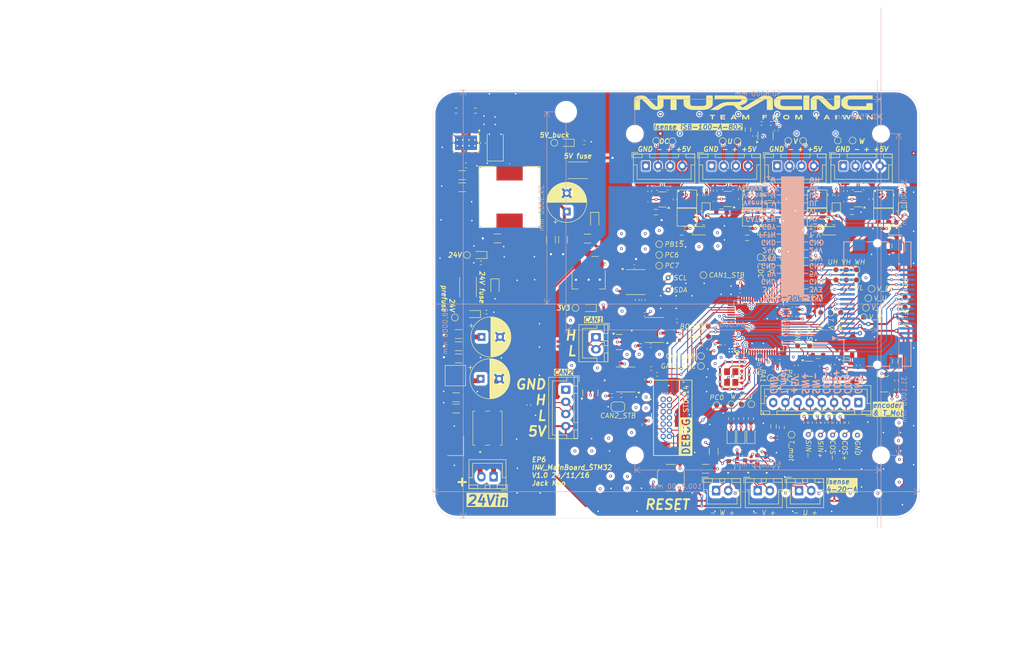
<source format=kicad_pcb>
(kicad_pcb (version 20240108) (generator "pcbnew") (generator_version "8.0")
  (title_block (title "INV_MainBoard_STM32") (date "2024-11-16") (rev "1.0") (company "NTURacing Team") (comment 1 "郭哲明 Jack Kuo") (comment 2 "3) JLC04161H-3313 Stackup"))
  (layers (0 "F.Cu" signal) (1 "In1.Cu" signal) (2 "In2.Cu" signal) (31 "B.Cu" signal) (34 "B.Paste" user) (35 "F.Paste" user) (36 "B.SilkS" user "B.Silkscreen") (37 "F.SilkS" user "F.Silkscreen") (38 "B.Mask" user) (39 "F.Mask" user) (44 "Edge.Cuts" user))
  (net 0 "")
  (net 1 "Net-(U1-V+)")
  (net 2 "GND")
  (net 3 "Net-(U1--)")
  (net 4 "/Power/+24V_proCMfilter")
  (net 5 "Net-(U2-BOOT)")
  (net 6 "/Power/5V_buck_sw")
  (net 7 "/Power/5V_buck")
  (net 8 "+24V")
  (net 9 "+5V")
  (net 10 "+3V3")
  (net 11 "/MCU/3V3_REF")
  (net 12 "/MCU/SWD_NRST")
  (net 13 "/MCU/OSC_IN")
  (net 14 "/MCU/OSC_OUT")
  (net 15 "Net-(U7-V+)")
  (net 16 "Net-(U8-V+)")
  (net 17 "Net-(U9-V+)")
  (net 18 "Net-(U10-V+)")
  (net 19 "Net-(U11-V+)")
  (net 20 "Net-(U12-V+)")
  (net 21 "Net-(U13-V+)")
  (net 22 "Net-(U15-V+)")
  (net 23 "Net-(U17-V+)")
  (net 24 "Net-(U19-V+)")
  (net 25 "Net-(D1-K)")
  (net 26 "Net-(D2-K)")
  (net 27 "Net-(D6-K)")
  (net 28 "Net-(D7-K)")
  (net 29 "/GATE_EN")
  (net 30 "Net-(D9-K)")
  (net 31 "Net-(D10-K)")
  (net 32 "Net-(D11-K)")
  (net 33 "Net-(D12-K)")
  (net 34 "Net-(D13-K)")
  (net 35 "Net-(D14-K)")
  (net 36 "Net-(D15-K)")
  (net 37 "Net-(D16-K)")
  (net 38 "/Power/+24V_preCMfilter")
  (net 39 "GNDPWR")
  (net 40 "Net-(U6-CANH)")
  (net 41 "Net-(U6-CANL)")
  (net 42 "/FLTN")
  (net 43 "/Vsense_W")
  (net 44 "/VH")
  (net 45 "/T_U")
  (net 46 "/WH")
  (net 47 "/UH")
  (net 48 "/RDY")
  (net 49 "/Vsense_U")
  (net 50 "/UL")
  (net 51 "/Vsense_V")
  (net 52 "/Vsense_DC")
  (net 53 "/VL")
  (net 54 "/T_W")
  (net 55 "/T_V")
  (net 56 "/WL")
  (net 57 "/T_mot")
  (net 58 "/SIN+")
  (net 59 "/SIN-")
  (net 60 "/COS-")
  (net 61 "/COS+")
  (net 63 "/MCU/GNDDetect")
  (net 67 "/MCU/UART1_RX")
  (net 69 "/MCU/SWD_SWCLK")
  (net 70 "/MCU/UART1_TX")
  (net 71 "/MCU/SWD_SWDIO")
  (net 72 "/Isense_OCP/IsenseNode/IN-")
  (net 73 "/Isense_OCP/IsenseNode/IN+")
  (net 74 "/Isense_OCP/IsenseNode1/IN+")
  (net 75 "/Isense_OCP/IsenseNode1/IN-")
  (net 76 "/Isense_OCP/IsenseNode2/IN-")
  (net 77 "/Isense_OCP/IsenseNode2/IN+")
  (net 78 "/Isense_OCP/IsenseNode3/IN-")
  (net 79 "/Isense_OCP/IsenseNode3/IN+")
  (net 80 "/GATE_ENC")
  (net 81 "/Power/5V_buck_FB")
  (net 82 "/MCU/I2C_SDA")
  (net 83 "/MCU/I2C_SCL")
  (net 84 "Net-(U6-TXD)")
  (net 85 "Net-(U6-RXD)")
  (net 86 "Net-(U6-STB)")
  (net 87 "/EncoderDifVconverter/sin+3V3_out")
  (net 88 "/EncoderDifVconverter/sin-3V3_out")
  (net 89 "/EncoderDifVconverter/cos+3V3_out")
  (net 90 "/EncoderDifVconverter/cos-3V3_out")
  (net 91 "Net-(U7-+)")
  (net 92 "/EncoderDifVconverter/sin_out")
  (net 93 "Net-(U7--)")
  (net 94 "Net-(U8-+)")
  (net 95 "/EncoderDifVconverter/cos_out")
  (net 96 "Net-(U8--)")
  (net 97 "Net-(U9-+)")
  (net 98 "/Isense_OCP/Isense_DC")
  (net 99 "Net-(U9--)")
  (net 100 "/Isense_OCP/Isense_U")
  (net 101 "Net-(U10-+)")
  (net 102 "Net-(U10--)")
  (net 103 "Net-(U11-+)")
  (net 104 "/Isense_OCP/Isense_V")
  (net 105 "Net-(U11--)")
  (net 106 "/Isense_OCP/Isense_W")
  (net 107 "Net-(U12-+)")
  (net 108 "Net-(U12--)")
  (net 109 "Net-(U13-+)")
  (net 110 "Net-(U14--)")
  (net 111 "Net-(U15-+)")
  (net 112 "Net-(U16--)")
  (net 113 "Net-(U17-+)")
  (net 114 "Net-(U18--)")
  (net 115 "Net-(U19-+)")
  (net 116 "Net-(U20--)")
  (net 118 "/MCU/BOOT0")
  (net 123 "Net-(U21-V+)")
  (net 124 "Net-(U21--)")
  (net 125 "/EncoderDifVconverter/Vref_1.65V")
  (net 126 "/Isense_OCP/Vref_1.65V")
  (net 127 "/Power/+24V_prefuse")
  (net 128 "/MCU/CAN1H")
  (net 129 "/MCU/CAN1L")
  (net 130 "/MCU/CAN1_TX")
  (net 131 "/MCU/CAN1_RX")
  (net 132 "/MCU/CAN1_STB")
  (net 133 "/MCU/CAN2_TX")
  (net 134 "/MCU/CAN2_RX")
  (net 135 "/MCU/CAN2L")
  (net 136 "/MCU/CAN2H")
  (net 137 "Net-(U22-CANH)")
  (net 138 "Net-(U22-CANL)")
  (net 139 "Net-(U22-TXD)")
  (net 140 "Net-(U22-RXD)")
  (net 141 "Net-(U22-STB)")
  (net 142 "/MCU/CAN2_STB")
  (net 143 "/Isense_OCP/+24V_4-20mA")
  (net 144 "/Isense_OCP/Isense_current_U")
  (net 145 "/Isense_OCP/Isense_current_V")
  (net 146 "/Isense_OCP/Isense_current_W")
  (net 147 "Net-(C52-Pad1)")
  (net 148 "Net-(J11-Pin_1)")
  (net 149 "Net-(J11-Pin_2)")
  (net 150 "Net-(J12-Pin_2)")
  (net 151 "Net-(J12-Pin_1)")
  (net 152 "Net-(J13-Pin_1)")
  (net 153 "Net-(J13-Pin_2)")
  (net 154 "Net-(FL4-Pad4)")
  (net 155 "Net-(FL4-Pad3)")
  (net 156 "Net-(FL5-Pad3)")
  (net 157 "Net-(FL5-Pad4)")
  (net 158 "Net-(FL6-Pad4)")
  (net 159 "Net-(FL6-Pad3)")
  (net 160 "Net-(U4-PA0)")
  (net 161 "Net-(U4-PA1)")
  (net 162 "Net-(U4-PA2)")
  (net 163 "Net-(U4-PB7)")
  (net 164 "Net-(U4-PB10)")
  (net 165 "Net-(U4-PB15)")
  (net 166 "Net-(U4-PC6)")
  (net 167 "Net-(U4-PC7)")
  (net 168 "Net-(U4-PC15)")
  (net 169 "Net-(U4-PC0)")
  (net 170 "/MCU/CrystalGND")
  (footprint "Capacitor_SMD:C_0402_1005Metric" (layer "F.Cu") (at 230 66.5)
    (property "Reference" "C49" (hide yes))
    (property "Value" "0u1")
  )
  (footprint "TestPoint:TestPoint_Pad_D1.0mm" (layer "F.Cu") (at 206.6 94.75)
    (property "Reference" "TP27" (hide yes))
    (property "Value" "GEnC")
  )
  (footprint "TestPoint:TestPoint_Pad_D1.0mm" (layer "F.Cu") (at 241.65 78.85)
    (property "Reference" "TP44" (hide yes))
    (property "Value" "VDC")
  )
  (footprint "Inductor_SMD:L_0805_2012Metric" (layer "F.Cu") (at 216.25 46.15 -90)
    (property "Reference" "FB10" (hide yes))
    (property "Value" "GZ2012D601TF")
  )
  (footprint "Package_TO_SOT_SMD:SOT-23-5" (layer "F.Cu") (at 198.6475 60.5 180)
    (property "Reference" "U9" (hide yes))
    (property "Value" "OPA340NA")
  )
  (footprint "Resistor_SMD:R_0402_1005Metric" (layer "F.Cu") (at 239.4 96.20375)
    (property "Reference" "R34" (hide yes))
    (property "Value" "15k")
  )
  (footprint "Diode_SMD:D_SOD-323" (layer "F.Cu") (at 184.75 64.75 -90)
    (property "Reference" "D5" (hide yes))
    (property "Value" "5.6V BZT52C5V6S")
  )
  (footprint "Resistor_SMD:R_0603_1608Metric" (layer "F.Cu") (at 220.5825 65.19375 180)
    (property "Reference" "R56" (hide yes))
    (property "Value" "45k3")
  )
  (footprint "Resistor_SMD:R_0603_1608Metric" (layer "F.Cu") (at 215.65 113.3 -90)
    (property "Reference" "R81" (hide yes))
    (property "Value" "100R")
  )
  (footprint "Resistor_SMD:R_0402_1005Metric" (layer "F.Cu") (at 233.7375 94.45375 90)
    (property "Reference" "R31" (hide yes))
    (property "Value" "15k")
  )
  (footprint "Resistor_SMD:R_0402_1005Metric" (layer "F.Cu") (at 232.9 62.9 -90)
    (property "Reference" "R59" (hide yes))
    (property "Value" "10k")
  )
  (footprint "TestPoint:TestPoint_Pad_D1.0mm" (layer "F.Cu") (at 200.72 48.52 -90)
    (property "Reference" "TP51" (hide yes))
    (property "Value" "I_DC+")
  )
  (footprint "Package_SO:SOIC-8_3.9x4.9mm_P1.27mm" (layer "F.Cu") (at 193.18 77.488749)
    (property "Reference" "U5" (hide yes))
    (property "Value" "CAT24C256")
  )
  (footprint "Connector_JST:JST_XH_B4B-XH-A_1x04_P2.50mm_Vertical" (layer "F.Cu") (at 235.8575 53.6)
    (property "Reference" "J8" (hide yes))
    (property "Value" "current_V")
  )
  (footprint "Capacitor_SMD:C_0603_1608Metric" (layer "F.Cu") (at 161.8 48.925 -90)
    (property "Reference" "C8" (hide yes))
    (property "Value" "10n")
  )
  (footprint "Capacitor_SMD:C_0603_1608Metric" (layer "F.Cu") (at 158.25 53.5)
    (property "Reference" "C11" (hide yes))
    (property "Value" "0u1")
  )
  (footprint "Resistor_SMD:R_0402_1005Metric" (layer "F.Cu") (at 196.0575 58.8 90)
    (property "Reference" "R38" (hide yes))
    (property "Value" "15k")
  )
  (footprint "Resistor_SMD:R_0603_1608Metric" (layer "F.Cu") (at 212.8 105.55 90)
    (property "Reference" "R77" (hide yes))
    (property "Value" "150R")
  )
  (footprint "Resistor_SMD:R_0402_1005Metric" (layer "F.Cu") (at 196.35 95.25 180)
    (property "Reference" "R71" (hide yes))
    (property "Value" "100R")
  )
  (footprint "Package_TO_SOT_SMD:SOT-23-5" (layer "F.Cu") (at 236.3375 95.15375)
    (property "Reference" "U8" (hide yes))
    (property "Value" "OPA340NA")
  )
  (footprint "Capacitor_SMD:C_0402_1005Metric" (layer "F.Cu") (at 196.0575 61 90)
    (property "Reference" "C40" (hide yes))
    (property "Value" "0u1")
  )
  (footprint "Diode_SMD:D_SOD-323" (layer "F.Cu") (at 212.8 109.05 90)
    (property "Reference" "D20" (hide yes))
    (property "Value" "3.7V BZT52C3V9S")
  )
  (footprint "Resistor_SMD:R_0402_1005Metric" (layer "F.Cu") (at 228.09 106.39375 90)
    (property "Reference" "R24" (hide yes))
    (property "Value" "20k")
  )
  (footprint "Capacitor_SMD:C_0402_1005Metric" (layer "F.Cu") (at 214.6 78.30375)
    (property "Reference" "C24" (hide yes))
    (property "Value" "10u 6V")
  )
  (footprint "Capacitor_SMD:C_0402_1005Metric" (layer "F.Cu") (at 245.355 100.73)
    (property "Reference" "C2" (hide yes))
    (property "Value" "0u1")
  )
  (footprint "Capacitor_SMD:C_1206_3216Metric" (layer "F.Cu") (at 156.25 101.172349 180)
    (property "Reference" "C16" (hide yes))
    (property "Value" "10u 35V")
  )
  (footprint "Inductor_SMD:L_0805_2012Metric" (layer "F.Cu") (at 230.6475 92.63375)
    (property "Reference" "FB3" (hide yes))
    (property "Value" "GZ2012D601TF")
  )
  (footprint "Resistor_SMD:R_0402_1005Metric" (layer "F.Cu") (at 226.2 96.50375 90)
    (property "Reference" "R28" (hide yes))
    (property "Value" "10k")
  )
  (footprint "Resistor_SMD:R_0402_1005Metric" (layer "F.Cu") (at 206.1375 62.89 -90)
    (property "Reference" "R51" (hide yes))
    (property "Value" "10k")
  )
  (footprint "PCM_Package_TO_SOT_SMD_AKL:SOT-23-5" (layer "F.Cu") (at 217.1325 64.09375 180)
    (property "Reference" "U15" (hide yes))
    (property "Value" "LMV7219M5" (hide yes))
  )
  (footprint "TestPoint:TestPoint_Pad_D1.0mm" (layer "F.Cu") (at 234.71 48.38 -90)
    (property "Reference" "TP58" (hide yes))
    (property "Value" "I_W-")
  )
  (footprint "Package_TO_SOT_SMD:SOT-223-3_TabPin2" (layer "F.Cu") (at 183.5 77.00375 -90)
    (property "Reference" "U3" (hide yes))
    (property "Value" "AMS1117-3.3")
  )
  (footprint "Capacitor_SMD:C_0402_1005Metric" (layer "F.Cu") (at 195.4 97.5 -90)
    (property "Reference" "C18" (hide yes))
    (property "Value" "0u1")
  )
  (footprint "Resistor_SMD:R_0402_1005Metric" (layer "F.Cu") (at 219.5825 62.89375 -90)
    (property "Reference" "R55" (hide yes))
    (property "Value" "10k")
  )
  (footprint "Resistor_SMD:R_0603_1608Metric" (layer "F.Cu") (at 216.85 105.55 90)
    (property "Reference" "R75" (hide yes))
    (property "Value" "150R")
  )
  (footprint "PCM_Package_TO_SOT_SMD_AKL:SOT-23-5" (layer "F.Cu") (at 244.08875 64.11 180)
    (property "Reference" "U19" (hide yes))
    (property "Value" "LMV7219M5" (hide yes))
  )
  (footprint "Package_TO_SOT_SMD:SOT-23" (layer "F.Cu") (at 183.85 100.26625 90)
    (property "Reference" "D17" (hide yes))
    (property "Value" "NUP2105L")
  )
  (footprint "TestPoint:TestPoint_Pad_D1.0mm" (layer "F.Cu") (at 220.9 97.20375)
    (property "Reference" "TP10" (hide yes))
    (property "Value" "A1")
  )
  (footprint "TestPoint:TestPoint_Pad_D1.0mm" (layer "F.Cu") (at 214.9 102.6)
    (property "Reference" "TP41" (hide yes))
    (property "Value" "IcV")
  )
  (footprint "TestPoint:TestPoint_Pad_D1.0mm" (layer "F.Cu") (at 197.37 48.47 -90)
    (property "Reference" "TP52" (hide yes))
    (property "Value" "I_DC-")
  )
  (footprint "Capacitor_SMD:C_1206_3216Metric" (layer "F.Cu") (at 184.8 71.30375)
    (property "Reference" "C21" (hide yes))
    (property "Value" "47u 10V")
  )
  (footprint "Resistor_SMD:R_0402_1005Metric" (layer "F.Cu") (at 199.7475 58.2)
    (property "Reference" "R36" (hide yes))
    (property "Value" "20k")
  )
  (footprint "Package_TO_SOT_SMD:SOT-23-5" (layer "F.Cu") (at 244.25 98.5)
    (property "Reference" "U1" (hide yes))
    (property "Value" "OPA340NA")
  )
  (footprint "Resistor_SMD:R_0402_1005Metric" (layer "F.Cu") (at 182.6 48.8)
    (property "Reference" "R10" (hide yes))
    (property "Value" "1k")
  )
  (footprint "Capacitor_SMD:C_1206_3216Metric" (layer "F.Cu") (at 175.75 68.75 -90)
    (property "Reference" "C13" (hide yes))
    (property "Value" "22u 25V")
  )
  (footprint "Resistor_SMD:R_0603_1608Metric" (layer "F.Cu") (at 246.83875 59.56 -90)
    (property "Reference" "R65" (hide yes))
    (property "Value" "45k3")
  )
  (footprint "Resistor_SMD:R_0402_1005Metric" (layer "F.Cu") (at 226.562499 58.05)
    (property "Reference" "R44" (hide yes))
    (property "Value" "20k")
  )
  (footprint "Resistor_SMD:R_0402_1005Metric" (layer "F.Cu") (at 201.659999 85.43375 180)
    (property "Reference" "R16" (hide yes))
    (property "Value" "100R")
  )
  (footprint "TestPoint:TestPoint_Pad_D1.0mm" (layer "F.Cu") (at 207.1 76.05)
    (property "Reference" "TP28" (hide yes))
    (property "Value" "CAN1_STB")
  )
  (footprint "Resistor_SMD:R_0603_1608Metric" (layer "F.Cu") (at 247.53875 65.21 180)
    (property "Reference" "R64" (hide yes))
    (property "Value" "45k3")
  )
  (footprint "Resistor_SMD:R_0603_1608Metric" (layer "F.Cu") (at 233.2 59.55 -90)
    (property "Reference" "R61" (hide yes))
    (property "Value" "45k3")
  )
  (footprint "Diode_SMD:D_SOD-323" (layer "F.Cu") (at 164.25 78.422349 -90)
    (property "Reference" "D3" (hide yes))
    (property "Value" "27V BZT52C27")
  )
  (footprint "Package_SO:SOIC-8_3.9x4.9mm_P1.27mm" (layer "F.Cu") (at 196.984999 87.32875 180)
    (property "Reference" "U6" (hide yes))
    (property "Value" "TCAN1042VDRQ1")
  )
  (footprint "Capacitor_SMD:C_0402_1005Metric" (layer "F.Cu") (at 216.6825 66.49375)
    (property "Reference" "C47" (hide yes))
    (property "Value" "0u1")
  )
  (footprint "Resistor_SMD:R_0402_1005Metric" (layer "F.Cu") (at 211.005 58.09375 180)
    (property "Reference" "R41" (hide yes))
    (property "Value" "20k")
  )
  (footprint "Jumper:SolderJumper-2_P1.3mm_Open_RoundedPad1.0x1.5mm" (layer "F.Cu") (at 189.5 103.10375 180)
    (property "Reference" "JP1" (hide yes))
    (property "Value" "CAN2STB")
  )
  (footprint "TestPoint:TestPoint_Pad_D1.0mm" (layer "F.Cu") (at 231.2 83.75)
    (property "Reference" "TP31" (hide yes))
    (property "Value" "TU")
  )
  (footprint "TestPoint:TestPoint_Pad_D1.0mm" (layer "F.Cu") (at 211.05 48.53 -90)
    (property "Reference" "TP54" (hide yes))
    (property "Value" "I_U-")
  )
  (footprint "TestPoint:TestPoint_Pad_D1.0mm" (layer "F.Cu") (at 240.5 82.75)
    (property "Reference" "TP45" (hide yes))
    (property "Value" "VV")
  )
  (footprint "Resistor_SMD:R_0402_1005Metric" (layer "F.Cu") (at 207.7375 59.64 90)
    (property "Reference" "R54" (hide yes))
    (property "Value" "10k")
  )
  (footprint "Resistor_SMD:R_0402_1005Metric" (layer "F.Cu") (at 193.5 81.154301 90)
    (property "Reference" "R14" (hide yes))
    (property "Value" "10k")
  )
  (footprint "Inductor_SMD:L_0805_2012Metric" (layer "F.Cu") (at 197.3575 63.1 180)
    (property "Reference" "FB5" (hide yes))
    (property "Value" "GZ2012D601TF")
  )
  (footprint "Resistor_SMD:R_0402_1005Metric" (layer "F.Cu") (at 234.12 106.39375 -90)
    (property "Reference" "R21" (hide yes))
    (property "Value" "10k")
  )
  (footprint "Package_QFP:LQFP-64_10x10mm_P0.5mm" (layer "F.Cu") (at 218.45 86.47875 90)
    (property "Reference" "U4" (hide yes))
    (property "Value" "STM32G474RETx")
  )
  (footprint "TestPoint:TestPoint_Pad_D1.0mm" (layer "F.Cu") (at 248.55 80.55)
    (property "Reference" "TP25" (hide yes))
    (property "Value" "Ready")
  )
  (footprint "Capacitor_SMD:C_0402_1005Metric" (layer "F.Cu") (at 189.8 94.20375)
    (property "Reference" "C19" (hide yes))
    (property "Value" "0u1")
  )
  (footprint "Capacitor_SMD:C_0402_1005Metric" (layer "F.Cu") (at 194.959999 84.13375)
    (property "Reference" "C37" (hide yes))
    (property "Value" "0u1")
  )
  (footprint "Package_TO_SOT_SMD:SOT-23-5" (layer "F.Cu") (at 219.85 47.4 90)
    (property "Reference" "U21" (hide yes))
    (property "Value" "OPA340NA")
  )
  (footprint "Capacitor_SMD:C_1206_3216Metric" (layer "F.Cu") (at 156.75 93.172349 180)
    (property "Reference" "C5" (hide yes))
    (property "Value" "10u 35V")
  )
  (footprint "Resistor_SMD:R_0402_1005Metric" (layer "F.Cu") (at 224.3725 58.05 180)
    (property "Reference" "R45" (hide yes))
    (property "Value" "20k")
  )
  (footprint "TestPoint:TestPoint_THTPad_D1.0mm_Drill0.5mm" (layer "F.Cu") (at 199.85 76.6)
    (property "Reference" "TP49" (hide yes))
    (property "Value" "SCL")
  )
  (footprint "TestPoint:TestPoint_Pad_D1.0mm" (layer "F.Cu") (at 234.35 77.05)
    (property "Reference" "TP32" (hide yes))
    (property "Value" "UL")
  )
  (footprint "Resistor_SMD:R_0603_1608Metric" (layer "F.Cu") (at 212.3 113.45 -90)
    (property "Reference" "R83" (hide yes))
    (property "Value" "100R")
  )
  (footprint "Package_SO:SOIC-8_3.9x4.9mm_P1.27mm" (layer "F.Cu") (at 191.1 97.50375 180)
    (property "Reference" "U22" (hide yes))
    (property "Value" "TCAN1042VDRQ1")
  )
  (footprint "Package_TO_SOT_SMD:SOT-23-5" (layer "F.Cu") (at 228.8 95.30375)
    (property "Reference" "U7" (hide yes))
    (property "Value" "OPA340NA")
  )
  (footprint "Resistor_SMD:R_0402_1005Metric" (layer "F.Cu") (at 171.2 102.75 90)
    (property "Reference" "R72" (hide yes))
    (property "Value" "120R")
  )
  (footprint "Capacitor_SMD:C_0402_1005Metric" (layer "F.Cu") (at 222.8 93.70375 180)
    (property "Reference" "C26" (hide yes))
    (property "Value" "0u1")
  )
  (footprint "TestPoint:TestPoint_Pad_D1.0mm" (layer "F.Cu") (at 180.7875 82.80375)
    (property "Reference" "TP4" (hide yes))
    (property "Value" "3V3")
  )
  (footprint "TestPoint:TestPoint_Pad_D1.0mm" (layer "F.Cu") (at 234.35 74.95)
    (property "Reference" "TP24" (hide yes))
    (property "Value" "UH")
  )
  (footprint "Diode_SMD:D_SOD-323" (layer "F.Cu") (at 214.8 109.05 90)
    (property "Reference" "D19" (hide yes))
    (property "Value" "3.7V BZT52C3V9S")
  )
  (footprint "MountingHole:MountingHole_4mm" (layer "F.Cu") (at 178.85 42.5)
    (property "Reference" "H5" (hide yes))
    (property "Value" "M4")
  )
  (footprint "Crystal:Crystal_SMD_3225-4Pin_3.2x2.5mm" (layer "F.Cu") (at 156.15 111.14 90)
    (property "Reference" "Y2" (hide yes))
    (property "Value" "X322516MLB4SI 16MHz")
  )
  (footprint "Resistor_SMD:R_0603_1608Metric" (layer "F.Cu") (at 156.25 42.25 180)
    (property "Reference" "R9" (hide yes))
    (property "Value" "15k 1%")
  )
  (footprint "Capacitor_SMD:C_1206_3216Metric" (layer "F.Cu") (at 207.55 115.85)
    (property "Reference" "C55" (hide yes))
    (property "Value" "10u 35V")
  )
  (footprint "Capacitor_SMD:C_0402_1005Metric" (layer "F.Cu") (at 215 97.75 90)
    (property "Reference" "C34" (hide yes))
    (property "Value" "15p")
  )
  (footprint "TestPoint:TestPoint_Pad_D1.0mm" (layer "F.Cu") (at 238.55 77.05)
    (property "Reference" "TP34" (hide yes))
    (property "Value" "WL")
  )
  (footprint "TestPoint:TestPoint_Pad_D1.0mm" (layer "F.Cu") (at 235.3 83.75)
    (property "Reference" "TP29" (hide yes))
    (property "Value" "TW")
  )
  (footprint "PCM_Inductor_SMD_AKL:L_Wuerth_MAPI-3015" (layer "F.Cu") (at 156.105302 96.7125 90)
    (property "Reference" "L1" (hide yes))
    (property "Value" "1u SRN3015-1R0Y" (hide yes))
  )
  (footprint "Capacitor_SMD:C_0402_1005Metric" (layer "F.Cu") (at 217.6325 58.09375 180)
    (property "Reference" "C46" (hide yes))
    (property "Value" "0u1")
  )
  (footprint "PCM_Package_TO_SOT_SMD_AKL:SOT-23-5" (layer "F.Cu") (at 203.6875 64.09 180)
    (property "Reference" "U13" (hide yes))
    (property "Value" "LMV7219M5" (hide yes))
  )
  (footprint "TestPoint:TestPoint_Pad_D1.0mm" (layer "F.Cu") (at 198 74.10375)
    (property "Reference" "TP18" (hide yes))
    (property "Value" "C7")
  )
  (footprint "Capacitor_SMD:C_0402_1005Metric" (layer "F.Cu") (at 244.58875 58.11 180)
    (property "Reference" "C50" (hide yes))
    (property "Value" "0u1")
  )
  (footprint "MountingHole:MountingHole_3.2mm_M3" (layer "F.Cu") (at 193 47)
    (property "Reference" "H2" (hide yes))
    (property "Value" "MountingHole")
  )
  (footprint "NetTie:NetTie-2_SMD_Pad0.5mm" (layer "F.Cu") (at 206.65 114.1)
    (property "Reference" "TIE1" (hide yes))
    (property "Value" "NetTie" (hide yes))
  )
  (footprint "SamacSys_Parts_EP6:EXCX4CE900U" (layer "F.Cu") (at 212.375 116)
    (property "Reference" "FL6" (hide yes))
    (property "Value" "EXC-X4CE900U" (hide yes))
  )
  (footprint "SamacSys_Parts_EP6:EXCX4CE900U" (layer "F.Cu") (at 186.075 97.47875 90)
    (property "Reference" "FL3" (hide yes))
    (property "Value" "EXC-X4CE900U" (hide yes))
  )
  (footprint "Capacitor_SMD:C_1206_3216Metric" (layer "F.Cu") (at 156.25 103.472349 180)
    (property "Reference" "C17" (hide yes))
    (property "Value" "10u 35V")
  )
  (footprint "Capacitor_SMD:C_0402_1005Metric" (layer "F.Cu") (at 236.30875 60.95 90)
    (property "Reference" "C43" (hide yes))
    (property "Value" "0u1")
  )
  (footprint "Capacitor_SMD:C_0402_1005Metric" (layer "F.Cu") (at 210.2 90.40375 90)
    (property "Reference" "C25" (hide yes))
    (property "Value" "10u 6V")
  )
  (footprint "Connector_JST:JST_XH_B2B-XH-A_1x02_P2.50mm_Vertical" (layer "F.Cu") (at 185 88.80375 -90)
    (property "Reference" "J9" (hide yes))
    (property "Value" "CAN")
  )
  (footprint "TestPoint:TestPoint_Pad_D1.0mm" (layer "F.Cu") (at 238.55 74.95)
    (property "Reference" "TP22" (hide yes))
    (property "Value" "WH")
  )
  (footprint "Resistor_SMD:R_0402_1005Metric" (layer "F.Cu") (at 214.705 60.38375 -90)
    (property "Reference" "R39" (hide yes))
    (property "Value" "15k")
  )
  (footprint "TestPoint:TestPoint_Pad_D1.0mm" (layer "F.Cu") (at 236.45 74.95)
    (property "Reference" "TP23" (hide yes))
    (property "Value" "VH")
  )
  (footprint "Capacitor_SMD:C_0402_1005Metric" (layer "F.Cu") (at 243.63875 66.51)
    (property "Reference" "C51" (hide yes))
    (property "Value" "0u1")
  )
  (footprint "Diode_SMD:D_SOD-323" (layer "F.Cu") (at 234.4 62.8 -90)
    (property "Reference" "D14" (hide yes))
    (property "Value" "1N4148W")
  )
  (footprint "Capacitor_SMD:C_1206_3216Metric" (layer "F.Cu") (at 164.75 68.5 180)
    (property "Reference" "C14" (hide yes))
    (property "Value" "22u 25V")
  )
  (footprint "Inductor_SMD:L_0805_2012Metric" (layer "F.Cu") (at 229.4 68.4 180)
    (property "Reference" "FB13" (hide yes))
    (property "Value" "GZ2012D601TF")
  )
  (footprint "Capacitor_THT:CP_Radial_D8.0mm_P3.80mm" (layer "F.Cu") (at 161.3 97.3625)
    (property "Reference" "C7" (hide yes))
    (property "Value" "220u 35V")
  )
  (footprint "TestPoint:TestPoint_Pad_D1.0mm" (layer "F.Cu") (at 208.1 86.60375)
    (property "Reference" "TP16" (hide yes))
    (property "Value" "D2")
  )
  (footprint "Resistor_SMD:R_0402_1005Metric" (layer "F.Cu") (at 231.8625 96.353749)
    (property "Reference" "R30" (hide yes))
    (property "Value" "15k")
  )
  (footprint "TestPoint:TestPoint_Pad_D1.0mm" (layer "F.Cu") (at 223.1 97.20375)
    (property "Reference" "TP11" (hide yes))
    (property "Value" "A2")
  )
  (footprint "Connector_JST:JST_XH_B4B-XH-A_1x04_P2.50mm_Vertical" (layer "F.Cu") (at 222.2575 53.6)
    (property "Reference" "J7" (hide yes))
    (property "Value" "current_V")
  )
  (footprint "Capacitor_THT:CP_Radial_D8.0mm_P3.80mm" (layer "F.Cu") (at 161.5 88.7625)
    (property "Reference" "C6" (hide yes))
    (property "Value" "220u 35V")
  )
  (footprint "NetTie:NetTie-2_SMD_Pad0.5mm" (layer "F.Cu") (at 215.1 93.90375 180)
    (property "Reference" "TIE2" (hide yes))
    (property "Value" "NetTie" (hide yes))
  )
  (footprint "Inductor_SMD:L_0805_2012Metric" (layer "F.Cu") (at 224.172501 62.95 180)
    (property "Reference" "FB7" (hide yes))
    (property "Value" "GZ2012D601TF")
  )
  (footprint "SamacSys_Parts_EP6:EXCX4CE900U" (layer "F.Cu") (at 216.5 115.95)
    (property "Reference" "FL5" (hide yes))
    (property "Value" "EXC-X4CE900U" (hide yes))
  )
  (footprint "Resistor_SMD:R_0402_1005Metric" (layer "F.Cu") (at 196.259999 90.53375 180)
    (property "Reference" "R17" (hide yes))
    (property "Value" "100R")
  )
  (footprint "TestPoint:TestPoint_Pad_D1.0mm" (layer "F.Cu") (at 248.55 82.65)
    (property "Reference" "TP26" (hide yes))
    (property "Value" "NFLT")
  )
  (footprint "TestPoint:TestPoint_THTPad_D1.0mm_Drill0.5mm" (layer "F.Cu") (at 236.155 108.916251)
    (property "Reference" "TP8" (hide yes))
    (property "Value" "cos-")
  )
  (footprint "Resistor_SMD:R_0402_1005Metric" (layer "F.Cu") (at 220.955 44.87)
    (property "Reference" "R69" (hide yes))
    (property "Value" "10k")
  )
  (footprint "Capacitor_SMD:C_0402_1005Metric" (layer "F.Cu") (at 238.9 94.60375 -90)
    (property "Reference" "C39" (hide yes))
    (property "Value" "0u1")
  )
  (footprint "Inductor_SMD:L_0805_2012Metric" (layer "F.Cu") (at 210.805001 62.99375 180)
    (property "Reference" "FB6" (hide yes))
    (property "Value" "GZ2012D601TF")
  )
  (footprint "TestPoint:TestPoint_Pad_D1.0mm" (layer "F.Cu") (at 216.95 102.6)
    (property "Reference" "TP42" (hide yes))
    (property "Value" "IcU")
  )
  (footprint "Resistor_SMD:R_0402_1005Metric" (layer "F.Cu") (at 235.2375 97.35375)
    (property "Reference" "R33" (hide yes))
    (property "Value" "10k")
  )
  (footprint "LED_SMD:LED_0603_1608Metric" (layer "F.Cu") (at 159.7875 84.0625 180)
    (property "Reference" "D1" (hide yes))
    (property "Value" "RED 24VpreFuse")
  )
  (footprint "Capacitor_SMD:C_0402_1005Metric" (layer "F.Cu") (at 216.9 113.9 90)
    (property "Reference" "C58" (hide yes))
    (property "Value" "0u1")
  )
  (footprint "Resistor_SMD:R_0603_1608Metric" (layer "F.Cu") (at 218.2 112.3 -90)
    (property "Reference" "R79" (hide yes))
    (property "Value" "100R")
  )
  (footprint "TestPoint:TestPoint_Pad_D1.0mm" (layer "F.Cu") (at 206.6 92.7)
    (property "Reference" "TP35" (hide yes))
    (property "Value" "GEnFb")
  )
  (footprint "Resistor_SMD:R_0402_1005Metric" (layer "F.Cu") (at 239.998749 58.15)
    (property "Reference" "R48" (hide yes))
    (property "Value" "20k")
  )
  (footprint "Resistor_SMD:R_0402_1005Metric" (layer "F.Cu") (at 236.30875 58.750001 90)
    (property "Reference" "R50" (hide yes))
    (property "Value" "15k")
  )
  (footprint "Resistor_SMD:R_0402_1005Metric" (layer "F.Cu") (at 161.35 73.522349 180)
    (property "Reference" "R7" (hide yes))
    (property "Value" "10k")
  )
  (footprint "TestPoint:TestPoint_Pad_D1.0mm" (layer "F.Cu") (at 226.45 90.55)
    (property "Reference" "TP21" (hide yes))
    (property "Value" "eSIN")
  )
  (footprint "TestPoint:TestPoint_Pad_D1.0mm" (layer "F.Cu") (at 218.85 72.4)
    (property "Reference" "TP39" (hide yes))
    (property "Value" "IDC")
  )
  (footprint "Resistor_SMD:R_0402_1005Metric" (layer "F.Cu") (at 231.69 106.39375 -90)
    (property "Reference" "R19" (hide yes))
    (property "Value" "10k")
  )
  (footprint "Capacitor_SMD:C_0402_1005Metric" (layer "F.Cu") (at 230.95 58.1 180)
    (property "Reference" "C48" (hide yes))
    (property "Value" "0u1")
  )
  (footprint "Connector_JST:JST_XH_B8B-XH-A_1x08_P2.50mm_Vertical" (layer "F.Cu") (at 238.9525 102.25625 180)
    (property "Reference" "J2" (hide yes))
    (property "Value" "motorSense")
  )
  (footprint "Capacitor_SMD:C_0402_1005Metric" (layer "F.Cu") (at 222.08 46.295 90)
    (property "Reference" "C54" (hide yes))
    (property "Value" "0u1")
  )
  (footprint "Resistor_SMD:R_0402_1005Metric" (layer "F.Cu") (at 236.59 106.39375 -90)
    (property "Reference" "R22" (hide yes))
    (property "Value" "10k")
  )
  (footprint "Resistor_SMD:R_0603_1608Metric" (layer "F.Cu") (at 214.85 105.55 90)
    (property "Reference" "R76" (hide yes))
    (property "Value" "150R")
  )
  (footprint "Diode_SMD:D_SMA" (layer "F.Cu") (at 164.3 49.1 90)
    (property "Reference" "D4" (hide yes))
    (property "Value" "SS54")
  )
  (footprint "Capacitor_SMD:C_0402_1005Metric" (layer "F.Cu") (at 211.2 90.40375 90)
    (property "Reference" "C29" (hide yes))
    (property "Value" "0u1")
  )
  (footprint "Package_TO_SOT_SMD:SOT-23" (layer "F.Cu") (at 189.8 89.80375)
    (property "Reference" "D8" (hide yes))
    (property "Value" "NUP2105L")
  )
  (footprint "Resistor_SMD:R_0402_1005Metric" (layer "F.Cu") (at 248.13875 59.66 90)
    (property "Reference" "R66" (hide yes))
    (property "Value" "10k")
  )
  (footprint "Capacitor_SMD:C_0402_1005Metric" (layer "F.Cu") (at 226.69 84.53375 -90)
    (property "Reference" "C31" (hide yes))
    (property "Value" "10u 6V")
  )
  (footprint "Diode_SMD:D_SOD-323" (layer "F.Cu") (at 216.85 109.05 90)
    (property "Reference" "D18" (hide yes))
    (property "Value" "3.7V BZT52C3V9S")
  )
  (footprint "Diode_SMD:D_SOD-323" (layer "F.Cu") (at 207.6375 62.79 -90)
    (property "Reference" "D10" (hide yes))
    (property "Value" "1N4148W")
  )
  (footprint "Inductor_SMD:L_0805_2012Metric" (layer "F.Cu") (at 245.3 70.05 90)
    (property "Reference" "FB15" (hide yes))
    (property "Value" "GZ2012D601TF")
  )
  (footprint "Inductor_SMD:L_0805_2012Metric" (layer "F.Cu") (at 228.79 83.53375 -90)
    (property "Reference" "FB2" (hide yes))
    (property "Value" "GZ2012D601TF")
  )
  (footprint "Resistor_SMD:R_0402_1005Metric" (layer "F.Cu") (at 229.09 106.39375 -90)
    (property "Reference" "R20" (hide yes))
    (property "Value" "10k")
  )
  (footprint "Inductor_SMD:L_0805_2012Metric" (layer "F.Cu") (at 237.608751 63.05 180)
    (property "Reference" "FB8" (hide yes))
    (property "Value" "GZ2012D601TF")
  )
  (footprint "Resistor_SMD:R_0603_1608Metric" (layer "F.Cu") (at 222 115.65 -90)
    (property "Reference" "R78" (hide yes))
    (property "Value" "100R")
  )
  (footprint "Diode_SMD:D_SOD-323" (layer "F.Cu") (at 248.03875 62.81 -90)
    (property "Reference" "D16" (hide yes))
    (property "Value" "1N4148W")
  )
  (footprint "Resistor_SMD:R_0402_1005Metric" (layer "F.Cu") (at 197.55 96.45 180)
    (property "Reference" "R70" (hide yes))
    (property "Value" "100R")
  )
  (footprint "Resistor_SMD:R_0603_1608Metric" (layer "F.Cu") (at 214.05 115.7 -90)
    (property "Reference" "R82" (hide yes))
    (property "Value" "100R")
  )
  (footprint "Diode_SMD:D_SOD-323" (layer "F.Cu") (at 206.4375 66.94)
    (property "Reference" "D9" (hide yes))
    (property "Value" "1N4148W")
  )
  (footprint "Capacitor_SMD:C_1206_3216Metric" (layer "F.Cu") (at 156.75 90.672349 180)
    (property "Reference" "C4" (hide yes))
    (property "Value" "10u 35V")
  )
  (footprint "Resistor_SMD:R_0402_1005Metric" (layer "F.Cu") (at 235.59 106.38375 90)
    (property "Reference" "R26" (hide yes))
    (property "Value" "20k")
  )
  (footprint "Button_Switch_SMD:SW_Push_1P1T_XKB_TS-1187A" (layer "F.Cu") (at 200.4 117.70375 -90)
    (property "Reference" "SW1" (hide yes))
    (property "Value" "TS-1187A-B-A-B")
  )
  (footprint "Resistor_SMD:R_0402_1005Metric" (layer "F.Cu") (at 190.2 100.80375 180)
    (property "Reference" "R73" (hide yes))
    (property "Value" "100R")
  )
  (footprint "Capacitor_SMD:C_0402_1005Metric" (layer "F.Cu") (at 215 95.25 -90)
    (property "Reference" "C33" (hide yes))
    (property "Value" "15p")
  )
  (footprint "Connector_JST:JST_XH_B2B-XH-A_1x02_P2.50mm_Vertical" (layer "F.Cu") (at 163.955302 117.4875 180)
    (property "Reference" "J3" (hide yes))
    (property "Value" "LVBattery")
  )
  (footprint "SamacSys_Parts_EP6:ACM70V7012PLTL00" (layer "F.Cu") (at 162.705302 107.5125 90)
    (property "Reference" "FL1" (hide yes))
    (property "Value" "ACM70V-701-2PL-TL00" (hide yes))
  )
  (footprint "Capacitor_SMD:C_0402_1005Metric" (layer "F.Cu") (at 222.8725 60.85 90)
    (property "Reference" "C42" (hide yes))
    (property "Value" "0u1")
  )
  (footprint "Resistor_SMD:R_0402_1005Metric" (layer "F.Cu") (at 177.2 90.2 90)
    (property "Reference" "R67" (hide yes))
    (property "Value" "120R")
  )
  (footprint "PCM_Package_TO_SOT_SMD_AKL:SOT-23-5" (layer "F.Cu") (at 203.7075 60.435)
    (property "Reference" "U14" (hide yes))
    (property "Value" "LMV7219M5" (hide yes))
  )
  (footprint "Resistor_SMD:R_0402_1005Metric" (layer "F.Cu") (at 162.5 83.672349)
    (property "Reference" "R6" (hide yes))
    (property "Value" "10k")
  )
  (footprint "Capacitor_SMD:C_0402_1005Metric" (layer "F.Cu") (at 245.079999 96.305 180)
    (property "Reference" "C1" (hide yes))
    (property "Value" "0u1")
  )
  (footprint "Fuse:Fuse_2512_6332Metric_Pad1.52x3.35mm_HandSolder" (layer "F.Cu") (at 158.7 78.525 90)
    (property "Reference" "F1" (hide yes))
    (property "Value" "0.5A")
  )
  (footprint "Resistor_SMD:R_0402_1005Metric" (layer "F.Cu") (at 201.2575 60.49 -90)
    (property "Reference" "R35" (hide yes))
    (property "Value" "15k")
  )
  (footprint "Capacitor_SMD:C_1206_3216Metric" (layer "F.Cu") (at 183.25 68.55)
    (property "Reference" "C20" (hide yes))
    (property "Value" "47u 10V")
  )
  (footprint "TestPoint:TestPoint_Pad_D1.0mm" (layer "F.Cu") (at 221.2 72.4)
    (property "Reference" "TP38" (hide yes))
    (property "Value" "IU")
  )
  (footprint "Capacitor_SMD:C_0402_1005Metric" (layer "F.Cu") (at 231.3625 94.75375 -90)
    (property "Reference" "C38" (hide yes))
    (property "Value" "0u1")
  )
  (footprint "Resistor_SMD:R_0402_1005Metric" (layer "F.Cu") (at 237.80875 58.15 180)
    (property "Reference" "R49" (hide yes))
    (property "Value" "20k")
  )
  (footprint "TestPoint:TestPoint_Pad_D1.0mm" (layer "F.Cu") (at 241 80.8)
    (property "Reference" "TP43" (hide yes))
    (property "Value" "VU")
  )
  (footprint "Capacitor_SMD:C_0402_1005Metric" (layer "F.Cu") (at 209.505 60.89375 90)
    (property "Reference" "C41" (hide yes))
    (property "Value" "0u1")
  )
  (footprint "Resistor_SMD:R_0402_1005Metric" (layer "F.Cu") (at 234.5 59.65 90)
    (property "Reference" "R62" (hide yes))
    (property "Value" "10k")
  )
  (footprint "Capacitor_SMD:C_0402_1005Metric" (layer "F.Cu") (at 214.6 79.30375)
    (property "Reference" "C28" (hide yes))
    (property "Value" "0u1")
  )
  (footprint "TestPoint:TestPoint_Pad_D1.0mm" (layer "F.Cu") (at 176.45 48.85 90)
    (property "Reference" "TP3" (hide yes))
    (property "Value" "5V_buck")
  )
  (footprint "TestPoint:TestPoint_Pad_D1.0mm" (layer "F.Cu") (at 209.8 102.80375)
    (property "Reference" "TP20" (hide yes))
    (property "Value" "C0")
  )
  (footprint "Inductor_SMD:L_0805_2012Metric" (layer "F.Cu") (at 221.5 107.15 -90)
    (property "Reference" "FB17" (hide yes))
    (property "Value" "GZ1608D601TF")
  )
  (footprint "nturt_kicad_lib_EP6:box_header_14P_pitch127" (layer "F.Cu") (at 198.83 101.58375 90)
    (property "Reference" "J4" (hide yes))
    (property "Value" "STDC14")
  )
  (footprint "Resistor_SMD:R_0402_1005Metric" (layer "F.Cu") (at 197.5575 58.2 180)
    (property "Reference" "R37" (hide yes))
    (property "Value" "20k")
  )
  (footprint "TestPoint:TestPoint_THTPad_D1.0mm_Drill0.5mm" (layer "F.Cu") (at 233.655 108.916251)
    (property "Reference" "TP7" (hide yes))
    (property "Value" "cos+")
  )
  (footprint "TestPoint:TestPoint_Pad_D1.0mm" (layer "F.Cu") (at 212.85 102.6)
    (property "Reference" "TP40" (hide yes))
    (property "Value" "IcW")
  )
  (footprint "TestPoint:TestPoint_THTPad_D1.0mm_Drill0.5mm" (layer "F.Cu") (at 199.85 79.1)
    (property "Reference" "TP50" (hide yes))
    (property "Value" "SDA")
  )
  (footprint "Resistor_SMD:R_0603_1608Metric" (layer "F.Cu") (at 219.8825 59.54375 -90)
    (property "Reference" "R57" (hide yes))
    (property "Value" "45k3")
  )
  (footprint "Capacitor_SMD:C_0402_1005Metric" (layer "F.Cu") (at 225.69 84.53375 -90)
    (property "Reference" "C30" (hide yes))
    (property "Value" "0u1")
  )
  (footprint "Capacitor_SMD:C_1206_3216Metric" (layer "F.Cu") (at 157.5 58 180)
    (property "Reference" "C9" (hide yes))
    (property "Value" "10u 35V")
  )
  (footprint "Diode_SMD:D_SOD-323" (layer "F.Cu") (at 246.83875 66.96)
    (property "Reference" "D15" (hide yes))
    (property "Value" "1N4148W")
  )
  (footprint "TestPoint:TestPoint_Pad_D1.0mm" (layer "F.Cu") (at 208.1 88.65)
    (property "Reference" "TP13" (hide yes))
    (property "Value" "B7")
  )
  (footprint "Resistor_SMD:R_0402_1005Metric" (layer "F.Cu") (at 226.2 94.603751 90)
    (property "Reference" "R27" (hide yes))
    (property "Value" "15k")
  )
  (footprint "Package_TO_SOT_SMD:SOT-23-5" (layer "F.Cu") (at 225.4625 60.35 180)
    (property "Reference" "U11" (hide yes))
    (property "Value" "OPA340NA")
  )
  (footprint "Connector_JST:JST_XH_B2B-XH-A_1x02_P2.50mm_Vertical" (layer "F.Cu") (at 218.25 120.35)
    (property "Reference" "J12" (hide yes))
    (property "Value" "current_V")
  )
  (footprint "Capacitor_SMD:C_1206_3216Metric" (layer "F.Cu") (at 178.25 68.775 -90)
    (property "Reference" "C12" (hide yes))
    (property "Value" "22u 25V")
  )
  (footprint "Capacitor_SMD:C_0402_1005Metric" (layer "F.Cu") (at 217.6 47.45 -90)
    (property "Reference" "C53" (hide yes))
    (property "Value" "0u1")
  )
  (footprint "LED_SMD:LED_0603_1608Metric" (layer "F.Cu") (at 179.05 48.85 180)
    (property "Reference" "D6" (hide yes))
    (property "Value" "RED 5V")
  )
  (footprint "Resistor_SMD:R_0402_1005Metric" (layer "F.Cu") (at 230.69 106.39375 90)
    (property "Reference" "R23" (hide yes))
    (property "Value" "20k")
  )
  (footprint "TestPoint:TestPoint_Pad_D1.0mm" (layer "F.Cu") (at 223.5 72.4)
    (property "Reference" "TP37" (hide yes))
    (property "Value" "IV")
  )
  (footprint "Package_TO_SOT_SMD:SOT-23-5" (layer "F.Cu") (at 212.095 60.39375 180)
    (property "Reference" "U10" (hide yes))
    (property "Value" "OPA340NA")
  )
  (footprint "MountingHole:MountingHole_3.2mm_M3" (layer "F.Cu") (at 193 113.1)
    (property "Reference" "H3" (hide yes))
    (property "Value" "MountingHole")
  )
  (footprint "Resistor_SMD:R_0402_1005Metric" (layer "F.Cu") (at 213.194999 58.09375)
    (property "Reference" "R40" (hide yes))
    (property "Value" "20k")
  )
  (footprint "Resistor_SMD:R_0402_1005Metric" (layer "F.Cu") (at 246.78 97.705 -90)
    (property "Reference" "R1" (hide yes))
    (property "Value" "10k")
  )
  (footprint "Resistor_SMD:R_0402_1005Metric" (layer "F.Cu") (at 201.659999 89.43375 180)
    (property "Reference" "R15" (hide yes))
    (property "Value" "100R")
  )
  (footprint "Capacitor_SMD:C_0402_1005Metric" (layer "F.Cu") (at 203.2375 66.49)
    (property "Reference" "C45" (hide yes))
    (property "Value" "0u1")
  )
  (footprint "Connector_JST:JST_XH_B2B-XH-A_1x02_P2.50mm_Vertical" (layer "F.Cu") (at 209.7 120.35)
    (property "Reference" "J13" (hide yes))
    (property "Value" "current_W")
  )
  (footprint "Inductor_SMD:L_0805_2012Metric" (layer "F.Cu") (at 202.6375 68.39 180)
    (property "Reference" "FB9" (hide yes))
    (property "Value" "GZ2012D601TF")
  )
  (footprint "TestPoint:TestPoint_Pad_D1.0mm" (layer "F.Cu") (at 224.53 48.46 -90)
    (property "Reference" "TP56" (hide yes))
    (property "Value" "I_V-")
  )
  (footprint "Resistor_SMD:R_0402_1005Metric" (layer "F.Cu") (at 186.0775 82.80375)
    (property "Reference" "R11" (hide yes))
    (property "Value" "1k")
  )
  (footprint "Capacitor_SMD:C_0402_1005Metric" (layer "F.Cu") (at 214.1 113.2 90)
    (property "Reference" "C57" (hide yes))
    (property "Value" "0u1")
  )
  (footprint "Capacitor_THT:CP_Radial_D8.0mm_P3.80mm" (layer "F.Cu") (at 179 63 90)
    (property "Reference" "C15" (hide yes))
    (property "Value" "330u 25V")
  )
  (footprint "PCM_Package_TO_SOT_SMD_AKL:SOT-23-5" (layer "F.Cu") (at 230.45 64.1 180)
    (property "Reference" "U17" (hide yes))
    (property "Value" "LMV7219M5" (hide yes))
  )
  (footprint "Resistor_SMD:R_0603_1608Metric" (layer "F.Cu") (at 195 106.8 -90)
    (property "Reference" "R12" (hide yes))
    (property "Value" "100R")
  )
  (footprint "Diode_SMD:D_SOD-323" (layer "F.Cu") (at 221.0825 62.79375 -90)
    (property "Reference" "D12" (hide yes))
    (property "Value" "1N4148W")
  )
  (footprint "Crystal:Crystal_SMD_3225-4Pin_3.2x2.5mm" (layer "F.Cu") (at 212.8 97.00375 90)
    (property "Reference" "Y1" (hide yes))
    (property "Value" "X322525MOB4SI 25Mhz")
  )
  (footprint "Resistor_SMD:R_0603_1608Metric" (layer "F.Cu") (at 218.2 115.65 -90)
    (property "Reference" "R80" (hide yes))
    (property "Value" "100R")
  )
  (footprint "Capacitor_SMD:C_1206_3216Metric" (layer "F.Cu") (at 157.5 55.5 180)
    (property "Reference" "C10" (hide yes))
    (property "Value" "10u 35V")
  )
  (footprint "Capacitor_SMD:C_1206_3216Metric" (layer "F.Cu") (at 209.2 112.3 90)
    (property "Reference" "C56" (hide yes))
    (property "Value" "10u 35V")
  )
  (footprint "TestPoint:TestPoint_Pad_D1.0mm" (layer "F.Cu") (at 156 84.7625 180)
    (property "Reference" "TP1" (hide yes))
    (property "Value" "24V_prefuse")
  )
  (footprint "Connector_JST:JST_XH_B2B-XH-A_1x02_P2.50mm_Vertical" (layer "F.Cu") (at 226.75 120.35)
    (property "Reference" "J11" (hide yes))
    (property "Value" "current_U")
  )
  (footprint "Resistor_SMD:R_0603_1608Metric" (layer "F.Cu") (at 207.1375 65.19 180)
    (property "Reference" "R52" (hide yes))
    (property "Value" "45k3")
  )
  (footprint "TestPoint:TestPoint_Pad_D1.0mm" (layer "F.Cu") (at 240 84.7)
    (property "Reference" "TP46" (hide yes))
    (property "Value" "VW")
  )
  (footprint "Capacitor_SMD:C_0402_1005Metric" (layer "F.Cu") (at 204.1875 58.09 180)
    (property "Reference" "C44" (hide yes))
    (property "Value" "0u1")
  )
  (footprint "Resistor_SMD:R_0402_1005Metric" (layer "F.Cu") (at 246.53875 62.91 -90)
    (property "Reference" "R63" (hide yes))
    (property "Value" "10k")
  )
  (footprint "Connector_JST:JST_XH_B4B-XH-A_1x04_P2.50mm_Vertical" (layer "F.Cu") (at 178.8 99.6 -90)
    (property "Reference" "J10" (hide yes))
    (property "Value" "current_DC")
  )
  (footprint "Capacitor_SMD:C_0402_1005Metric" (layer "F.Cu") (at 222.3 109.5 180)
    (property "Reference" "C52" (hide yes))
    (property "Value" "0u1")
  )
  (footprint "TestPoint:TestPoint_Pad_D1.0mm" (layer "F.Cu") (at 233.25 83.75)
    (property "Reference" "TP30" (hide yes))
    (property "Value" "TV")
  )
  (footprint "Resistor_SMD:R_0603_1608Metric" (layer "F.Cu") (at 208.35 91.2 90)
    (property "Reference" "R4" (hide yes))
    (property "Value" "2M")
  )
  (footprint "Resistor_SMD:R_0603_1608Metric" (layer "F.Cu") (at 233.9 65.2 180)
    (property "Reference" "R60" (hide yes))
    (property "Value" "45k3")
  )
  (footprint "PCM_Package_TO_SOT_SMD_AKL:SOT-23-5" (layer "F.Cu") (at 230.47 60.445)
    (property "Reference" "U18" (hide yes))
    (property "Value" "LMV7219M5" (hide yes))
  )
  (footprint "TestPoint:TestPoint_Pad_D1.0mm" (layer "F.Cu") (at 228.9 90.6)
    (property "Reference" "TP12" (hide yes))
    (property "Value" "eCOS")
  )
  (footprint "Capacitor_SMD:C_1206_3216Metric" (layer "F.Cu") (at 156.75 88.172349 180)
    (property "Reference" "C3" (hide yes))
    (property "Value" "10u 35V")
  )
  (footprint "Inductor_SMD:L_0805_2012Metric" (layer "F.Cu") (at 236.6 92.50375)
    (property "Reference" "FB4" (hide yes))
    (property "Value" "GZ2012D601TF")
  )
  (footprint "Capacitor_SMD:C_0402_1005Metric" (layer "F.Cu") (at 201.359999 87.33375 -90)
    (property "Reference" "C36" (hide yes))
    (property "Value" "0u1")
  )
  (footprint "LED_SMD:LED_0603_1608Metric" (layer "F.Cu") (at 183.5875 82.80375 180)
    (property "Reference" "D7" (hide yes))
    (property "Value" "RED 3V3")
  )
  (footprint "Inductor_SMD:L_0805_2012Metric" (layer "F.Cu") (at 246.5 93.75 -90)
    (property "Reference" "FB1" (hide yes))
    (property "Value" "GZ2012D601TF")
  )
  (footprint "SamacSys_Parts:SRR1260A220M" (layer "F.Cu") (at 167.25 60)
    (property "Reference" "L3" (hide yes))
    (property "Value" "22uH 3.7A (SRR1260-220M)" (hide yes))
  )
  (footprint "Resistor_SMD:R_0603_1608Metric" (layer "F.Cu") (at 160.25 42.25 180)
    (property "Reference" "R8" (hide yes))
    (property "Value" "47k 1%")
  )
  (footprint "Diode_SMD:D_SOD-323" (layer "F.Cu") (at 233.2 66.95)
    (property "Reference" "D13" (hide yes))
    (property "Value" "1N4148W")
  )
  (footprint "Resistor_SMD:R_0402_1005Metric" (layer "F.Cu") (at 222.8725 58.650001 90)
    (property "Reference" "R46" (hide yes))
    (property "Value" "15k")
  )
  (footprint "Resistor_SMD:R_0402_1005Metric" (layer "F.Cu") (at 209.505 58.693751 90)
    (property "Reference" "R42" (hide yes))
    (property "Value" "15k")
  )
  (footprint "TestPoint:TestPoint_Pad_D1.0mm" (layer "F.Cu") (at 158.5 71.922349 90)
    (property "Reference" "TP2" (hide yes))
    (property "Value" "24V")
  )
  (footprint "TestPoint:TestPoint_THTPad_D1.0mm_Drill0.5mm" (layer "F.Cu") (at 228.655 108.816251)
    (property "Reference" "TP5" (hide yes))
    (property "Value" "sin+")
  )
  (footprint "TestPoint:TestPoint_Pad_D1.0mm" (layer "F.Cu") (at 214.1 48.53 -90)
    (property "Reference" "TP53" (hide yes))
    (property "Value" "I_U+")
  )
  (footprint "Capacitor_SMD:C_0402_1005Metric" (layer "F.Cu") (at 196.7 119.8 90)
    (property "Reference" "C32" (hide yes))
    (property "Value" "0u1")
  )
  (footprint "Resistor_SMD:R_0402_1005Metric" (layer "F.Cu") (at 206.55 90.55 -90)
    (property "Reference" "R3" (hide yes))
    (property "Value" "20k")
  )
  (footprint "Resistor_SMD:R_0402_1005Metric" (layer "F.Cu") (at 221.1825 59.64375 90)
    (property "Reference" "R58" (hide yes))
    (property "Value" "10k")
  )
  (footprint "Resistor_SMD:R_0603_1608Metric" (layer "F.Cu") (at 223.2 107.4 -90)
    (property "Reference" "R5" (hide yes))
    (property "Value" "1k")
  )
  (footprint "Resistor_SMD:R_0402_1005Metric" (layer "F.Cu") (at 188.3 100.80375 180)
    (property "Reference" "R74" (hide yes))
    (property "Value" "10k")
  )
  (footprint "MountingHole:MountingHole_3.2mm_M3" (layer "F.Cu") (at 243.6 47)
    (property "Reference" "H1" (hide yes))
    (property "Value" "MountingHole")
  )
  (footprint "Capacitor_SMD:C_0402_1005Metric" (layer "F.Cu") (at 225.7 82.63375 -90)
    (property "Reference" "C27" (hide yes))
    (property "Value" "0u1")
  )
  (footprint "Package_TO_SOT_SMD:SOT-23-5" (layer "F.Cu") (at 238.89875 60.45 180)
    (property "Reference" "U12" (hide yes))
    (property "Value" "OPA340NA")
  )
  (footprint "Connector_JST:JST_XH_B4B-XH-A_1x04_P2.50mm_Vertical" (layer "F.Cu") (at 195.2575 53.6)
    (property "Reference" "J5" (hide yes))
    (property "Value" "current_DC")
  )
  (footprint "PCM_Package_TO_SOT_SMD_AKL:SOT-23-5" (layer "F.Cu") (at 244.10875 60.455)
    (property "Reference" "U20" (hide yes))
    (property "Value" "LMV7219M5" (hide yes))
  )
  (footprint "Resistor_SMD:R_0402_1005Metric" (layer "F.Cu") (at 233.7375 96.35375 90)
    (property "Reference" "R32" (hide yes))
    (property "Value" "10k")
  )
  (footprint "Resistor_SMD:R_0603_1608Metric" (layer "F.Cu") (at 206.4375 59.54 -90)
    (property "Reference" "R53" (hide yes))
    (property "Value" "45k3")
  )
  (footprint "Resistor_SMD:R_0402_1005Metric" (layer "F.Cu") (at 241.50875 60.44 -90)
    (property "Reference" "R47" (hide yes))
    (property "Value" "15k")
  )
  (footprint "PCM_Package_TO_SOT_SMD_AKL:SOT-23-5" (layer "F.Cu") (at 217.1525 60.43875)
    (property "Reference" "U16" (hide yes))
    (property "Value" "LMV7219M5" (hide yes))
  )
  (footprint "Fuse:Fuse_2512_6332Metric_Pad1.52x3.35mm_HandSolder" (layer "F.Cu") (at 181.25 54.5)
    (property "Reference" "F2" (hide yes))
    (property "Value" "0.5A")
  )
  (footprint "Resistor_SMD:R_0402_1005Metric" (layer "F.Cu") (at 228 60.4 -90)
    (property "Reference" "R43" (hide yes))
    (property "Value" "15k")
  )
  (footprint "Package_SO:TI_SO-PowerPAD-8_ThermalVias" (layer "F.Cu") (at 158.3 48.85 -90)
    (property "Reference" "U2" (hide yes))
    (property "Value" "TPS5430DDAR")
  )
  (footprint "TestPoint:TestPoint_THTPad_D1.0mm_Drill0.5mm" (layer "F.Cu") (at 238.75 108.95)
    (property "Reference" "TP48" (hide yes))
    (property "Value" "GND")
  )
  (footprint "Capacitor_SMD:C_0402_1005Metric" (layer "F.Cu") (at 226.7 82.63375 -90)
    (property "Reference" "C23" (hide yes))
    (property "Value" "10u 6V")
  )
  (footprint "TestPoint:TestPoint_Pad_D1.0mm" (layer "F.Cu") (at 236.45 77.05)
    (property "Reference" "TP33" (hide yes))
    (property "Value" "VL")
  )
  (footprint "TestPoint:TestPoint_Pad_D1.0mm" (layer "F.Cu") (at 198 69.70375)
    (property "Reference" "TP15" (hide yes))
    (property "Value" "B15")
  )
  (footprint "Resistor_SMD:R_0402_1005Metric" (layer "F.Cu") (at 194.259999 90.53375 180)
    (property "Reference" "R18" (hide yes))
    (property "Value" "10k")
  )
  (footprint "Capacitor_SMD:C_0402_1005Metric" (layer "F.Cu") (at 222.8 94.70375 180)
    (property "Reference" "C22" (hide yes))
    (property "Value" "10u 6V")
  )
  (footprint "SamacSys_Parts_EP6:EXCX4CE900U" (layer "F.Cu") (at 220.3 116)
    (property "Reference" "FL4" (hide yes))
    (property "Value" "EXC-X4CE900U" (hide yes))
  )
  (footprint "Capacitor_SMD:C_0402_1005Metric" (layer "F.Cu") (at 192.88 74.288749 180)
    (property "Reference" "C35" (hide yes))
    (property "Value" "1u")
  )
  (footprint "SamacSys_Parts_EP6:EXCX4CE900U" (layer "F.Cu") (at 191.659999 87.23375 90)
    (property "Reference" "FL2" (hide yes))
    (property "Value" "EXC-X4CE900U" (hide yes))
  )
  (footprint "Diode_SMD:D_SOD-323" (layer "F.Cu") (at 219.8825 66.94375)
    (property "Reference" "D11" (hide yes))
    (property "Value" "1N4148W")
  )
  (footprint "TestPoint:TestPoint_Pad_D1.0mm" (layer "F.Cu") (at 225.2 108.85)
    (property "Reference" "TP47" (hide yes))
    (property "Value" "TM")
  )
  (footprint "Resistor_SMD:R_0402_1005Metric" (layer "F.Cu") (at 219.055 44.87)
    (property "Reference" "R68" (hide yes))
    (property "Value" "10k")
  )
  (footprint "TestPoint:TestPoint_Pad_D1.0mm" (layer "F.Cu") (at 198 71.90375)
    (property "Reference" "TP17" (hide yes))
    (property "Value" "C6")
  )
  (footprint "TestPoint:TestPoint_Pad_D1.0mm" (layer "F.Cu") (at 225.75 72.4)
    (property "Reference" "TP36" (hide yes))
    (property "Value" "IW")
  )
  (footprint "Resistor_SMD:R_0402_1005Metric" (layer "F.Cu") (at 246.78 99.604999 -90)
    (property "Reference" "R2" (hide yes))
    (property "Value" "10k")
  )
  (footprint "Capacitor_SMD:C_0402_1005Metric" (layer "F.Cu") (at 219.85 113.1 90)
    (property "Reference" "C59" (hide yes))
    (property "Value" "0u1")
  )
  (footprint "Connector_JST:JST_XH_B4B-XH-A_1x04_P2.50mm_Vertical" (layer "F.Cu") (at 208.7575 53.6)
    (property "Reference" "J6" (hide yes))
    (property "Value" "current_U")
  )
  (footprint "Resistor_SMD:R_0402_1005Metric" (layer "F.Cu") (at 194.75 81.154301 90)
    (property "Reference" "R13" (hide yes))
    (property "Value" "10k")
  )
  (footprint "TestPoint:TestPoint_THTPad_D1.0mm_Drill0.5mm" (layer "F.Cu") (at 231.155 108.916251)
    (property "Reference" "TP6" (hide yes))
    (property "Value" "sin-")
  )
  (footprint "Resistor_SMD:R_0402_1005Metric" (layer "F.Cu") (at 233.09 106.37375 90)
    (property "Reference" "R25" (hide yes))
    (property "Value" "20k")
  )
  (footprint "Inductor_SMD:L_0805_2012Metric" (layer "F.Cu") (at 216.0825 68.39375 180)
    (property "Reference" "FB11" (hide yes))
    (property "Value" "GZ2012D601TF")
  )
  (footprint "Resistor_SMD:R_0402_1005Metric" (layer "F.Cu") (at 227.700001 97.50375)
    (property "Reference" "R29" (hide yes))
    (property "Value" "10k")
  )
  (footprint "TestPoint:TestPoint_Pad_D1.0mm" (layer "F.Cu") (at 227.58 48.46 -90)
    (property "Reference" "TP55" (hide yes))
    (property "Value" "I_V+")
  )
  (footprint "LED_SMD:LED_0603_1608Metric" (layer "F.Cu") (at 161.1 71.922349 180)
    (property "Reference" "D2" (hide yes))
    (property "Value" "RED 24V")
  )
  (footprint "TestPoint:TestPoint_Pad_D1.0mm" (layer "F.Cu") (at 237.76 48.38 -90)
    (property "Reference" "TP57" (hide yes))
    (property "Value" "I_W+")
  )
  (footprint "MountingHole:MountingHole_3.2mm_M3" (layer "F.Cu") (at 243.6 113.1)
    (property "Reference" "H4" (hide yes))
    (property "Value" "MountingHole")
  )
  (footprint "SamacSys_Parts_EP6:FX2630P1SV" (layer "B.Cu") (at 242.85 82 90)
    (property "Reference" "J1" (hide yes))
    (property "Value" "FX26-30P-1SV" (hide yes))
  )
  (footprint "TestPoint:TestPoint_Pad_D1.0mm" (layer "B.Cu") (at 224.1 83.7 180)
    (property "Reference" "TP14" (hide yes))
    (property "Value" "B10")
  )
  (footprint "TestPoint:TestPoint_Pad_D1.0mm" (layer "B.Cu") (at 214.8 92.7 180)
    (property "Reference" "TP19" (hide yes))
    (property "Value" "C15")
  )
  (footprint "TestPoint:TestPoint_Pad_D1.0mm" (layer "B.Cu") (at 218.7 92.7 180)
    (property "Reference" "TP9" (hide yes))
    (property "Value" "A0")
  )
  (gr_line (start 242.85 36) (end 242.85 128) (stroke (width 0.1)) (layer "B.SilkS"))
  (gr_poly (pts (xy 233.6 89.435163) (xy 233.6 88.620326) (xy 234.4 89.020326)) (stroke (width 0.1)) (fill solid) (layer "B.SilkS"))
  (gr_rect (start 223.1 55.8) (end 227.75 80.1) (stroke (width 0.1)) (fill solid) (layer "B.SilkS"))
  (gr_line (start 243.65 82) (end 151.5 82) (stroke (width 0.1)) (layer "B.SilkS"))
  (gr_line (start 243.6 21.1) (end 243.6 128) (stroke (width 0.1)) (layer "B.SilkS"))
  (gr_line (start 178.85 42.5) (end 178.85 82) (stroke (width 0.1)) (layer "B.SilkS"))
  (gr_poly (pts (xy 226.140885 43.110709) (xy 226.315509 43.114678) (xy 226.500717 43.461281) (xy 226.573106 43.596571) (xy 226.63334 43.707179) (xy 226.656961 43.749701) (xy 226.675219 43.78182) (xy 226.687337 43.802127) (xy 226.690852 43.807409) (xy 226.692542 43.809209) (xy 226.697326 43.802848) (xy 226.708251 43.784611) (xy 226.745788 43.717597) (xy 226.799697 43.618337) (xy 226.86452 43.497) (xy 226.988215 43.265159) (xy 227.052374 43.146428) (xy 227.076187 43.108063) (xy 227.420145 43.108063) (xy 227.420145 44.061886) (xy 227.291821 44.057917) (xy 227.162177 44.053948) (xy 227.159531 43.744386) (xy 227.15831 43.624352) (xy 227.156719 43.525278) (xy 227.155822 43.486895) (xy 227.15488 43.457706) (xy 227.153906 43.439027) (xy 227.153413 43.434041) (xy 227.152918 43.432178) (xy 227.151583 43.433314) (xy 227.148626 43.437609) (xy 227.138179 43.455039) (xy 227.101489 43.520813) (xy 227.048179 43.619329) (xy 226.983582 43.740417) (xy 226.818219 44.053948) (xy 226.566864 44.053948) (xy 226.398853 43.736449) (xy 226.373406 43.688943) (xy 226.350556 43.646498) (xy 226.330171 43.608901) (xy 226.312119 43.575941) (xy 226.296269 43.547408) (xy 226.282488 43.523089) (xy 226.276333 43.512445) (xy 226.270645 43.502774) (xy 226.265409 43.494052) (xy 226.260608 43.486252) (xy 226.256226 43.479347) (xy 226.252246 43.473311) (xy 226.248651 43.468117) (xy 226.245426 43.463739) (xy 226.242553 43.460151) (xy 226.240017 43.457326) (xy 226.2378 43.455239) (xy 226.236806 43.454463) (xy 226.235886 43.453861) (xy 226.235038 43.453431) (xy 226.23426 43.453168) (xy 226.233549 43.453069) (xy 226.232903 43.453132) (xy 226.232321 43.453353) (xy 226.231801 43.453728) (xy 226.23134 43.454254) (xy 226.230936 43.454928) (xy 226.230587 43.455747) (xy 226.230292 43.456707) (xy 226.229852 43.459038) (xy 226.2296 43.461895) (xy 226.22952 43.465251) (xy 226.228528 43.577368) (xy 226.225549 43.782751) (xy 226.222907 44.053948) (xy 226.094583 44.057917) (xy 225.964935 44.061886) (xy 225.964935 43.10674)) (stroke (width -0.000001)) (fill solid) (layer "F.SilkS"))
  (gr_rect (start 202.2209 97.64675) (end 204.733178 113.14075) (stroke (width 0.15)) (fill none) (layer "F.SilkS"))
  (gr_poly (pts (xy 201.005469 39.116824) (xy 204.368324 39.11947) (xy 204.374938 40.032282) (xy 204.381552 40.945095) (xy 204.417272 41.007272) (xy 204.425682 41.020454) (xy 204.43457 41.033234) (xy 204.443982 41.045641) (xy 204.453962 41.057708) (xy 204.464554 41.069464) (xy 204.475803 41.080941) (xy 204.487753 41.092171) (xy 204.50045 41.103183) (xy 204.513937 41.114009) (xy 204.52826 41.12468) (xy 204.543462 41.135227) (xy 204.559589 41.145681) (xy 204.576684 41.156074) (xy 204.594793 41.166435) (xy 204.61396 41.176796) (xy 204.63423 41.187188) (xy 204.694877 41.217584) (xy 204.75106 41.240105) (xy 204.783174 41.24878) (xy 204.821009 41.255928) (xy 204.922956 41.266232) (xy 205.075133 41.272196) (xy 205.295771 41.274997) (xy 206.015355 41.275824) (xy 206.367439 41.275723) (xy 206.639544 41.275265) (xy 206.843095 41.274219) (xy 206.922733 41.273402) (xy 206.989517 41.272351) (xy 207.044876 41.271036) (xy 207.090237 41.269429) (xy 207.127029 41.267499) (xy 207.15668 41.26522) (xy 207.180618 41.26256) (xy 207.200271 41.259491) (xy 207.217068 41.255985) (xy 207.232437 41.252011) (xy 207.267489 41.241293) (xy 207.301635 41.229516) (xy 207.334778 41.21674) (xy 207.366817 41.203022) (xy 207.397656 41.18842) (xy 207.427194 41.172992) (xy 207.455332 41.156798) (xy 207.481973 41.139894) (xy 207.507017 41.122339) (xy 207.530366 41.10419) (xy 207.551919 41.085507) (xy 207.57158 41.066348) (xy 207.580669 41.056607) (xy 207.589248 41.046769) (xy 207.597305 41.036842) (xy 207.604826 41.026831) (xy 207.611799 41.016744) (xy 207.618213 41.00659) (xy 207.624055 40.996374) (xy 207.629312 40.986105) (xy 207.638488 40.965015) (xy 207.645415 40.937198) (xy 207.650451 40.891831) (xy 207.653952 40.818094) (xy 207.657776 40.542225) (xy 207.65974 40.023021) (xy 207.662386 39.11947) (xy 209.01176 39.11947) (xy 209.01176 40.998011) (xy 208.981334 41.090615) (xy 208.972261 41.116277) (xy 208.962392 41.141684) (xy 208.951705 41.166863) (xy 208.940179 41.191839) (xy 208.927793 41.216636) (xy 208.914525 41.24128) (xy 208.900354 41.265796) (xy 208.885258 41.29021) (xy 208.869216 41.314546) (xy 208.852208 41.33883) (xy 208.834211 41.363086) (xy 208.815205 41.387341) (xy 208.795168 41.411619) (xy 208.774078 41.435945) (xy 208.751914 41.460345) (xy 208.728656 41.484844) (xy 208.673678 41.538806) (xy 208.614945 41.590541) (xy 208.552519 41.640024) (xy 208.48646 41.68723) (xy 208.416827 41.732134) (xy 208.343681 41.77471) (xy 208.267081 41.814934) (xy 208.187088 41.852781) (xy 208.103762 41.888224) (xy 208.017163 41.921239) (xy 207.927351 41.951801) (xy 207.834386 41.979884) (xy 207.738328 42.005463) (xy 207.639237 42.028514) (xy 207.537174 42.04901) (xy 207.432198 42.066928) (xy 207.30032 42.083754) (xy 207.218537 42.088926) (xy 207.105438 42.092394) (xy 206.723032 42.095577) (xy 206.028583 42.096032) (xy 205.447554 42.095205) (xy 205.229214 42.094079) (xy 205.053429 42.092394) (xy 204.916029 42.090089) (xy 204.812844 42.087102) (xy 204.739704 42.083371) (xy 204.692438 42.078834) (xy 204.57735 42.061565) (xy 204.465772 42.041518) (xy 204.35774 42.018704) (xy 204.253292 41.993134) (xy 204.152463 41.964819) (xy 204.055291 41.933773) (xy 203.961812 41.900006) (xy 203.872064 41.863529) (xy 203.786083 41.824355) (xy 203.703907 41.782495) (xy 203.625571 41.737961) (xy 203.551112 41.690764) (xy 203.480569 41.640917) (xy 203.413976 41.588429) (xy 203.351372 41.533315) (xy 203.292793 41.475584) (xy 203.270643 41.452064) (xy 203.24979 41.429062) (xy 203.230165 41.406475) (xy 203.211702 41.384199) (xy 203.194331 41.362133) (xy 203.177985 41.340174) (xy 203.162597 41.318218) (xy 203.148098 41.296163) (xy 203.134421 41.273907) (xy 203.121498 41.251347) (xy 203.10926 41.22838) (xy 203.097641 41.204903) (xy 203.086572 41.180813) (xy 203.075986 41.156009) (xy 203.065815 41.130387) (xy 203.05599 41.103844) (xy 203.018949 40.998011) (xy 203.01498 40.431803) (xy 203.011011 39.866917) (xy 201.570355 39.866917) (xy 201.570355 42.102646) (xy 200.326813 42.102646) (xy 200.326813 39.866917) (xy 198.884834 39.866917) (xy 198.884834 40.586584) (xy 198.884627 40.855384) (xy 198.884136 40.9647) (xy 198.88318 41.059196) (xy 198.881604 41.140297) (xy 198.879253 41.209429) (xy 198.877738 41.239953) (xy 198.875972 41.26802) (xy 198.873934 41.293808) (xy 198.871605 41.317495) (xy 198.868966 41.33926) (xy 198.865998 41.359281) (xy 198.862681 41.377736) (xy 198.858996 41.394803) (xy 198.854923 41.410661) (xy 198.850443 41.425489) (xy 198.845537 41.439463) (xy 198.840186 41.452764) (xy 198.834369 41.465568) (xy 198.828067 41.478054) (xy 198.821262 41.490401) (xy 198.813934 41.502787) (xy 198.79763 41.528387) (xy 198.779001 41.556282) (xy 198.740363 41.609243) (xy 198.696494 41.659929) (xy 198.647555 41.708267) (xy 198.59371 41.754182) (xy 198.53512 41.797601) (xy 198.47195 41.838451) (xy 198.404361 41.876657) (xy 198.332516 41.912146) (xy 198.256579 41.944845) (xy 198.176712 41.97468) (xy 198.093077 42.001577) (xy 198.005839 42.025462) (xy 197.915158 42.046263) (xy 197.821199 42.063905) (xy 197.724123 42.078314) (xy 197.624095 42.089417) (xy 197.555857 42.094695) (xy 197.486726 42.097655) (xy 197.416924 42.098335) (xy 197.346675 42.096776) (xy 197.276201 42.093015) (xy 197.205725 42.087092) (xy 197.13547 42.079045) (xy 197.065658 42.068912) (xy 196.996514 42.056733) (xy 196.928258 42.042547) (xy 196.861116 42.026392) (xy 196.795308 42.008306) (xy 196.731058 41.988329) (xy 196.668589 41.9665) (xy 196.608124 41.942857) (xy 196.549886 41.917438) (xy 196.48474 41.885218) (xy 196.420881 41.846455) (xy 196.385534 41.821065) (xy 196.345829 41.789771) (xy 196.247104 41.703787) (xy 196.112226 41.577123) (xy 195.928715 41.3984) (xy 195.365876 40.839261) (xy 195.138616 40.612438) (xy 194.943307 40.418449) (xy 194.778912 40.256273) (xy 194.64439 40.124886) (xy 194.538704 40.023264) (xy 194.460815 39.950385) (xy 194.431969 39.924404) (xy 194.409684 39.905225) (xy 194.393828 39.89272) (xy 194.384272 39.886761) (xy 194.366383 39.880448) (xy 194.347576 39.875385) (xy 194.328048 39.87155) (xy 194.307997 39.868923) (xy 194.287621 39.867481) (xy 194.267116 39.867204) (xy 194.246681 39.868071) (xy 194.226514 39.870059) (xy 194.206812 39.873149) (xy 194.187772 39.877317) (xy 194.169593 39.882544) (xy 194.152472 39.888808) (xy 194.136607 39.896086) (xy 194.129207 39.9001) (xy 194.122195 39.90436) (xy 194.115596 39.908862) (xy 194.109434 39.913605) (xy 194.103734 39.918586) (xy 194.098522 39.923803) (xy 194.069418 39.95423) (xy 194.066772 41.025792) (xy 194.062803 42.096032) (xy 193.445001 42.1) (xy 192.825876 42.102646) (xy 192.825876 40.998011) (xy 192.825982 40.641105) (xy 192.826475 40.369481) (xy 192.82695 40.261643) (xy 192.82762 40.170317) (xy 192.828519 40.093902) (xy 192.829679 40.030794) (xy 192.831134 39.97939) (xy 192.832917 39.938089) (xy 192.833941 39.920725) (xy 192.83506 39.905287) (xy 192.836277 39.891572) (xy 192.837596 39.879381) (xy 192.839022 39.868514) (xy 192.840559 39.858771) (xy 192.84221 39.84995) (xy 192.843981 39.841851) (xy 192.847895 39.827021) (xy 192.852334 39.812677) (xy 192.878905 39.74702) (xy 192.913282 39.68361) (xy 192.955177 39.622619) (xy 193.004304 39.564217) (xy 193.060377 39.508575) (xy 193.123108 39.455862) (xy 193.192212 39.40625) (xy 193.267399 39.35991) (xy 193.348385 39.31701) (xy 193.434883 39.277723) (xy 193.526605 39.242219) (xy 193.623264 39.210668) (xy 193.724574 39.183241) (xy 193.830249 39.160108) (xy 193.94 39.14144) (xy 194.053543 39.127407) (xy 194.109924 39.122983) (xy 194.178166 39.120544) (xy 194.254251 39.119965) (xy 194.334166 39.121123) (xy 194.413895 39.123893) (xy 194.489423 39.128151) (xy 194.556734 39.133773) (xy 194.611814 39.140636) (xy 194.664328 39.149303) (xy 194.715732 39.15894) (xy 194.766063 39.169553) (xy 194.815357 39.18115) (xy 194.86365 39.19374) (xy 194.910981 39.20733) (xy 194.957386 39.221927) (xy 195.002901 39.23754) (xy 195.047563 39.254176) (xy 195.09141 39.271843) (xy 195.134477 39.290548) (xy 195.176802 39.3103) (xy 195.218422 39.331107) (xy 195.259373 39.352975) (xy 195.299693 39.375913) (xy 195.339418 39.399928) (xy 195.371604 39.425983) (xy 195.432704 39.481618) (xy 195.637239 39.677409) (xy 195.944218 39.978869) (xy 196.344834 40.377563) (xy 196.572474 40.60433) (xy 196.767961 40.798168) (xy 196.93238 40.960132) (xy 197.066816 41.091277) (xy 197.172355 41.192655) (xy 197.250081 41.265323) (xy 197.278854 41.291219) (xy 197.301081 41.310333) (xy 197.316897 41.322796) (xy 197.326438 41.32874) (xy 197.343992 41.335054) (xy 197.36232 41.340117) (xy 197.381263 41.343952) (xy 197.400666 41.346579) (xy 197.420371 41.34802) (xy 197.440222 41.348297) (xy 197.460061 41.347431) (xy 197.479731 41.345442) (xy 197.499076 41.342353) (xy 197.517938 41.338184) (xy 197.536161 41.332957) (xy 197.553587 41.326694) (xy 197.57006 41.319415) (xy 197.585423 41.311142) (xy 197.599518 41.301896) (xy 197.606041 41.296915) (xy 197.612188 41.291699) (xy 197.641292 41.265241) (xy 197.641292 39.112855)) (stroke (width -0.000001)) (fill solid) (layer "F.SilkS"))
  (gr_poly (pts (xy 220.144104 43.31973) (xy 219.495874 43.31973) (xy 219.495874 43.47848) (xy 220.113675 43.47848) (xy 220.116324 43.577698) (xy 220.11897 43.676917) (xy 219.495874 43.676917) (xy 219.495874 44.061886) (xy 219.367554 44.057917) (xy 219.237906 44.053948) (xy 219.233939 43.597542) (xy 219.233442 43.418825) (xy 219.233938 43.27012) (xy 219.235426 43.167057) (xy 219.236542 43.137524) (xy 219.237193 43.129111) (xy 219.237906 43.125261) (xy 219.239849 43.122888) (xy 219.244332 43.120724) (xy 219.261781 43.116993) (xy 219.291973 43.114006) (xy 219.336629 43.111701) (xy 219.39747 43.110016) (xy 219.476217 43.10889) (xy 219.694312 43.108063) (xy 220.144104 43.108063)) (stroke (width -0.000001)) (fill solid) (layer "F.SilkS"))
  (gr_poly (pts (xy 241.309448 43.433501) (xy 241.628269 43.758938) (xy 241.628269 43.108063) (xy 241.879624 43.108063) (xy 241.879624 44.060563) (xy 241.604456 44.060563) (xy 241.285636 43.732479) (xy 240.966812 43.405719) (xy 240.966812 44.060563) (xy 240.715457 44.060563) (xy 240.715457 43.108063) (xy 240.990625 43.108063)) (stroke (width -0.000001)) (fill solid) (layer "F.SilkS"))
  (gr_poly (pts (xy 239.340949 43.572407) (xy 239.514249 43.903798) (xy 239.56791 44.007357) (xy 239.582803 44.036766) (xy 239.588333 44.048657) (xy 239.588393 44.049273) (xy 239.588081 44.049881) (xy 239.58638 44.051068) (xy 239.583299 44.052212) (xy 239.578908 44.053308) (xy 239.566474 44.055331) (xy 239.549638 44.05709) (xy 239.528957 44.05854) (xy 239.50499 44.059633) (xy 239.478293 44.060323) (xy 239.449426 44.060563) (xy 239.305231 44.060563) (xy 239.260248 43.967959) (xy 239.215271 43.875355) (xy 238.692719 43.875355) (xy 238.649063 43.96399) (xy 238.605405 44.053948) (xy 238.463852 44.057917) (xy 238.434924 44.058287) (xy 238.408042 44.058393) (xy 238.383765 44.05822) (xy 238.36265 44.057752) (xy 238.345256 44.056974) (xy 238.338128 44.056464) (xy 238.33214 44.055871) (xy 238.327361 44.055192) (xy 238.323862 44.054426) (xy 238.322613 44.05401) (xy 238.32171 44.053572) (xy 238.321163 44.05311) (xy 238.320978 44.052626) (xy 238.339313 44.014654) (xy 238.389275 43.916531) (xy 238.511757 43.680059) (xy 238.79984 43.680059) (xy 238.800231 43.680554) (xy 238.802245 43.681537) (xy 238.805832 43.682505) (xy 238.810912 43.683449) (xy 238.825222 43.685237) (xy 238.844523 43.686839) (xy 238.868166 43.688193) (xy 238.895497 43.689237) (xy 238.925867 43.689909) (xy 238.958624 43.690146) (xy 239.122666 43.690146) (xy 239.041968 43.524782) (xy 239.025901 43.491849) (xy 239.010672 43.460993) (xy 238.996621 43.432927) (xy 238.984089 43.408365) (xy 238.973418 43.38802) (xy 238.964949 43.372605) (xy 238.961646 43.366969) (xy 238.959022 43.362833) (xy 238.957118 43.360286) (xy 238.95645 43.359636) (xy 238.955979 43.359417) (xy 238.953586 43.362417) (xy 238.94862 43.370949) (xy 238.932331 43.401813) (xy 238.88388 43.49915) (xy 238.832451 43.606658) (xy 238.812441 43.650234) (xy 238.799872 43.679563) (xy 238.79984 43.680059) (xy 238.511757 43.680059) (xy 238.553812 43.598865) (xy 238.799872 43.130553) (xy 238.801785 43.12703) (xy 238.804137 43.123889) (xy 238.807054 43.121108) (xy 238.810665 43.118667) (xy 238.815097 43.116543) (xy 238.820479 43.114716) (xy 238.826938 43.113164) (xy 238.834602 43.111866) (xy 238.8436 43.110801) (xy 238.854058 43.109947) (xy 238.879871 43.108786) (xy 238.913063 43.108215) (xy 238.954657 43.108063) (xy 239.098853 43.108063)) (stroke (width -0.000001)) (fill solid) (layer "F.SilkS"))
  (gr_poly (pts (xy 216.339395 43.110709) (xy 216.512697 43.114678) (xy 216.512697 44.053948) (xy 216.384375 44.057917) (xy 216.254729 44.061886) (xy 216.254729 43.405719) (xy 215.913417 44.053948) (xy 215.664708 44.061886) (xy 215.494052 43.737771) (xy 215.322072 43.413657) (xy 215.318105 43.737771) (xy 215.315459 44.061886) (xy 215.185814 44.057917) (xy 215.057489 44.053948) (xy 215.053522 43.597542) (xy 215.053025 43.418825) (xy 215.053521 43.27012) (xy 215.055009 43.167057) (xy 215.056125 43.137524) (xy 215.056776 43.129111) (xy 215.057489 43.125261) (xy 215.058754 43.122888) (xy 215.061091 43.120724) (xy 215.064553 43.118761) (xy 215.06919 43.116993) (xy 215.07505 43.11541) (xy 215.082186 43.114006) (xy 215.100485 43.111701) (xy 215.124489 43.110016) (xy 215.154601 43.10889) (xy 215.191224 43.108259) (xy 215.234761 43.108063) (xy 215.40674 43.108063) (xy 215.594594 43.459959) (xy 215.621604 43.510531) (xy 215.646156 43.556214) (xy 215.668368 43.597203) (xy 215.688355 43.633695) (xy 215.706234 43.665885) (xy 215.722121 43.693968) (xy 215.736131 43.718141) (xy 215.748383 43.738598) (xy 215.758991 43.755537) (xy 215.763715 43.762748) (xy 215.768072 43.769152) (xy 215.772076 43.774774) (xy 215.775742 43.779639) (xy 215.779084 43.783771) (xy 215.782117 43.787195) (xy 215.784856 43.789934) (xy 215.787315 43.792014) (xy 215.789508 43.793458) (xy 215.79145 43.794292) (xy 215.792332 43.794488) (xy 215.793156 43.79454) (xy 215.793925 43.794452) (xy 215.79464 43.794226) (xy 215.795303 43.793866) (xy 215.795916 43.793375) (xy 215.797 43.792011) (xy 215.816761 43.758235) (xy 215.859839 43.680555) (xy 215.990146 43.440115) (xy 216.167417 43.10674)) (stroke (width -0.000001)) (fill solid) (layer "F.SilkS"))
  (gr_poly (pts (xy 227.360614 39.11947) (xy 227.360614 39.89999) (xy 225.413281 39.902636) (xy 224.706242 39.903951) (xy 224.422915 39.904703) (xy 224.181378 39.905716) (xy 223.977877 39.90714) (xy 223.808659 39.909124) (xy 223.66997 39.911818) (xy 223.610901 39.913477) (xy 223.558057 39.915369) (xy 223.510968 39.917514) (xy 223.469165 39.919929) (xy 223.432179 39.922633) (xy 223.399541 39.925645) (xy 223.370782 39.928984) (xy 223.345432 39.932668) (xy 223.323023 39.936715) (xy 223.303084 39.941146) (xy 223.285147 39.945977) (xy 223.268743 39.951228) (xy 223.253402 39.956917) (xy 223.238656 39.963064) (xy 223.209068 39.976803) (xy 223.176227 39.992595) (xy 223.152885 40.003921) (xy 223.130939 40.015118) (xy 223.110325 40.026241) (xy 223.090983 40.037346) (xy 223.07285 40.04849) (xy 223.055864 40.05973) (xy 223.039963 40.07112) (xy 223.025086 40.082718) (xy 223.011169 40.094579) (xy 222.998152 40.10676) (xy 222.985972 40.119317) (xy 222.974567 40.132307) (xy 222.963875 40.145784) (xy 222.953834 40.159806) (xy 222.944383 40.174429) (xy 222.935459 40.189709) (xy 222.89577 40.257178) (xy 222.89577 40.605105) (xy 222.895923 40.707835) (xy 222.896494 40.789714) (xy 222.89699 40.82372) (xy 222.897654 40.853578) (xy 222.898508 40.879641) (xy 222.899574 40.902265) (xy 222.900872 40.921804) (xy 222.902423 40.938612) (xy 222.90425 40.953044) (xy 222.906374 40.965455) (xy 222.908815 40.976199) (xy 222.911596 40.985632) (xy 222.914736 40.994107) (xy 222.918259 41.00198) (xy 222.926051 41.016857) (xy 222.935018 41.031701) (xy 222.945125 41.04648) (xy 222.956335 41.06116) (xy 222.968616 41.075707) (xy 222.981931 41.090091) (xy 222.996246 41.104276) (xy 223.011527 41.118231) (xy 223.027737 41.131922) (xy 223.044843 41.145317) (xy 223.062808 41.158383) (xy 223.0816 41.171086) (xy 223.101182 41.183393) (xy 223.121519 41.195273) (xy 223.142578 41.206691) (xy 223.164322 41.217615) (xy 223.233122 41.251344) (xy 223.298992 41.276113) (xy 223.393728 41.293378) (xy 223.549127 41.304597) (xy 223.796985 41.311227) (xy 224.169099 41.314726) (xy 225.413281 41.318157) (xy 227.367227 41.323448) (xy 227.367227 42.103969) (xy 225.347135 42.098677) (xy 224.277722 42.095474) (xy 223.915501 42.093445) (xy 223.646856 42.090905) (xy 223.455726 42.087683) (xy 223.326048 42.083609) (xy 223.279236 42.081198) (xy 223.241764 42.078511) (xy 223.211625 42.075525) (xy 223.18681 42.072219) (xy 223.076944 42.053849) (xy 222.970599 42.032976) (xy 222.867792 42.009607) (xy 222.768542 41.983749) (xy 222.672864 41.955411) (xy 222.580778 41.9246) (xy 222.4923 41.891325) (xy 222.407448 41.855592) (xy 222.326238 41.817409) (xy 222.24869 41.776785) (xy 222.17482 41.733727) (xy 222.104645 41.688243) (xy 222.038183 41.64034) (xy 221.975451 41.590026) (xy 221.916467 41.53731) (xy 221.861249 41.482198) (xy 221.838694 41.457882) (xy 221.817603 41.434449) (xy 221.797893 41.411761) (xy 221.779477 41.389677) (xy 221.76227 41.368058) (xy 221.746187 41.346765) (xy 221.731142 41.325657) (xy 221.717051 41.304597) (xy 221.703829 41.283443) (xy 221.691389 41.262057) (xy 221.679646 41.240298) (xy 221.668517 41.218028) (xy 221.657914 41.195107) (xy 221.647753 41.171396) (xy 221.637948 41.146754) (xy 221.628415 41.121042) (xy 221.592697 41.024469) (xy 221.592697 40.191032) (xy 221.628415 40.094459) (xy 221.636547 40.073179) (xy 221.645842 40.050472) (xy 221.655973 40.027021) (xy 221.666617 40.003508) (xy 221.677446 39.980616) (xy 221.688135 39.959026) (xy 221.698359 39.93942) (xy 221.707791 39.92248) (xy 221.721365 39.900798) (xy 221.738056 39.877142) (xy 221.757542 39.85183) (xy 221.779498 39.825183) (xy 221.803602 39.797521) (xy 221.829529 39.769164) (xy 221.856956 39.74043) (xy 221.88556 39.71164) (xy 221.915016 39.683114) (xy 221.945001 39.655171) (xy 221.975191 39.628131) (xy 222.005263 39.602313) (xy 222.034893 39.578039) (xy 222.063758 39.555626) (xy 222.091533 39.535396) (xy 222.117896 39.517667) (xy 222.1835 39.476802) (xy 222.251311 39.438052) (xy 222.321305 39.401422) (xy 222.393455 39.366917) (xy 222.467737 39.334544) (xy 222.544126 39.304308) (xy 222.622596 39.276216) (xy 222.703122 39.250273) (xy 222.785679 39.226485) (xy 222.870241 39.204857) (xy 222.956784 39.185396) (xy 223.045282 39.168107) (xy 223.13571 39.152997) (xy 223.228043 39.14007) (xy 223.322256 39.129333) (xy 223.418323 39.120792) (xy 225.415927 39.118146)) (stroke (width -0.000001)) (fill solid) (layer "F.SilkS"))
  (gr_poly (pts (xy 241.879624 39.906605) (xy 239.548645 39.909251) (xy 237.216342 39.913219) (xy 237.130353 39.943646) (xy 237.094583 39.957215) (xy 237.060675 39.971149) (xy 237.0286 39.98547) (xy 236.99833 40.000201) (xy 236.969835 40.015367) (xy 236.943085 40.03099) (xy 236.918053 40.047094) (xy 236.894708 40.063701) (xy 236.873023 40.080836) (xy 236.852967 40.098521) (xy 236.834512 40.11678) (xy 236.817628 40.135635) (xy 236.802287 40.155111) (xy 236.788459 40.175229) (xy 236.776116 40.196015) (xy 236.765228 40.21749) (xy 236.755129 40.239685) (xy 236.751 40.250331) (xy 236.747431 40.261353) (xy 236.744382 40.273259) (xy 236.741812 40.286556) (xy 236.739679 40.301752) (xy 236.737943 40.319355) (xy 236.735501 40.363812) (xy 236.73416 40.423989) (xy 236.733478 40.607751) (xy 236.733641 40.707471) (xy 236.733888 40.749039) (xy 236.734284 40.785642) (xy 236.734859 40.817702) (xy 236.735641 40.845643) (xy 236.736659 40.869886) (xy 236.737943 40.890855) (xy 236.739522 40.908971) (xy 236.741424 40.924656) (xy 236.743679 40.938334) (xy 236.746315 40.950427) (xy 236.749363 40.961358) (xy 236.75285 40.971548) (xy 236.756807 40.98142) (xy 236.761261 40.991397) (xy 236.777614 41.023463) (xy 236.797335 41.054145) (xy 236.82032 41.083388) (xy 236.846464 41.111141) (xy 236.875661 41.137352) (xy 236.907808 41.161968) (xy 236.9428 41.184936) (xy 236.980533 41.206205) (xy 237.0209 41.225722) (xy 237.063799 41.243435) (xy 237.109124 41.259292) (xy 237.15677 41.27324) (xy 237.206634 41.285226) (xy 237.258609 41.2952) (xy 237.312592 41.303107) (xy 237.368479 41.308896) (xy 237.54697 41.313754) (xy 237.921293 41.317992) (xy 239.052551 41.322126) (xy 240.583167 41.322126) (xy 240.583167 40.713584) (xy 241.879624 40.713584) (xy 241.879624 42.102646) (xy 239.608176 42.101324) (xy 237.960484 42.096693) (xy 237.425984 42.092766) (xy 237.189884 42.088094) (xy 237.124425 42.082012) (xy 237.059866 42.074658) (xy 236.995989 42.066003) (xy 236.932577 42.056014) (xy 236.869413 42.04466) (xy 236.80628 42.031912) (xy 236.742961 42.017737) (xy 236.679239 42.002105) (xy 236.567062 41.971589) (xy 236.458868 41.937189) (xy 236.354855 41.899053) (xy 236.255224 41.857328) (xy 236.160174 41.812161) (xy 236.069905 41.7637) (xy 235.984616 41.712092) (xy 235.904507 41.657485) (xy 235.829777 41.600024) (xy 235.760627 41.539859) (xy 235.728206 41.508808) (xy 235.697255 41.477135) (xy 235.667799 41.44486) (xy 235.639862 41.412001) (xy 235.61347 41.378576) (xy 235.588647 41.344603) (xy 235.565418 41.310102) (xy 235.543809 41.27509) (xy 235.523843 41.239585) (xy 235.505548 41.203607) (xy 235.488946 41.167173) (xy 235.474063 41.130303) (xy 235.4644 41.1034) (xy 235.45703 41.076559) (xy 235.451645 41.044262) (xy 235.447934 41.000988) (xy 235.445588 40.941219) (xy 235.444296 40.859435) (xy 235.443634 40.607751) (xy 235.443748 40.465382) (xy 235.444296 40.356066) (xy 235.44483 40.312077) (xy 235.445588 40.274283) (xy 235.44661 40.241991) (xy 235.447934 40.214514) (xy 235.4496 40.19116) (xy 235.451645 40.17124) (xy 235.452822 40.162352) (xy 235.454109 40.154064) (xy 235.45551 40.146289) (xy 235.45703 40.138942) (xy 235.460447 40.125185) (xy 235.4644 40.112101) (xy 235.468925 40.099003) (xy 235.474063 40.085199) (xy 235.515729 39.991468) (xy 235.568463 39.900959) (xy 235.631765 39.813951) (xy 235.705139 39.730719) (xy 235.788086 39.651541) (xy 235.880107 39.576695) (xy 235.980706 39.506456) (xy 236.089384 39.441104) (xy 236.205643 39.380913) (xy 236.328984 39.326162) (xy 236.45891 39.277128) (xy 236.594924 39.234088) (xy 236.736526 39.197318) (xy 236.883218 39.167097) (xy 237.034504 39.143701) (xy 237.189884 39.127407) (xy 237.952711 39.119304) (xy 239.601563 39.114178) (xy 241.879624 39.112855)) (stroke (width -0.000001)) (fill solid) (layer "F.SilkS"))
  (gr_poly (pts (xy 230.952332 43.31973) (xy 230.555457 43.31973) (xy 230.555457 44.061886) (xy 230.427136 44.057917) (xy 230.297489 44.053948) (xy 230.293518 43.686177) (xy 230.290875 43.31973) (xy 229.894 43.31973) (xy 229.894 43.108063) (xy 230.952332 43.108063)) (stroke (width -0.000001)) (fill solid) (layer "F.SilkS"))
  (gr_rect (start 202.293797 105.43375) (end 204.657 113.06535) (stroke (width 0.3)) (fill none) (layer "F.SilkS"))
  (gr_poly (pts (xy 195.65 101.185163) (xy 195.65 102) (xy 196.45 101.6)) (stroke (width 0.1)) (fill solid) (layer "F.SilkS"))
  (gr_poly (pts (xy 209.468167 43.31973) (xy 209.071292 43.31973) (xy 209.071292 44.060563) (xy 208.806708 44.060563) (xy 208.806708 43.31973) (xy 208.409833 43.31973) (xy 208.409833 43.108063) (xy 209.468167 43.108063)) (stroke (width -0.000001)) (fill solid) (layer "F.SilkS"))
  (gr_poly (pts (xy 213.058333 39.112982) (xy 213.777878 39.113868) (xy 214.061466 39.114833) (xy 214.300443 39.116273) (xy 214.499441 39.118283) (xy 214.663095 39.120958) (xy 214.796037 39.124392) (xy 214.902902 39.128681) (xy 214.948003 39.131175) (xy 214.988322 39.133919) (xy 215.024439 39.136924) (xy 215.056931 39.140202) (xy 215.08638 39.143765) (xy 215.113363 39.147624) (xy 215.13846 39.151792) (xy 215.16225 39.156281) (xy 215.208227 39.166267) (xy 215.255927 39.177677) (xy 215.333411 39.197991) (xy 215.408049 39.220693) (xy 215.479753 39.24572) (xy 215.548436 39.27301) (xy 215.614011 39.302502) (xy 215.67639 39.334133) (xy 215.735486 39.367842) (xy 215.791212 39.403566) (xy 215.843481 39.441243) (xy 215.892206 39.480812) (xy 215.915212 39.501286) (xy 215.937299 39.52221) (xy 215.958457 39.543575) (xy 215.978674 39.565375) (xy 215.997939 39.587601) (xy 216.016242 39.610246) (xy 216.033572 39.633301) (xy 216.049918 39.65676) (xy 216.065268 39.680614) (xy 216.079613 39.704855) (xy 216.09294 39.729476) (xy 216.10524 39.75447) (xy 216.116707 39.779569) (xy 216.121431 39.79088) (xy 216.125539 39.801722) (xy 216.129073 39.812363) (xy 216.132076 39.82307) (xy 216.13459 39.83411) (xy 216.136659 39.845751) (xy 216.138325 39.85826) (xy 216.13963 39.871904) (xy 216.140618 39.886952) (xy 216.14133 39.90367) (xy 216.1421 39.943187) (xy 216.142281 39.992595) (xy 216.14157 40.037388) (xy 216.140317 40.075359) (xy 216.139434 40.092175) (xy 216.138351 40.10775) (xy 216.137047 40.12224) (xy 216.135501 40.1358) (xy 216.133691 40.148585) (xy 216.131597 40.160749) (xy 216.129196 40.172449) (xy 216.126468 40.183838) (xy 216.123391 40.195073) (xy 216.119944 40.206307) (xy 216.116106 40.217697) (xy 216.111855 40.229396) (xy 216.078065 40.308592) (xy 216.036379 40.385345) (xy 215.987022 40.45951) (xy 215.930222 40.530939) (xy 215.866206 40.599484) (xy 215.7952 40.664998) (xy 215.71743 40.727334) (xy 215.633124 40.786344) (xy 215.542508 40.841882) (xy 215.44581 40.8938) (xy 215.343255 40.941951) (xy 215.235071 40.986187) (xy 215.121484 41.026362) (xy 215.002721 41.062327) (xy 214.879009 41.093937) (xy 214.750574 41.121042) (xy 214.627542 41.144855) (xy 214.87625 41.390918) (xy 215.123634 41.638302) (xy 217.041864 40.486042) (xy 218.421005 39.6617) (xy 218.859056 39.402387) (xy 219.042114 39.29674) (xy 219.092611 39.2754) (xy 219.148176 39.254262) (xy 219.207803 39.233651) (xy 219.270484 39.213893) (xy 219.335211 39.195312) (xy 219.400977 39.178236) (xy 219.466774 39.162989) (xy 219.531595 39.149897) (xy 219.573965 39.142921) (xy 219.618977 39.136877) (xy 219.715459 39.127593) (xy 219.818112 39.122061) (xy 219.924005 39.120296) (xy 220.030208 39.122314) (xy 220.133792 39.12813) (xy 220.231825 39.13776) (xy 220.277844 39.14401) (xy 220.321378 39.151219) (xy 220.424691 39.172195) (xy 220.524114 39.197299) (xy 220.619381 39.226348) (xy 220.710231 39.259161) (xy 220.753916 39.276922) (xy 220.796398 39.295555) (xy 220.837644 39.315038) (xy 220.877621 39.335348) (xy 220.916295 39.356462) (xy 220.953634 39.378357) (xy 220.989605 39.401012) (xy 221.024175 39.424402) (xy 221.057311 39.448505) (xy 221.08898 39.473299) (xy 221.119149 39.49876) (xy 221.147785 39.524866) (xy 221.174856 39.551594) (xy 221.200327 39.578921) (xy 221.224167 39.606825) (xy 221.246343 39.635283) (xy 221.266821 39.664272) (xy 221.285568 39.693768) (xy 221.302552 39.723751) (xy 221.317739 39.754196) (xy 221.331098 39.78508) (xy 221.342593 39.816382) (xy 221.352194 39.848079) (xy 221.359866 39.880147) (xy 221.363905 39.912713) (xy 221.367121 39.972255) (xy 221.371275 40.181441) (xy 221.372702 40.52606) (xy 221.371771 41.024469) (xy 221.367801 42.096032) (xy 220.75 42.1) (xy 220.130875 42.102646) (xy 220.130875 39.958198) (xy 220.099127 39.926449) (xy 220.093566 39.921225) (xy 220.087562 39.916221) (xy 220.074327 39.906889) (xy 220.059611 39.89848) (xy 220.043605 39.891019) (xy 220.026498 39.884536) (xy 220.00848 39.879056) (xy 219.989741 39.874608) (xy 219.970471 39.871217) (xy 219.950861 39.868912) (xy 219.931099 39.867718) (xy 219.911376 39.867665) (xy 219.891881 39.868778) (xy 219.872806 39.871084) (xy 219.854338 39.874612) (xy 219.83667 39.879387) (xy 219.819989 39.885438) (xy 219.249482 40.22212) (xy 217.942771 41.003302) (xy 216.111855 42.102646) (xy 214.25051 42.102646) (xy 213.787489 41.639626) (xy 213.324469 41.176605) (xy 212.735771 41.176605) (xy 212.496465 41.177414) (xy 212.300924 41.180346) (xy 212.217003 41.182846) (xy 212.140947 41.186162) (xy 212.071732 41.190389) (xy 212.008332 41.195622) (xy 211.949723 41.201955) (xy 211.894879 41.209484) (xy 211.842776 41.218303) (xy 211.792387 41.228509) (xy 211.742688 41.240194) (xy 211.692654 41.253455) (xy 211.64126 41.268387) (xy 211.58748 41.285084) (xy 211.517388 41.308297) (xy 211.451653 41.333123) (xy 211.382352 41.363777) (xy 211.301564 41.404477) (xy 211.201366 41.45944) (xy 211.073836 41.532883) (xy 210.705094 41.752074) (xy 210.120366 42.102646) (xy 209.282959 42.1) (xy 208.445554 42.096032) (xy 209.403343 41.520563) (xy 210.005932 41.159862) (xy 210.207295 41.040453) (xy 210.357498 40.952701) (xy 210.468137 40.889878) (xy 210.512244 40.865712) (xy 210.550809 40.845256) (xy 210.585281 40.827667) (xy 210.617109 40.812105) (xy 210.678635 40.783699) (xy 210.743135 40.756199) (xy 210.810847 40.729337) (xy 210.954236 40.677968) (xy 211.10547 40.630475) (xy 211.261215 40.587741) (xy 211.418138 40.550651) (xy 211.572907 40.520087) (xy 211.722187 40.496933) (xy 211.793727 40.488411) (xy 211.862645 40.482074) (xy 211.902416 40.478146) (xy 211.937721 40.474467) (xy 211.952459 40.472798) (xy 211.964593 40.471284) (xy 211.973627 40.469956) (xy 211.976826 40.469371) (xy 211.979064 40.468845) (xy 212.07452 40.466116) (xy 212.322029 40.463884) (xy 213.123386 40.460907) (xy 213.520126 40.459803) (xy 213.82602 40.458034) (xy 213.949414 40.45669) (xy 214.055515 40.454931) (xy 214.146128 40.452671) (xy 214.22306 40.449828) (xy 214.288117 40.446318) (xy 214.343104 40.442058) (xy 214.389829 40.436965) (xy 214.430096 40.430955) (xy 214.465713 40.423946) (xy 214.498485 40.415853) (xy 214.530218 40.406593) (xy 214.562718 40.396084) (xy 214.606011 40.380247) (xy 214.647491 40.362593) (xy 214.687022 40.343256) (xy 214.724466 40.322373) (xy 214.759685 40.300079) (xy 214.792542 40.27651) (xy 214.822899 40.251802) (xy 214.850619 40.226089) (xy 214.863447 40.212899) (xy 214.875564 40.199509) (xy 214.886952 40.185936) (xy 214.897596 40.172196) (xy 214.907477 40.158307) (xy 214.916578 40.144286) (xy 214.924882 40.13015) (xy 214.932372 40.115915) (xy 214.93903 40.101599) (xy 214.94484 40.087218) (xy 214.949785 40.07279) (xy 214.953846 40.058332) (xy 214.957007 40.04386) (xy 214.959251 40.029391) (xy 214.96056 40.014943) (xy 214.960918 40.000532) (xy 214.960461 39.987607) (xy 214.959556 39.975577) (xy 214.958159 39.964377) (xy 214.957262 39.959067) (xy 214.956225 39.95394) (xy 214.955043 39.948988) (xy 214.95371 39.944201) (xy 214.95222 39.939573) (xy 214.950569 39.935094) (xy 214.94875 39.930757) (xy 214.946757 39.926553) (xy 214.944586 39.922473) (xy 214.942231 39.918511) (xy 214.939686 39.914657) (xy 214.936945 39.910904) (xy 214.934003 39.907242) (xy 214.930855 39.903664) (xy 214.927494 39.900162) (xy 214.923915 39.896727) (xy 214.920114 39.893352) (xy 214.916083 39.890027) (xy 214.911818 39.886745) (xy 214.907313 39.883497) (xy 214.89756 39.877072) (xy 214.88678 39.870685) (xy 214.874928 39.864271) (xy 214.819365 39.833845) (xy 212.111354 39.829876) (xy 209.40202 39.82723) (xy 209.40202 39.112855) (xy 212.10474 39.112855)) (stroke (width -0.000001)) (fill solid) (layer "F.SilkS"))
  (gr_poly (pts (xy 224.152166 43.087475) (xy 224.178998 43.088219) (xy 224.231324 43.091631) (xy 224.281163 43.096911) (xy 224.305156 43.100254) (xy 224.328536 43.104067) (xy 224.351306 43.108351) (xy 224.373468 43.113107) (xy 224.395025 43.118335) (xy 224.415981 43.124038) (xy 224.436338 43.130215) (xy 224.456099 43.136868) (xy 224.475267 43.143997) (xy 224.493845 43.151604) (xy 224.511835 43.15969) (xy 224.529242 43.168256) (xy 224.546067 43.177302) (xy 224.562313 43.18683) (xy 224.577984 43.19684) (xy 224.593083 43.207334) (xy 224.607612 43.218312) (xy 224.621573 43.229775) (xy 224.634971 43.241725) (xy 224.647808 43.254163) (xy 224.660087 43.267089) (xy 224.67181 43.280504) (xy 224.682982 43.294409) (xy 224.693604 43.308805) (xy 224.703679 43.323694) (xy 224.713211 43.339076) (xy 224.722202 43.354952) (xy 224.730655 43.371324) (xy 224.741742 43.394366) (xy 224.746354 43.404885) (xy 224.750395 43.415021) (xy 224.753901 43.424986) (xy 224.756909 43.434994) (xy 224.759456 43.445258) (xy 224.761578 43.45599) (xy 224.763313 43.467405) (xy 224.764697 43.479715) (xy 224.765767 43.493133) (xy 224.76656 43.507873) (xy 224.767462 43.542171) (xy 224.767697 43.584313) (xy 224.767423 43.623882) (xy 224.767052 43.641187) (xy 224.766498 43.657032) (xy 224.765743 43.671559) (xy 224.764767 43.684911) (xy 224.763551 43.697233) (xy 224.762075 43.708667) (xy 224.76032 43.719357) (xy 224.758266 43.729446) (xy 224.755895 43.739078) (xy 224.753186 43.748396) (xy 224.750121 43.757543) (xy 224.74668 43.766663) (xy 224.742844 43.7759) (xy 224.738593 43.785396) (xy 224.720408 43.82096) (xy 224.69959 43.854229) (xy 224.676141 43.885204) (xy 224.650061 43.913885) (xy 224.621354 43.940271) (xy 224.590021 43.964362) (xy 224.556064 43.986159) (xy 224.519485 44.005662) (xy 224.480286 44.02287) (xy 224.438469 44.037784) (xy 224.394036 44.050403) (xy 224.346989 44.060728) (xy 224.297329 44.068759) (xy 224.245059 44.074495) (xy 224.190181 44.077937) (xy 224.132697 44.079084) (xy 224.095886 44.078615) (xy 224.060118 44.077212) (xy 224.025398 44.074877) (xy 223.991729 44.071614) (xy 223.959116 44.067425) (xy 223.927564 44.062315) (xy 223.897077 44.056285) (xy 223.867659 44.049339) (xy 223.839315 44.04148) (xy 223.812048 44.032712) (xy 223.785864 44.023038) (xy 223.760767 44.01246) (xy 223.73676 44.000982) (xy 223.713849 43.988607) (xy 223.692037 43.975338) (xy 223.67133 43.961179) (xy 223.651731 43.946132) (xy 223.633245 43.9302) (xy 223.615876 43.913388) (xy 223.599629 43.895697) (xy 223.584507 43.877131) (xy 223.570516 43.857694) (xy 223.55766 43.837388) (xy 223.545942 43.816216) (xy 223.535368 43.794182) (xy 223.525942 43.771289) (xy 223.517667 43.74754) (xy 223.510549 43.722938) (xy 223.504592 43.697486) (xy 223.4998 43.671187) (xy 223.496177 43.644045) (xy 223.493729 43.616063) (xy 223.492673 43.589919) (xy 223.492682 43.585636) (xy 223.755667 43.585636) (xy 223.756112 43.603723) (xy 223.75744 43.621271) (xy 223.759645 43.638274) (xy 223.762718 43.654727) (xy 223.766653 43.670627) (xy 223.771442 43.685967) (xy 223.777077 43.700743) (xy 223.783552 43.714951) (xy 223.790857 43.728585) (xy 223.798986 43.741641) (xy 223.807932 43.754113) (xy 223.817686 43.765997) (xy 223.828242 43.777288) (xy 223.839591 43.787981) (xy 223.851727 43.798072) (xy 223.864642 43.807555) (xy 223.878328 43.816426) (xy 223.892777 43.824679) (xy 223.907983 43.832311) (xy 223.923938 43.839315) (xy 223.940634 43.845688) (xy 223.958063 43.851424) (xy 223.995094 43.860968) (xy 224.034969 43.867907) (xy 224.077629 43.872202) (xy 224.123014 43.873816) (xy 224.171063 43.872709) (xy 224.212816 43.869296) (xy 224.232639 43.866886) (xy 224.251764 43.864006) (xy 224.270192 43.860654) (xy 224.287926 43.856826) (xy 224.304967 43.852522) (xy 224.321318 43.847739) (xy 224.336981 43.842475) (xy 224.351959 43.836729) (xy 224.366253 43.830499) (xy 224.379865 43.823782) (xy 224.392798 43.816576) (xy 224.405054 43.808881) (xy 224.416636 43.800693) (xy 224.427544 43.792011) (xy 224.437782 43.782833) (xy 224.447352 43.773157) (xy 224.456256 43.762981) (xy 224.464495 43.752303) (xy 224.472073 43.741121) (xy 224.478991 43.729433) (xy 224.485252 43.717238) (xy 224.490858 43.704533) (xy 224.49581 43.691316) (xy 224.500112 43.677586) (xy 224.503765 43.663341) (xy 224.506771 43.648578) (xy 224.509133 43.633295) (xy 224.510853 43.617492) (xy 224.511933 43.601165) (xy 224.512375 43.584313) (xy 224.511799 43.562) (xy 224.51006 43.540685) (xy 224.50875 43.530394) (xy 224.507143 43.520343) (xy 224.505238 43.510529) (xy 224.503032 43.500949) (xy 224.500524 43.491599) (xy 224.497712 43.482477) (xy 224.494594 43.473579) (xy 224.491167 43.464902) (xy 224.487431 43.456443) (xy 224.483382 43.448199) (xy 224.47902 43.440167) (xy 224.474341 43.432343) (xy 224.469345 43.424725) (xy 224.464029 43.417309) (xy 224.458392 43.410092) (xy 224.45243 43.403071) (xy 224.446144 43.396243) (xy 224.439529 43.389604) (xy 224.432586 43.383152) (xy 224.425311 43.376884) (xy 224.417702 43.370795) (xy 224.409758 43.364884) (xy 224.401477 43.359147) (xy 224.392857 43.35358) (xy 224.374592 43.342947) (xy 224.354947 43.332959) (xy 224.336959 43.325412) (xy 224.316466 43.318655) (xy 224.293814 43.312704) (xy 224.26935 43.307575) (xy 224.243421 43.303284) (xy 224.216374 43.299845) (xy 224.188555 43.297274) (xy 224.160312 43.295587) (xy 224.131992 43.294799) (xy 224.103941 43.294925) (xy 224.076506 43.295982) (xy 224.050035 43.297984) (xy 224.024873 43.300948) (xy 224.001369 43.304888) (xy 223.979868 43.309821) (xy 223.960718 43.315761) (xy 223.935088 43.325811) (xy 223.911266 43.336635) (xy 223.889231 43.348262) (xy 223.868961 43.360719) (xy 223.850436 43.374037) (xy 223.84182 43.381028) (xy 223.833633 43.388245) (xy 223.825871 43.395691) (xy 223.818531 43.403371) (xy 223.811612 43.411287) (xy 223.80511 43.419445) (xy 223.799023 43.427846) (xy 223.793348 43.436495) (xy 223.788082 43.445395) (xy 223.783223 43.454551) (xy 223.778768 43.463965) (xy 223.774714 43.473642) (xy 223.771059 43.483584) (xy 223.767801 43.493797) (xy 223.764935 43.504282) (xy 223.76246 43.515044) (xy 223.758672 43.537414) (xy 223.756415 43.560935) (xy 223.755667 43.585636) (xy 223.492682 43.585636) (xy 223.492726 43.564326) (xy 223.493879 43.539293) (xy 223.496124 43.514829) (xy 223.499454 43.490942) (xy 223.503859 43.467642) (xy 223.509333 43.444936) (xy 223.515867 43.422835) (xy 223.523454 43.401345) (xy 223.532084 43.380477) (xy 223.541751 43.360238) (xy 223.552446 43.340638) (xy 223.564162 43.321685) (xy 223.57689 43.303388) (xy 223.590622 43.285756) (xy 223.60535 43.268797) (xy 223.621066 43.252521) (xy 223.637763 43.236935) (xy 223.655433 43.222049) (xy 223.674066 43.207871) (xy 223.693656 43.19441) (xy 223.714194 43.181675) (xy 223.735673 43.169674) (xy 223.758084 43.158417) (xy 223.781419 43.147911) (xy 223.805671 43.138166) (xy 223.830831 43.12919) (xy 223.856891 43.120992) (xy 223.883844 43.113582) (xy 223.911681 43.106966) (xy 223.969977 43.096157) (xy 223.989431 43.093428) (xy 224.012498 43.091196) (xy 224.038323 43.08946) (xy 224.066055 43.088219) (xy 224.094842 43.087475) (xy 224.123829 43.087227)) (stroke (width -0.000001)) (fill solid) (layer "F.SilkS"))
  (gr_poly (pts (xy 235.995288 43.418949) (xy 236.043452 43.53952) (xy 236.083925 43.638387) (xy 236.09996 43.676465) (xy 236.112492 43.705257) (xy 236.120993 43.723475) (xy 236.123567 43.728217) (xy 236.124406 43.729426) (xy 236.124936 43.729834) (xy 236.12629 43.728217) (xy 236.128817 43.723475) (xy 236.137133 43.705257) (xy 236.164955 43.638387) (xy 236.204188 43.53952) (xy 236.250614 43.418949) (xy 236.369675 43.108063) (xy 236.513876 43.110709) (xy 236.656748 43.114678) (xy 236.68056 43.174209) (xy 236.799625 43.497) (xy 236.896198 43.758938) (xy 237.024521 43.437469) (xy 237.154166 43.114678) (xy 237.287781 43.110709) (xy 237.314789 43.110396) (xy 237.33989 43.11044) (xy 237.362542 43.110825) (xy 237.382203 43.111536) (xy 237.390741 43.112008) (xy 237.398329 43.112556) (xy 237.404897 43.113178) (xy 237.410378 43.113871) (xy 237.414704 43.114635) (xy 237.417807 43.115465) (xy 237.418879 43.115906) (xy 237.41962 43.116362) (xy 237.420021 43.116835) (xy 237.420075 43.117323) (xy 237.405232 43.157652) (xy 237.364841 43.260364) (xy 237.232218 43.590928) (xy 237.044364 44.053948) (xy 236.755966 44.053948) (xy 236.636905 43.745709) (xy 236.589921 43.626791) (xy 236.569118 43.575231) (xy 236.55075 43.530569) (xy 236.535296 43.494032) (xy 236.523238 43.466842) (xy 236.518632 43.457136) (xy 236.515055 43.450226) (xy 236.512567 43.446265) (xy 236.51175 43.445439) (xy 236.511228 43.445407) (xy 236.508665 43.449711) (xy 236.504117 43.459256) (xy 236.490061 43.491709) (xy 236.471044 43.538052) (xy 236.449051 43.593573) (xy 236.391504 43.742236) (xy 236.32999 43.897844) (xy 236.267813 44.060563) (xy 235.984708 44.060563) (xy 235.796854 43.593573) (xy 235.72397 43.412375) (xy 235.664232 43.262183) (xy 235.623841 43.158623) (xy 235.612839 43.129214) (xy 235.609 43.117323) (xy 235.609173 43.116831) (xy 235.609686 43.116347) (xy 235.611697 43.115406) (xy 235.614964 43.114504) (xy 235.619418 43.113644) (xy 235.631603 43.112068) (xy 235.647695 43.110709) (xy 235.667136 43.109598) (xy 235.689367 43.108766) (xy 235.713831 43.108244) (xy 235.739969 43.108063) (xy 235.870938 43.108063)) (stroke (width -0.000001)) (fill solid) (layer "F.SilkS"))
  (gr_poly (pts (xy 213.313758 43.108125) (xy 213.329755 43.108311) (xy 213.34469 43.108621) (xy 213.358575 43.109055) (xy 213.371421 43.109613) (xy 213.38324 43.110295) (xy 213.394044 43.111102) (xy 213.403843 43.112032) (xy 213.412651 43.113086) (xy 213.420478 43.114264) (xy 213.427336 43.115566) (xy 213.433237 43.116993) (xy 213.438192 43.118543) (xy 213.440319 43.119365) (xy 213.442214 43.120217) (xy 213.443878 43.121101) (xy 213.445313 43.122016) (xy 213.44652 43.122961) (xy 213.447501 43.123938) (xy 213.465112 43.155109) (xy 213.504055 43.227456) (xy 213.558377 43.330065) (xy 213.622125 43.452021) (xy 213.759378 43.715282) (xy 213.819323 43.829301) (xy 213.862897 43.911073) (xy 213.940947 44.060563) (xy 213.649906 44.060563) (xy 213.604927 43.970605) (xy 213.559949 43.881969) (xy 213.300658 43.878) (xy 213.040042 43.875355) (xy 212.993739 43.967959) (xy 212.947438 44.060563) (xy 212.808531 44.060563) (xy 212.782573 44.06049) (xy 212.759677 44.06023) (xy 212.73971 44.059717) (xy 212.730785 44.059347) (xy 212.722542 44.058889) (xy 212.714966 44.058336) (xy 212.70804 44.057681) (xy 212.701748 44.056914) (xy 212.696073 44.056028) (xy 212.690999 44.055016) (xy 212.686509 44.053869) (xy 212.682587 44.052578) (xy 212.679216 44.051137) (xy 212.67638 44.049537) (xy 212.674063 44.04777) (xy 212.673093 44.046822) (xy 212.672247 44.045828) (xy 212.671523 44.044789) (xy 212.670917 44.043704) (xy 212.670429 44.04257) (xy 212.670056 44.041388) (xy 212.669647 44.038873) (xy 212.669675 44.036152) (xy 212.670121 44.033216) (xy 212.670971 44.030057) (xy 212.672208 44.026667) (xy 212.673815 44.023038) (xy 212.675775 44.019162) (xy 212.678073 44.015032) (xy 212.680691 44.010639) (xy 212.686824 44.001032) (xy 212.710657 43.958967) (xy 212.761402 43.863945) (xy 212.852178 43.690146) (xy 213.132646 43.690146) (xy 213.29801 43.690146) (xy 213.331324 43.690025) (xy 213.362358 43.689671) (xy 213.390446 43.6891) (xy 213.414923 43.688327) (xy 213.435121 43.687369) (xy 213.450373 43.68624) (xy 213.455936 43.685616) (xy 213.460013 43.684956) (xy 213.46252 43.68426) (xy 213.463159 43.6839) (xy 213.463374 43.683532) (xy 213.461754 43.678868) (xy 213.457111 43.668298) (xy 213.440058 43.632103) (xy 213.41482 43.580282) (xy 213.384 43.518167) (xy 213.352932 43.456528) (xy 213.339143 43.429568) (xy 213.32695 43.40605) (xy 213.316679 43.386625) (xy 213.308657 43.371944) (xy 213.303208 43.362657) (xy 213.30155 43.360241) (xy 213.301006 43.359625) (xy 213.300658 43.359417) (xy 213.298482 43.362779) (xy 213.293174 43.372419) (xy 213.274529 43.407869) (xy 213.214667 43.524782) (xy 213.132646 43.690146) (xy 212.852178 43.690146) (xy 212.914365 43.571084) (xy 212.996406 43.411941) (xy 213.066665 43.277231) (xy 213.140582 43.137167) (xy 213.143978 43.13248) (xy 213.147344 43.12832) (xy 213.15087 43.124656) (xy 213.154742 43.121458) (xy 213.159149 43.118693) (xy 213.164279 43.116331) (xy 213.17032 43.114342) (xy 213.17746 43.112693) (xy 213.185886 43.111355) (xy 213.195787 43.110295) (xy 213.207351 43.109484) (xy 213.220765 43.10889) (xy 213.253897 43.108228) (xy 213.296687 43.108063)) (stroke (width -0.000001)) (fill solid) (layer "F.SilkS"))
  (gr_poly (pts (xy 235.212125 40.214844) (xy 235.211977 40.533194) (xy 235.211443 40.786944) (xy 235.210381 40.983797) (xy 235.208652 41.13146) (xy 235.206117 41.237637) (xy 235.204504 41.277576) (xy 235.202636 41.310033) (xy 235.200498 41.335971) (xy 235.19807 41.356354) (xy 235.195336 41.372143) (xy 235.192279 41.384303) (xy 235.178754 41.424353) (xy 235.162291 41.463614) (xy 235.142967 41.502051) (xy 235.120858 41.539627) (xy 235.068596 41.61205) (xy 235.006121 41.680595) (xy 234.93405 41.744969) (xy 234.852998 41.804882) (xy 234.763583 41.860043) (xy 234.666421 41.910162) (xy 234.562126 41.954948) (xy 234.451317 41.99411) (xy 234.334609 42.027358) (xy 234.212618 42.054401) (xy 234.085962 42.074948) (xy 233.955255 42.088709) (xy 233.821114 42.095393) (xy 233.684155 42.094709) (xy 233.617521 42.091654) (xy 233.552043 42.086947) (xy 233.4877 42.080582) (xy 233.424472 42.07255) (xy 233.362337 42.062844) (xy 233.301273 42.051456) (xy 233.24126 42.038378) (xy 233.182276 42.023602) (xy 233.124299 42.007121) (xy 233.067308 41.988927) (xy 233.011283 41.969012) (xy 232.956201 41.947369) (xy 232.902042 41.923989) (xy 232.848784 41.898865) (xy 232.796405 41.87199) (xy 232.744885 41.843354) (xy 232.707358 41.819103) (xy 232.660466 41.782542) (xy 232.595592 41.725455) (xy 232.504114 41.639626) (xy 232.206871 41.348873) (xy 231.69978 40.844552) (xy 231.273947 40.421798) (xy 231.108399 40.258728) (xy 230.973004 40.12654) (xy 230.866693 40.024241) (xy 230.788396 39.95084) (xy 230.759418 39.924666) (xy 230.737042 39.905344) (xy 230.721135 39.89275) (xy 230.711563 39.886761) (xy 230.702074 39.883245) (xy 230.692232 39.880133) (xy 230.682075 39.877419) (xy 230.671638 39.875098) (xy 230.660957 39.873162) (xy 230.650067 39.871605) (xy 230.627806 39.869605) (xy 230.605142 39.869046) (xy 230.582362 39.869878) (xy 230.559752 39.872052) (xy 230.537599 39.875516) (xy 230.516191 39.880221) (xy 230.495814 39.886115) (xy 230.476754 39.893149) (xy 230.467808 39.897077) (xy 230.459299 39.901272) (xy 230.451263 39.905726) (xy 230.443736 39.910433) (xy 230.436753 39.915388) (xy 230.43035 39.920583) (xy 230.424564 39.926013) (xy 230.41943 39.931671) (xy 230.414984 39.937551) (xy 230.411261 39.943646) (xy 230.407597 39.965643) (xy 230.404522 40.018412) (xy 230.400015 40.220301) (xy 230.397493 40.557376) (xy 230.396707 41.037699) (xy 230.396707 42.103969) (xy 229.774936 42.102646) (xy 229.153165 42.101324) (xy 229.153165 41.004626) (xy 229.153271 40.653045) (xy 229.153764 40.384715) (xy 229.154239 40.277864) (xy 229.154909 40.187141) (xy 229.155808 40.110982) (xy 229.156969 40.047826) (xy 229.158424 39.996112) (xy 229.160207 39.954276) (xy 229.16235 39.920758) (xy 229.164886 39.893996) (xy 229.166312 39.88266) (xy 229.167849 39.872427) (xy 229.1695 39.863102) (xy 229.17127 39.854489) (xy 229.175184 39.838621) (xy 229.179624 39.823261) (xy 229.192404 39.786715) (xy 229.207886 39.750534) (xy 229.226011 39.714776) (xy 229.246721 39.679497) (xy 229.269958 39.644753) (xy 229.295664 39.6106) (xy 229.323781 39.577093) (xy 229.35425 39.544291) (xy 229.387013 39.512248) (xy 229.422013 39.481021) (xy 229.459191 39.450666) (xy 229.498489 39.421239) (xy 229.539849 39.392797) (xy 229.583212 39.365395) (xy 229.628521 39.33909) (xy 229.675717 39.313938) (xy 229.707226 39.298806) (xy 229.742 39.283728) (xy 229.779708 39.26879) (xy 229.820018 39.254076) (xy 229.907122 39.225664) (xy 230.000659 39.199175) (xy 230.097979 39.17529) (xy 230.19643 39.154692) (xy 230.293362 39.138063) (xy 230.386124 39.126084) (xy 230.441689 39.122043) (xy 230.508679 39.1198) (xy 230.583391 39.119294) (xy 230.662117 39.120462) (xy 230.741154 39.123242) (xy 230.816796 39.127572) (xy 230.885337 39.133391) (xy 230.943073 39.140636) (xy 230.999575 39.150116) (xy 231.059984 39.162402) (xy 231.122875 39.177076) (xy 231.186819 39.193718) (xy 231.250392 39.211911) (xy 231.312166 39.231235) (xy 231.370715 39.251273) (xy 231.424613 39.271605) (xy 231.511814 39.30853) (xy 231.55137 39.327697) (xy 231.59066 39.349471) (xy 231.631508 39.375453) (xy 231.675737 39.407248) (xy 231.725172 39.446456) (xy 231.781635 39.494682) (xy 231.922942 39.624594) (xy 232.114245 39.809805) (xy 232.705197 40.397407) (xy 233.068876 40.757695) (xy 233.371286 41.054235) (xy 233.489827 41.169065) (xy 233.581423 41.256517) (xy 233.642199 41.312777) (xy 233.659819 41.328018) (xy 233.66828 41.334032) (xy 233.676252 41.33685) (xy 233.684523 41.339355) (xy 233.701854 41.343444) (xy 233.720062 41.346336) (xy 233.738932 41.348067) (xy 233.758252 41.348674) (xy 233.777808 41.348194) (xy 233.797388 41.346663) (xy 233.816778 41.344119) (xy 233.835764 41.340598) (xy 233.854134 41.336138) (xy 233.871675 41.330774) (xy 233.888174 41.324544) (xy 233.903416 41.317485) (xy 233.91719 41.309633) (xy 233.923459 41.305421) (xy 233.929281 41.301025) (xy 233.93463 41.29645) (xy 233.939478 41.291699) (xy 233.968582 41.261271) (xy 233.971228 40.189709) (xy 233.975195 39.11947) (xy 234.594324 39.116824) (xy 235.212125 39.114178)) (stroke (width -0.000001)) (fill solid) (layer "F.SilkS"))
  (gr_poly (pts (xy 234.349582 43.110709) (xy 234.477905 43.114678) (xy 234.477905 44.053948) (xy 234.349582 44.057917) (xy 234.219937 44.061886) (xy 234.219937 43.10674)) (stroke (width -0.000001)) (fill solid) (layer "F.SilkS"))
  (gr_poly (pts (xy 232.464426 43.110709) (xy 232.607303 43.114678) (xy 232.736948 43.359417) (xy 232.889516 43.651182) (xy 233.002026 43.867913) (xy 233.071623 44.004029) (xy 233.089438 44.040112) (xy 233.095456 44.053948) (xy 233.094724 44.054662) (xy 233.092575 44.055313) (xy 233.084315 44.056429) (xy 233.071248 44.057297) (xy 233.05395 44.057917) (xy 233.00895 44.058413) (xy 232.953906 44.057917) (xy 232.811029 44.053948) (xy 232.764728 43.965313) (xy 232.718427 43.875355) (xy 232.201169 43.875355) (xy 232.156186 43.967959) (xy 232.111209 44.060563) (xy 231.822812 44.060563) (xy 231.972302 43.772167) (xy 232.017654 43.684395) (xy 232.305536 43.684395) (xy 232.305676 43.684855) (xy 232.306996 43.685553) (xy 232.309906 43.686162) (xy 232.320167 43.687129) (xy 232.335791 43.687785) (xy 232.356113 43.688162) (xy 232.408183 43.688203) (xy 232.471042 43.687501) (xy 232.629791 43.683532) (xy 232.546448 43.518167) (xy 232.464426 43.352803) (xy 232.382407 43.516844) (xy 232.366086 43.549783) (xy 232.351068 43.580675) (xy 232.337663 43.608839) (xy 232.326181 43.633592) (xy 232.316931 43.654252) (xy 232.310224 43.670137) (xy 232.30792 43.676076) (xy 232.306369 43.680566) (xy 232.305608 43.68352) (xy 232.305536 43.684395) (xy 232.017654 43.684395) (xy 232.100128 43.524782) (xy 232.157779 43.414607) (xy 232.201169 43.332959) (xy 232.234344 43.27103) (xy 232.26417 43.214558) (xy 232.287301 43.169992) (xy 232.300388 43.143782) (xy 232.32023 43.10674)) (stroke (width -0.000001)) (fill solid) (layer "F.SilkS"))
  (gr_poly (pts (xy 228.875354 39.114178) (xy 228.875354 42.102646) (xy 227.631812 42.102646) (xy 227.631812 40.617011) (xy 227.632515 40.039062) (xy 227.634458 39.5643) (xy 227.637393 39.241839) (xy 227.639154 39.153069) (xy 227.641071 39.120792) (xy 227.655471 39.119312) (xy 227.693017 39.117878) (xy 227.827438 39.115335) (xy 228.024118 39.113537) (xy 228.262842 39.112855)) (stroke (width -0.000001)) (fill solid) (layer "F.SilkS"))
  (gr_poly (pts (xy 221.814175 43.10858) (xy 221.869944 43.109319) (xy 221.919727 43.110461) (xy 221.964029 43.112068) (xy 222.003357 43.114202) (xy 222.038216 43.116925) (xy 222.069113 43.1203) (xy 222.096552 43.124387) (xy 222.109133 43.126718) (xy 222.12104 43.12925) (xy 222.132335 43.131992) (xy 222.143082 43.13495) (xy 222.153345 43.138133) (xy 222.163185 43.141549) (xy 222.172667 43.145205) (xy 222.181853 43.149109) (xy 222.199593 43.157693) (xy 222.21691 43.167362) (xy 222.234311 43.178177) (xy 222.24987 43.189866) (xy 222.264281 43.203042) (xy 222.277509 43.217608) (xy 222.289522 43.233471) (xy 222.300288 43.250536) (xy 222.309772 43.268707) (xy 222.317943 43.287889) (xy 222.324766 43.307989) (xy 222.33021 43.32891) (xy 222.334241 43.350557) (xy 222.336827 43.372836) (xy 222.337934 43.395653) (xy 222.337529 43.418911) (xy 222.33558 43.442515) (xy 222.332054 43.466372) (xy 222.326917 43.490386) (xy 222.324617 43.499572) (xy 222.32216 43.50831) (xy 222.319514 43.516649) (xy 222.316644 43.524637) (xy 222.313518 43.532323) (xy 222.310104 43.539755) (xy 222.306368 43.546981) (xy 222.302278 43.554051) (xy 222.2978 43.561012) (xy 222.292901 43.567913) (xy 222.287549 43.574803) (xy 222.281711 43.581729) (xy 222.275353 43.588741) (xy 222.268443 43.595886) (xy 222.260948 43.603213) (xy 222.252835 43.610771) (xy 222.241036 43.621401) (xy 222.229641 43.631318) (xy 222.218928 43.640304) (xy 222.213915 43.644381) (xy 222.209176 43.648144) (xy 222.204748 43.651565) (xy 222.200665 43.654619) (xy 222.196962 43.657277) (xy 222.193673 43.659513) (xy 222.190834 43.661299) (xy 222.18848 43.662608) (xy 222.186645 43.663414) (xy 222.185933 43.663619) (xy 222.185364 43.663688) (xy 222.184064 43.663749) (xy 222.182649 43.663928) (xy 222.181129 43.66422) (xy 222.179515 43.664618) (xy 222.177816 43.665117) (xy 222.17604 43.665711) (xy 222.174199 43.666394) (xy 222.172302 43.667161) (xy 222.170358 43.668005) (xy 222.168378 43.66892) (xy 222.16637 43.669902) (xy 222.164344 43.670943) (xy 222.16028 43.673183) (xy 222.156262 43.675594) (xy 222.154055 43.677748) (xy 222.152934 43.680795) (xy 222.152959 43.684823) (xy 222.154194 43.689919) (xy 222.1567 43.69617) (xy 222.160539 43.703662) (xy 222.165774 43.712484) (xy 222.172466 43.722723) (xy 222.19047 43.747799) (xy 222.215047 43.779588) (xy 222.246694 43.818787) (xy 222.285907 43.866094) (xy 222.342895 43.936539) (xy 222.389589 43.995079) (xy 222.407565 44.018023) (xy 222.421153 44.035758) (xy 222.429749 44.047541) (xy 222.431986 44.050967) (xy 222.432749 44.052626) (xy 222.432001 44.053369) (xy 222.429806 44.054106) (xy 222.42136 44.05554) (xy 222.407984 44.056881) (xy 222.390251 44.058082) (xy 222.368736 44.059098) (xy 222.344012 44.059881) (xy 222.316651 44.060385) (xy 222.287229 44.060563) (xy 222.141709 44.060563) (xy 222.000156 43.888584) (xy 221.858606 43.716605) (xy 221.586084 43.716605) (xy 221.584763 43.851542) (xy 221.584338 43.925576) (xy 221.584145 43.954742) (xy 221.583604 43.979224) (xy 221.582442 43.999435) (xy 221.581544 44.008068) (xy 221.580389 44.015788) (xy 221.578943 44.022646) (xy 221.577173 44.028695) (xy 221.575045 44.033986) (xy 221.572524 44.03857) (xy 221.569576 44.042498) (xy 221.566169 44.045824) (xy 221.562267 44.048598) (xy 221.557837 44.050871) (xy 221.552845 44.052696) (xy 221.547257 44.054124) (xy 221.54104 44.055206) (xy 221.534159 44.055995) (xy 221.518269 44.056897) (xy 221.499318 44.057243) (xy 221.451145 44.057917) (xy 221.3215 44.061886) (xy 221.3215 43.504938) (xy 221.579468 43.504938) (xy 221.801718 43.504938) (xy 221.837808 43.504902) (xy 221.869864 43.504778) (xy 221.89816 43.504537) (xy 221.922972 43.504152) (xy 221.944574 43.503598) (xy 221.963243 43.502845) (xy 221.971563 43.502386) (xy 221.979253 43.501868) (xy 221.986347 43.501286) (xy 221.992879 43.500638) (xy 221.998885 43.499921) (xy 222.004397 43.49913) (xy 222.009452 43.498263) (xy 222.014082 43.497316) (xy 222.018323 43.496285) (xy 222.022209 43.495168) (xy 222.025774 43.493961) (xy 222.029052 43.49266) (xy 222.032079 43.491262) (xy 222.034889 43.489764) (xy 222.037515 43.488162) (xy 222.039992 43.486453) (xy 222.042355 43.484634) (xy 222.044639 43.482701) (xy 222.046876 43.480651) (xy 222.049103 43.47848) (xy 222.052343 43.475029) (xy 222.055367 43.471382) (xy 222.058174 43.467553) (xy 222.060766 43.463555) (xy 222.063143 43.459403) (xy 222.065305 43.455109) (xy 222.067253 43.450687) (xy 222.068988 43.446151) (xy 222.070509 43.441514) (xy 222.071818 43.43679) (xy 222.072914 43.431992) (xy 222.073799 43.427134) (xy 222.074472 43.42223) (xy 222.074935 43.417292) (xy 222.075188 43.412335) (xy 222.075231 43.407373) (xy 222.075064 43.402418) (xy 222.074689 43.397485) (xy 222.074105 43.392586) (xy 222.073314 43.387736) (xy 222.072315 43.382948) (xy 222.071109 43.378235) (xy 222.069697 43.373612) (xy 222.068079 43.369091) (xy 222.066256 43.364687) (xy 222.064228 43.360412) (xy 222.061995 43.356281) (xy 222.059558 43.352307) (xy 222.056918 43.348503) (xy 222.054075 43.344883) (xy 222.051029 43.341461) (xy 222.047782 43.338251) (xy 222.042984 43.334261) (xy 222.037864 43.330703) (xy 222.032195 43.327545) (xy 222.025746 43.324753) (xy 222.01829 43.322294) (xy 222.009597 43.320135) (xy 221.99944 43.318244) (xy 221.987588 43.316588) (xy 221.95789 43.313846) (xy 221.918673 43.311648) (xy 221.868107 43.309728) (xy 221.804364 43.307824) (xy 221.588727 43.303855) (xy 221.583438 43.404396) (xy 221.579468 43.504938) (xy 221.3215 43.504938) (xy 221.3215 43.108063) (xy 221.682657 43.108063)) (stroke (width -0.000001)) (fill solid) (layer "F.SilkS"))
  (gr_poly (pts (xy 211.558376 43.31973) (xy 210.873105 43.31973) (xy 210.867813 43.39249) (xy 210.863844 43.465251) (xy 211.518688 43.465251) (xy 211.518688 43.676917) (xy 210.870459 43.676917) (xy 210.870459 43.749678) (xy 210.8704 43.76438) (xy 210.870232 43.778492) (xy 210.869971 43.791675) (xy 210.869632 43.803586) (xy 210.869232 43.813885) (xy 210.868785 43.822231) (xy 210.868307 43.828282) (xy 210.868061 43.830341) (xy 210.867813 43.831698) (xy 210.869148 43.832938) (xy 210.874024 43.834173) (xy 210.893692 43.836618) (xy 210.92539 43.839) (xy 210.967693 43.841289) (xy 211.078404 43.845465) (xy 211.214417 43.848896) (xy 211.564989 43.855511) (xy 211.564989 44.053948) (xy 211.07948 44.057917) (xy 210.592645 44.060563) (xy 210.592645 43.108063) (xy 211.558376 43.108063)) (stroke (width -0.000001)) (fill solid) (layer "F.SilkS"))
  (gr_arc (start 151.5 43) (mid 152.964466 39.464466) (end 156.5 38) (stroke (width 0.05)) (layer "Edge.Cuts"))
  (gr_line (start 246.5 126) (end 156.5 126) (stroke (width 0.05)) (layer "Edge.Cuts"))
  (gr_line (start 251.5 43) (end 251.5 121) (stroke (width 0.05)) (layer "Edge.Cuts"))
  (gr_arc (start 246.5 38) (mid 250.035534 39.464466) (end 251.5 43) (stroke (width 0.05)) (layer "Edge.Cuts"))
  (gr_line (start 151.5 121) (end 151.5 43) (stroke (width 0.05)) (layer "Edge.Cuts"))
  (gr_arc (start 251.5 121) (mid 250.035534 124.535534) (end 246.5 126) (stroke (width 0.05)) (layer "Edge.Cuts"))
  (gr_line (start 156.5 38) (end 246.5 38) (stroke (width 0.05)) (layer "Edge.Cuts"))
  (gr_arc (start 156.5 126) (mid 152.964466 124.535534) (end 151.5 121) (stroke (width 0.05)) (layer "Edge.Cuts"))
  (gr_text "3V3-\nGND-\n5V-\nGND-\n24V-\n24V-\nGND-\nFLTN-\nGDY-\nGATE_EN-\nVsense_W-\nVsense_V-\nVsense_U-\nVsense_DC-\nT_W-" (at 223.35 79.55 180) (layer "B.SilkS") (effects (font (size 1 1) (thickness 0.2) (bold yes)) (justify right top mirror)))
  (gr_text "PC15" (at 214.8 93.7 90) (layer "B.SilkS") (effects (font (size 1 1) (thickness 0.125) (italic yes)) (justify left mirror)))
  (gr_text "GND\nCOS-\nCOS+\nCOS-\nSIN-\nSIN+\n+5V\nT_mot\nGND" (at 230.2 100.75 270) (layer "B.SilkS") (effects (font (size 1.35 1.2) (thickness 0.28) (bold yes) (italic yes)) (justify left mirror)))
  (gr_text "PA0" (at 218.7 93.7 90) (layer "B.SilkS") (effects (font (size 1 1) (thickness 0.125) (italic yes)) (justify left mirror)))
  (gr_text "PB10" (at 224.1 84.7 90) (layer "B.SilkS") (effects (font (size 1 1) (thickness 0.125) (italic yes)) (justify left mirror)))
  (gr_text "-3V3\n-GND\n-5V\n-GND\n-24V\n-24V\n-GND\n-T_V\n-T_U\n-WL\n-VL\n-UL\n-UH\n-VH\n-WH" (at 227.45 79.55 180) (layer "B.SilkS") (effects (font (size 1 1) (thickness 0.2) (bold yes)) (justify left top mirror)))
  (gr_text "FX26-30P-1SV" (at 225.425 80.1 180) (layer "B.SilkS" knockout) (effects (font (size 1 1) (thickness 0.2) (bold yes) (italic yes)) (justify bottom mirror)))
  (gr_text "encoder\n& T_Mot" (at 241.8025 105.00625 0) (layer "F.SilkS" knockout) (effects (font (size 1 1) (thickness 0.2) (bold yes) (italic yes)) (justify left bottom)))
  (gr_text "PA2" (at 224.15 98.2 270) (layer "F.SilkS") (effects (font (size 1 1) (thickness 0.125) (italic yes)) (justify right bottom)))
  (gr_text "PC7" (at 199 74.10375 0) (layer "F.SilkS") (effects (font (size 1 1) (thickness 0.125) (italic yes)) (justify left)))
  (gr_text "V_DC" (at 242.65 78.85 0) (layer "F.SilkS") (effects (font (size 1 1) (thickness 0.125) (italic yes)) (justify left)))
  (gr_text "V\nGND - + +5V" (at 226.0075 50.75 0) (layer "F.SilkS") (effects (font (size 1 1) (thickness 0.2) (bold yes) (italic yes)) (justify bottom)))
  (gr_text "CAN1" (at 184.475 85.85375 0) (layer "F.SilkS" knockout) (effects (font (size 1 1) (thickness 0.2) (bold yes) (italic yes)) (justify bottom)))
  (gr_text "W\nGND - + +5V" (at 239.6075 50.75 0) (layer "F.SilkS") (effects (font (size 1 1) (thickness 0.2) (bold yes) (italic yes)) (justify bottom)))
  (gr_text "- V +" (at 219.5 124.295 0) (layer "F.SilkS") (effects (font (size 1 1) (thickness 0.125) (italic yes)) (justify top)))
  (gr_text "SIN-" (at 228.655 109.816251 270) (layer "F.SilkS") (effects (font (size 1 1) (thickness 0.125) (italic yes)) (justify left)))
  (gr_text "H\nL" (at 181.1 90.05375 0) (layer "F.SilkS") (effects (font (size 2 2) (thickness 0.4) (bold yes) (italic yes)) (justify right)))
  (gr_text "GND" (at 238.75 109.95 270) (layer "F.SilkS") (effects (font (size 1 1) (thickness 0.125) (italic yes)) (justify left)))
  (gr_text "COS-" (at 233.655 109.816251 270) (layer "F.SilkS") (effects (font (size 1 1) (thickness 0.125) (italic yes)) (justify left)))
  (gr_text "CAN2" (at 178.275 96.65 0) (layer "F.SilkS" knockout) (effects (font (size 1 1) (thickness 0.2) (bold yes) (italic yes)) (justify bottom)))
  (gr_text "Isense\n4-20mA" (at 232.25 120.7 0) (layer "F.SilkS" knockout) (effects (font (size 1 1) (thickness 0.2) (bold yes) (italic yes)) (justify left bottom)))
  (gr_text "- W +" (at 210.95 124.295 0) (layer "F.SilkS") (effects (font (size 1 1) (thickness 0.125) (italic yes)) (justify top)))
  (gr_text "Isense ISB-100-A-802" (at 196.7 46.2 0) (layer "F.SilkS" knockout) (effects (font (size 1 1) (thickness 0.2) (bold yes) (italic yes)) (justify left bottom)))
  (gr_text "GND\nH\nL\n5V" (at 174.9 103.35 0) (layer "F.SilkS") (effects (font (size 2 2) (thickness 0.4) (bold yes) (italic yes)) (justify right)))
  (gr_text "U\nGND - + +5V" (at 212.5075 50.75 0) (layer "F.SilkS") (effects (font (size 1 1) (thickness 0.2) (bold yes) (italic yes)) (justify bottom)))
  (gr_text "COS" (at 228.9 89.6 270) (layer "F.SilkS") (effects (font (size 1 1) (thickness 0.125) (italic yes)) (justify right)))
  (gr_text "I_W" (at 225.75 73.4 270) (layer "F.SilkS") (effects (font (size 1 1) (thickness 0.125) (italic yes)) (justify left)))
  (gr_text "24V" (at 157.5 71.922349 0) (layer "F.SilkS") (effects (font (size 1 1) (thickness 0.2) (bold yes) (italic yes)) (justify right)))
  (gr_text "UL VL WL" (at 236.45 78.05 0) (layer "F.SilkS") (effects (font (size 1 1) (thickness 0.125) (italic yes)) (justify top)))
  (gr_text "SIN+" (at 231.155 109.916251 270) (layer "F.SilkS") (effects (font (size 1 1) (thickness 0.125) (italic yes)) (justify left)))
  (gr_text "T_V" (at 233.25 84.75 270) (layer "F.SilkS") (effects (font (size 1 1) (thickness 0.125) (italic yes)) (justify left)))
  (gr_text "GATE_EN" (at 205.6 92.7 0) (layer "F.SilkS") (effects (font (size 1 1) (thickness 0.125) (italic yes)) (justify right)))
  (gr_text "T_U" (at 231.2 84.75 270) (layer "F.SilkS") (effects (font (size 1 1) (thickness 0.125) (italic yes)) (justify left)))
  (gr_text "+" (at 156 119.622349 0) (layer "F.SilkS") (effects (font (size 2 2) (thickness 0.4) (bold yes)) (justify left bottom)))
  (gr_text "COS+" (at 236.155 109.916251 270) (layer "F.SilkS") (effects (font (size 1 1) (thickness 0.125) (italic yes)) (justify left)))
  (gr_text "PC6" (at 199 71.90375 0) (layer "F.SilkS") (effects (font (size 1 1) (thickness 0.125) (italic yes)) (justify left)))
  (gr_text "V_W" (at 241 84.7 0) (layer "F.SilkS") (effects (font (size 1 1) (thickness 0.125) (italic yes)) (justify left)))
  (gr_text "SCL" (at 200.85 76.6 0) (layer "F.SilkS") (effects (font (size 1 1) (thickness 0.125) (italic yes)) (justify left)))
  (gr_text "V_V" (at 241.5 82.75 0) (layer "F.SilkS") (effects (font (size 1 1) (thickness 0.125) (italic yes)) (justify left)))
  (gr_text "24V\nprefuse" (at 156 83.7625 -90) (layer "F.SilkS") (effects (font (size 1 1) (thickness 0.2) (bold yes) (italic yes)) (justify right top)))
  (gr_text "DC\nGND - + +5V" (at 199.0075 50.75 0) (layer "F.SilkS") (effects (font (size 1 1) (thickness 0.2) (bold yes) (italic yes)) (justify bottom)))
  (gr_text "- U +" (at 228 124.295 0) (layer "F.SilkS") (effects (font (size 1 1) (thickness 0.125) (italic yes)) (justify top)))
  (gr_text "SDA" (at 200.85 79.1 0) (layer "F.SilkS") (effects (font (size 1 1) (thickness 0.125) (italic yes)) (justify left)))
  (gr_text "RESET " (at 200.4 122.05 0) (layer "F.SilkS") (effects (font (size 2 2) (thickness 0.4) (bold yes) (italic yes)) (justify top)))
  (gr_text "RDY" (at 248.55 79.55 270) (layer "F.SilkS") (effects (font (size 1 1) (thickness 0.125) (italic yes)) (justify right)))
  (gr_text "GATE_ENC" (at 205.6 94.75 0) (layer "F.SilkS") (effects (font (size 1 1) (thickness 0.125) (italic yes)) (justify right)))
  (gr_text "SIN" (at 226.45 89.55 270) (layer "F.SilkS") (effects (font (size 1 1) (thickness 0.125) (italic yes)) (justify right)))
  (gr_text "I_DC" (at 218.85 73.4 270) (layer "F.SilkS") (effects (font (size 1 1) (thickness 0.125) (italic yes)) (justify left)))
  (gr_text "W V U" (at 214.9 101.6 0) (layer "F.SilkS") (effects (font (size 1 1) (thickness 0.125) (italic yes)) (justify bottom)))
  (gr_text "T_mot" (at 225.2 109.85 270) (layer "F.SilkS") (effects (font (size 1 1) (thickness 0.125) (italic yes)) (justify left)))
  (gr_text "RDY" (at 207.1 88.65 0) (layer "F.SilkS") (effects (font (size 1 1) (thickness 0.125) (italic yes)) (justify right)))
  (gr_text "UH VH WH" (at 236.45 73.95 0) (layer "F.SilkS") (effects (font (size 1 1) (thickness 0.125) (italic yes)) (justify bottom)))
  (gr_text "EP6\nINV_MainBoard_STM32\nV1.0 24/11/16\nJack Kuo" (at 171.7 116.4 0) (layer "F.SilkS") (effects (font (size 1 1) (thickness 0.2) (bold yes) (italic yes)) (justify left)))
  (gr_text "CAN1_STB" (at 208.1 76.05 0) (layer "F.SilkS") (effects (font (size 1 1) (thickness 0.125) (italic yes)) (justify left)))
  (gr_text "PB15" (at 199 69.70375 0) (layer "F.SilkS") (effects (font (size 1 1) (thickness 0.125) (italic yes)) (justify left)))
  (gr_text "PA1" (at 219.9 98.2 270) (layer "F.SilkS") (effects (font (size 1 1) (thickness 0.125) (italic yes)) (justify right top)))
  (gr_text "I_V" (at 223.5 73.4 270) (layer "F.SilkS") (effects (font (size 1 1) (thickness 0.125) (italic yes)) (justify left)))
  (gr_text "5V fuse" (at 181.25 52.15 0) (layer "F.SilkS") (effects (font (size 1 1) (thickness 0.2) (bold yes) (italic yes)) (justify bottom)))
  (gr_text "3V3" (at 179.7875 82.80375 0) (layer "F.SilkS") (effects (font (size 1 1) (thickness 0.2) (bold yes) (italic yes)) (justify right)))
  (gr_text "I_U" (at 221.2 73.4 270) (layer "F.SilkS") (effects (font (size 1 1) (thickness 0.125) (italic yes)) (justify left)))
  (gr_text "V_U" (at 242 80.8 0) (layer "F.SilkS") (effects (font (size 1 1) (thickness 0.125) (italic yes)) (justify left)))
  (gr_text "DEBUG" (at 204.425572 109.268149 90) (layer "F.SilkS" knockout) (effects (font (size 1.5 1.5) (thickness 0.3) (bold yes)) (justify bottom)))
  (gr_text "BOOT0" (at 207.1 86.60375 0) (layer "F.SilkS") (effects (font (size 1 1) (thickness 0.125) (italic yes)) (justify right)))
  (gr_text "PC0" (at 209.8 101.80375 0) (layer "F.SilkS") (effects (font (size 1 1) (thickness 0.125) (italic yes)) (justify bottom)))
  (gr_text "T_W" (at 235.3 84.75 270) (layer "F.SilkS") (effects (font (size 1 1) (thickness 0.125) (italic yes)) (justify left)))
  (gr_text "CAN2_STB" (at 189.5 104.35375 0) (layer "F.SilkS") (effects (font (size 1 1) (thickness 0.125) (italic yes)) (justify top)))
  (gr_text "5V_buck" (at 176.45 47.85 0) (layer "F.SilkS") (effects (font (size 1 1) (thickness 0.2) (bold yes) (italic yes)) (justify bottom)))
  (gr_text "STDC14" (at 203.515063 104.393734 90) (layer "F.SilkS") (effects (font (size 1 1)) (justify left)))
  (gr_text "24V fuse" (at 161 78.522349 270) (layer "F.SilkS") (effects (font (size 1 1) (thickness 0.2) (bold yes) (italic yes)) (justify bottom)))
  (gr_text "FLTN" (at 248.55 83.35 270) (layer "F.SilkS") (effects (font (size 1 1) (thickness 0.125) (italic yes)) (justify left)))
  (gr_text "24Vin" (at 162.69 121.22 0) (layer "F.SilkS" knockout) (effects (font (size 2 2) (thickness 0.4) (bold yes) (italic yes)) (justify top)))
  (dimension (type aligned) (layer "B.SilkS") (pts (xy 243.65 82) (xy 243.65 47)) (height 3.6) (gr_text "35.0000 mm" (at 248.35 61.05 90) (layer "B.SilkS") (effects (font (size 1 1) (thickness 0.1)) (justify mirror))) (format (prefix "") (suffix "") (units 3) (units_format 1) (precision 4)) (style (thickness 0.1) (arrow_length 1.27) (text_position_mode 2) (extension_height 0.58642) (extension_offset 0.5) keep_text_aligned))
  (dimension (type aligned) (layer "B.SilkS") (pts (xy 193 113.1) (xy 243.6 113.1)) (height 3) (gr_text "50.6000 mm" (at 218.3 115 0) (layer "B.SilkS") (effects (font (size 1 1) (thickness 0.1)) (justify mirror))) (format (prefix "") (suffix "") (units 3) (units_format 1) (precision 4)) (style (thickness 0.1) (arrow_length 1.27) (text_position_mode 0) (extension_height 0.58642) (extension_offset 0.5) keep_text_aligned))
  (dimension (type aligned) (layer "B.SilkS") (pts (xy 178.85 42.5) (xy 178.85 82)) (height 3.929999) (gr_text "39.5000 mm" (at 173.820001 62.25 90) (layer "B.SilkS") (effects (font (size 1 1) (thickness 0.1)) (justify mirror))) (format (prefix "") (suffix "") (units 3) (units_format 1) (precision 4)) (style (thickness 0.1) (arrow_length 1.27) (text_position_mode 0) (extension_height 0.58642) (extension_offset 0.5) keep_text_aligned))
  (dimension (type aligned) (layer "B.SilkS") (pts (xy 178.85 82) (xy 242.85 82)) (height 5.32) (gr_text "64.0000 mm" (at 210.85 86.22 0) (layer "B.SilkS") (effects (font (size 1 1) (thickness 0.1)) (justify mirror))) (format (prefix "") (suffix "") (units 3) (units_format 1) (precision 4)) (style (thickness 0.1) (arrow_length 1.27) (text_position_mode 0) (extension_height 0.58642) (extension_offset 0.5) keep_text_aligned))
  (dimension (type aligned) (layer "B.SilkS") (pts (xy 243.6 47) (xy 242.85 47)) (height 3.55) (gr_text "0.7500 mm" (at 238.25 43.45 0) (layer "B.SilkS") (effects (font (size 1 1) (thickness 0.1)) (justify mirror))) (format (prefix "") (suffix "") (units 3) (units_format 1) (precision 4)) (style (thickness 0.1) (arrow_length 1.27) (text_position_mode 2) (extension_height 0.58642) (extension_offset 0.5) keep_text_aligned))
  (dimension (type aligned) (layer "B.SilkS") (pts (xy 156.5 38) (xy 156.5 126)) (height -1.21) (gr_text "88.0000 mm" (at 154.02 87.55 90) (layer "B.SilkS") (effects (font (size 1 1) (thickness 0.1)) (justify mirror))) (format (prefix "") (suffix "") (units 3) (units_format 1) (precision 4)) (style (thickness 0.1) (arrow_length 1.27) (text_position_mode 2) (extension_height 0.58642) (extension_offset 0.5) keep_text_aligned))
  (dimension (type aligned) (layer "B.SilkS") (pts (xy 243.65 113.1) (xy 243.65 82)) (height 3.6) (gr_text "31.1000 mm" (at 248.35 101.6 90) (layer "B.SilkS") (effects (font (size 1 1) (thickness 0.1)) (justify mirror))) (format (prefix "") (suffix "") (units 3) (units_format 1) (precision 4)) (style (thickness 0.1) (arrow_length 1.27) (text_position_mode 2) (extension_height 0.58642) (extension_offset 0.5) keep_text_aligned))
  (dimension (type aligned) (layer "B.SilkS") (pts (xy 243.6 47) (xy 193 47)) (height 7.1) (gr_text "50.6000 mm" (at 218.3 38.8 0) (layer "B.SilkS") (effects (font (size 1 1) (thickness 0.1)) (justify mirror))) (format (prefix "") (suffix "") (units 3) (units_format 1) (precision 4)) (style (thickness 0.1) (arrow_length 1.27) (text_position_mode 0) (extension_height 0.58642) (extension_offset 0.5) keep_text_aligned))
  (dimension (type aligned) (layer "B.SilkS") (pts (xy 151.5 121) (xy 251.5 121)) (height -0.44) (gr_text "100.0000 mm" (at 201.5 119.46 0) (layer "B.SilkS") (effects (font (size 1 1) (thickness 0.1)) (justify mirror))) (format (prefix "") (suffix "") (units 3) (units_format 1) (precision 4)) (style (thickness 0.1) (arrow_length 1.27) (text_position_mode 0) (extension_height 0.58642) (extension_offset 0.5) keep_text_aligned))
  (segment (start 246.5 95.364999) (end 245.559999 96.305) (width 0.2) (layer "F.Cu") (net 1))
  (segment (start 246.78 97.195) (end 245.7425 97.195) (width 0.2) (layer "F.Cu") (net 1))
  (segment (start 245.559999 96.305) (end 245.559999 97.377501) (width 0.2) (layer "F.Cu") (net 1))
  (segment (start 246.5 94.8125) (end 246.5 95.364999) (width 0.2) (layer "F.Cu") (net 1))
  (segment (start 245.7425 97.195) (end 245.3875 97.55) (width 0.2) (layer "F.Cu") (net 1))
  (segment (start 245.559999 97.377501) (end 245.3875 97.55) (width 0.2) (layer "F.Cu") (net 1))
  (segment (start 219.58 112.35) (end 219.85 112.62) (width 0.2) (layer "F.Cu") (net 2))
  (segment (start 222.08 45.485) (end 221.465 44.87) (width 0.2) (layer "F.Cu") (net 2))
  (segment (start 163.45 44.25) (end 159 44.25) (width 0.6) (layer "F.Cu") (net 2))
  (segment (start 157.665 46.15) (end 157.665 48.185) (width 0.6) (layer "F.Cu") (net 2))
  (segment (start 214 112.62) (end 214.1 112.72) (width 0.2) (layer "F.Cu") (net 2))
  (segment (start 243.755 96.305) (end 244.599999 96.305) (width 0.2) (layer "F.Cu") (net 2))
  (segment (start 225.585 83.22875) (end 225.7 83.11375) (width 0.2) (layer "F.Cu") (net 2))
  (segment (start 244.10875 58.11) (end 243.83875 58.38) (width 0.2) (layer "F.Cu") (net 2))
  (segment (start 158.935 46.15) (end 158.935 48.215) (width 0.6) (layer "F.Cu") (net 2))
  (segment (start 226.69 85.01375) (end 225.69 85.01375) (width 0.2) (layer "F.Cu") (net 2))
  (segment (start 187 100.90375) (end 187.69 100.90375) (width 0.2) (layer "F.Cu") (net 2))
  (segment (start 227.47 85.01375) (end 227.49 85.03375) (width 0.2) (layer "F.Cu") (net 2))
  (segment (start 246.06 64.11) (end 246.25011 64.30011) (width 0.2) (layer "F.Cu") (net 2))
  (segment (start 216.85 108) (end 216.85 107.2) (width 0.2) (layer "F.Cu") (net 2))
  (segment (start 226.7 83.11375) (end 227.37 83.11375) (width 0.2) (layer "F.Cu") (net 2))
  (segment (start 225.475 85.22875) (end 224.125 85.22875) (width 0.2) (layer "F.Cu") (net 2))
  (segment (start 246.78 100.905) (end 246.78 100.114999) (width 0.2) (layer "F.Cu") (net 2))
  (segment (start 202.275 115.67875) (end 202.3 115.70375) (width 0.2) (layer "F.Cu") (net 2))
  (segment (start 195.24125 98.13875) (end 195.4 97.98) (width 0.4) (layer "F.Cu") (net 2))
  (segment (start 217.1625 64.668751) (end 217.737501 64.09375) (width 0.2) (layer "F.Cu") (net 2))
  (segment (start 219.3 64.25) (end 218.38875 64.25) (width 0.2) (layer "F.Cu") (net 2))
  (segment (start 190.705 79.393749) (end 189.589999 79.393749) (width 0.2) (layer "F.Cu") (net 2))
  (segment (start 209.025 115.85) (end 209.95 115.85) (width 0.2) (layer "F.Cu") (net 2))
  (segment (start 164.205302 98.257198) (end 165.1 97.3625) (width 1) (layer "F.Cu") (net 2))
  (segment (start 230.69 105.88375) (end 230.69 105.19375) (width 0.2) (layer "F.Cu") (net 2))
  (segment (start 155.25 46.75) (end 157.35 48.85) (width 0.2) (layer "F.Cu") (net 2))
  (segment (start 201.209999 87.96375) (end 201.359999 87.81375) (width 0.2) (layer "F.Cu") (net 2))
  (segment (start 211.395 89.72875) (end 212.775 89.72875) (width 0.2) (layer "F.Cu") (net 2))
  (segment (start 244.11875 66.51) (end 244.11875 64.685001) (width 0.2) (layer "F.Cu") (net 2))
  (segment (start 196.25 98) (end 195.42 98) (width 0.4) (layer "F.Cu") (net 2))
  (segment (start 199.459999 87.96375) (end 198.34 87.96375) (width 0.2) (layer "F.Cu") (net 2))
  (segment (start 221.1825 58.4175) (end 221.2 58.4) (width 0.2) (layer "F.Cu") (net 2))
  (segment (start 203.4375 58.36) (end 203.4375 59.905) (width 0.2) (layer "F.Cu") (net 2))
  (segment (start 157.665 48.185) (end 157.6 48.25) (width 0.6) (layer "F.Cu") (net 2))
  (segment (start 203.7075 58.09) (end 203.4375 58.36) (width 0.2) (layer "F.Cu") (net 2))
  (segment (start 219.15 112.35) (end 219.58 112.35) (width 0.2) (layer "F.Cu") (net 2))
  (segment (start 211.95 97.403752) (end 211.95 98.10375) (width 0.2) (layer "F.Cu") (net 2))
  (segment (start 219.85 48.1225) (end 219.85 48.5375) (width 0.2) (layer "F.Cu") (net 2))
  (segment (start 219.443784 47.508716) (end 219.34 47.6125) (width 0.2) (layer "F.Cu") (net 2))
  (segment (start 155.425 42.25) (end 155.25 42.425) (width 0.2) (layer "F.Cu") (net 2))
  (segment (start 236.40375 95.15375) (end 236.47375 95.08375) (width 0.25) (layer "F.Cu") (net 2))
  (segment (start 232.5 95.25) (end 232.48375 95.23375) (width 0.2) (layer "F.Cu") (net 2))
  (segment (start 189.589999 79.393749) (end 189.3 79.10375) (width 0.2) (layer "F.Cu") (net 2))
  (segment (start 164.3 47.1) (end 164.3 45.1) (width 0.6) (layer "F.Cu") (net 2))
  (segment (start 235.59 105.59375) (end 235.19 105.19375) (width 0.2) (layer "F.Cu") (net 2))
  (segment (start 198.34 87.96375) (end 198.3 88.00375) (width 0.2) (layer "F.Cu") (net 2))
  (segment (start 245.875 101.5) (end 245.835 101.46) (width 0.2) (layer "F.Cu") (net 2))
  (segment (start 246.71375 65.21) (end 246.71375 64.76375) (width 0.2) (layer "F.Cu") (net 2))
  (segment (start 243.538749 60.455) (end 244.03875 59.954999) (width 0.2) (layer "F.Cu") (net 2))
  (segment (start 158.935 48.215) (end 158.9 48.25) (width 0.6) (layer "F.Cu") (net 2))
  (segment (start 178.25 71.75) (end 178.25 70.25) (width 0.6) (layer "F.Cu") (net 2))
  (segment (start 215.08 77.98375) (end 215.08 78.30375) (width 0.2) (layer "F.Cu") (net 2))
  (segment (start 158.935 46.15) (end 158.935 44.315) (width 0.6) (layer "F.Cu") (net 2))
  (segment (start 202.9075 60.435) (end 202.6075 60.435) (width 0.2) (layer "F.Cu") (net 2))
  (segment (start 192.4 74.288749) (end 192.4 78.044301) (width 0.2) (layer "F.Cu") (net 2))
  (segment (start 157.665 46.15) (end 157.665 45.085) (width 0.6) (layer "F.Cu") (net 2))
  (segment (start 158.3 48.85) (end 157.7 48.25) (width 0.2) (layer "F.Cu") (net 2))
  (segment (start 221.05 109.5) (end 221 109.45) (width 0.2) (layer "F.Cu") (net 2))
  (segment (start 186.5875 82.80375) (end 186.5875 82.29125) (width 0.2) (layer "F.Cu") (net 2))
  (segment (start 185.8 71.77875) (end 186.275 71.30375) (width 0.2) (layer "F.Cu") (net 2))
  (segment (start 230.47 58.1) (end 230.2 58.37) (width 0.2) (layer "F.Cu") (net 2))
  (segment (start 214.8 107.3) (end 214.85 107.25) (width 0.2) (layer "F.Cu") (net 2))
  (segment (start 230.2 59.915) (end 229.67 60.445) (width 0.2) (layer "F.Cu") (net 2))
  (segment (start 217.1775 66.47875) (end 217.7825 66.47875) (width 0.2) (layer "F.Cu") (net 2))
  (segment (start 213.2325 60.39375) (end 210.805 60.39375) (width 0.2) (layer "F.Cu") (net 2))
  (segment (start 212.25 97.103752) (end 211.95 97.403752) (width 0.2) (layer "F.Cu") (net 2))
  (segment (start 183.85 99.32875) (end 183.85 100.65375) (width 0.2) (layer "F.Cu") (net 2))
  (segment (start 158.5 44.25) (end 159 44.25) (width 0.6) (layer "F.Cu") (net 2))
  (segment (start 203.7175 66.49) (end 203.7325 66.475) (width 0.2) (layer "F.Cu") (net 2))
  (segment (start 157.665 51.55) (end 157.665 53.31) (width 0.6) (layer "F.Cu") (net 2))
  (segment (start 244.11875 64.685001) (end 244.693751 64.11) (width 0.2) (layer "F.Cu") (net 2))
  (segment (start 244.11875 66.51) (end 244.13375 66.495) (width 0.2) (layer "F.Cu") (net 2))
  (segment (start 184.725 68.55) (end 184.725 69.75375) (width 0.6) (layer "F.Cu") (net 2))
  (segment (start 244.425 97.6925) (end 243.6175 98.5) (width 0.2) (layer "F.Cu") (net 2))
  (segment (start 217.6 47.93) (end 218.13 47.4) (width 0.2) (layer "F.Cu") (net 2))
  (segment (start 202.275 114.70375) (end 202.275 115.67875) (width 0.2) (layer "F.Cu") (net 2))
  (segment (start 224.125 83.22875) (end 225.585 83.22875) (width 0.2) (layer "F.Cu") (net 2))
  (segment (start 196.7 119.32) (end 196.7 118.75) (width 0.2) (layer "F.Cu") (net 2))
  (segment (start 244.6 96.305) (end 244.425 96.48) (width 0.2) (layer "F.Cu") (net 2))
  (segment (start 183.85 100.65375) (end 183.9 100.70375) (width 0.2) (layer "F.Cu") (net 2))
  (segment (start 157.665 51.55) (end 157.665 49.485) (width 0.6) (layer "F.Cu") (net 2))
  (segment (start 225.69 85.01375) (end 225.475 85.22875) (width 0.2) (layer "F.Cu") (net 2))
  (segment (start 157.665 53.31) (end 157.475 53.5) (width 0.6) (layer "F.Cu") (net 2))
  (segment (start 248.13875 59.15) (end 248.13875 58.68875) (width 0.2) (layer "F.Cu") (net 2))
  (segment (start 193.259999 90.53375) (end 193.159999 90.63375) (width 0.2) (layer "F.Cu") (net 2))
  (segment (start 214.7 77.60375) (end 215.08 77.98375) (width 0.2) (layer "F.Cu") (net 2))
  (segment (start 158.935 44.315) (end 159 44.25) (width 0.6) (layer "F.Cu") (net 2))
  (segment (start 222.08 45.815) (end 222.08 45.485) (width 0.2) (layer "F.Cu") (net 2))
  (segment (start 209.505 60.41375) (end 210.785 60.41375) (width 0.2) (layer "F.Cu") (net 2))
  (segment (start 217.1625 66.49375) (end 217.1775 66.47875) (width 0.2) (layer "F.Cu") (net 2))
  (segment (start 222.32 94.70375) (end 222.32 93.70375) (width 0.2) (layer "F.Cu") (net 2))
  (segment (start 212.8 107.25) (end 212.8 106.375) (width 0.2) (layer "F.Cu") (net 2))
  (segment (start 230.495 66.485) (end 231.1 66.485) (width 0.2) (layer "F.Cu") (net 2))
  (segment (start 208.775 91.6) (end 208.35 92.025) (width 0.2) (layer "F.Cu") (net 2))
  (segment (start 196.7 118.75) (end 196.85 118.6) (width 0.2) (layer "F.Cu") (net 2))
  (segment (start 164.25 80.922349) (end 164.25 79.472349) (width 0.4) (layer "F.Cu") (net 2))
  (segment (start 163.275 68.5) (end 161.75 68.5) (width 0.6) (layer "F.Cu") (net 2))
  (segment (start 206.3125 65.19) (end 206.3125 64.7125) (width 0.2) (layer "F.Cu") (net 2))
  (segment (start 175.75 71.75) (end 175.75 70.225) (width 0.6) (layer "F.Cu") (net 2))
  (segment (start 210.2 89.92375) (end 211.2 89.92375) (width 0.2) (layer "F.Cu") (net 2))
  (segment (start 231.2925 95.30375) (end 227.6625 95.30375) (width 0.2) (layer "F.Cu") (net 2))
  (segment (start 236.30875 60.47) (end 237.58875 60.47) (width 0.2) (layer "F.Cu") (net 2))
  (segment (start 230.69 105.19375) (end 230.49 104.99375) (width 0.2) (layer "F.Cu") (net 2))
  (segment (start 214 112) (end 214 112.62) (width 0.2) (layer "F.Cu") (net 2))
  (segment (start 196.25 83.5) (end 195.61625 84.13375) (width 0.2) (layer "F.Cu") (net 2))
  (segment (start 232.4 64.1) (end 232.75 64.45) (width 0.2) (layer "F.Cu") (net 2))
  (segment (start 184.725 68.55) (end 184.725 65.825) (width 0.6) (layer "F.Cu") (net 2))
  (segment (start 216.0525 60.43875) (end 216.582499 60.43875) (width 0.2) (layer "F.Cu") (net 2))
  (segment (start 243.83875 58.38) (end 243.83875 59.925) (width 0.2) (layer "F.Cu") (net 2))
  (segment (start 193.749999 90.53375) (end 193.259999 90.53375) (width 0.2) (layer "F.Cu") (net 2))
  (segment (start 218.38875 64.25) (end 218.2325 64.09375) (width 0.2) (layer "F.Cu") (net 2))
  (segment (start 222.08 45.815) (end 222.1225 45.815) (width 0.2) (layer "F.Cu") (net 2))
  (segment (start 219.443784 47.506478) (end 219.443784 47.508716) (width 0.2) (layer "F.Cu") (net 2))
  (segment (start 157.665 45.085) (end 158.5 44.25) (width 0.6) (layer "F.Cu") (net 2))
  (segment (start 157.35 48.85) (end 158.3 48.85) (width 0.2) (layer "F.Cu") (net 2))
  (segment (start 235.59 105.87375) (end 235.59 105.59375) (width 0.2) (layer "F.Cu") (net 2))
  (segment (start 155.25 42.425) (end 155.25 46.75) (width 0.2) (layer "F.Cu") (net 2))
  (segment (start 184.725 69.75375) (end 186.275 71.30375) (width 0.6) (layer "F.Cu") (net 2))
  (segment (start 228.09 105.88375) (end 228.09 105.39375) (width 0.2) (layer "F.Cu") (net 2))
  (segment (start 231.055001 64.1) (end 231.55 64.1) (width 0.2) (layer "F.Cu") (net 2))
  (segment (start 222.3 95.30375) (end 222.32 95.28375) (width 0.2) (layer "F.Cu") (net 2))
  (segment (start 155.025 92.922349) (end 153.75 92.922349) (width 0.6) (layer "F.Cu") (net 2))
  (segment (start 233.09 105.86375) (end 233.09 105.29375) (width 0.2) (layer "F.Cu") (net 2))
  (segment (start 190.8 94.20375) (end 190.9 94.30375) (width 0.2) (layer "F.Cu") (net 2))
  (segment (start 236.47375 95.08375) (end 238.9 95.08375) (width 0.25) (layer "F.Cu") (net 2))
  (segment (start 234.5 59.14) (end 234.5 58.45) (width 0.2) (layer "F.Cu") (net 2))
  (segment (start 164.205302 104.2625) (end 164.205302 98.257198) (width 1) (layer "F.Cu") (net 2))
  (segment (start 193.575 98.13875) (end 195.24125 98.13875) (width 0.4) (layer "F.Cu") (net 2))
  (segment (start 222.8725 60.37) (end 224.1525 60.37) (width 0.2) (layer "F.Cu") (net 2))
  (segment (start 157.665 49.485) (end 158.3 48.85) (width 0.6) (layer "F.Cu") (net 2))
  (segment (start 243.75 96.3) (end 243.755 96.305) (width 0.2) (layer "F.Cu") (net 2))
  (segment (start 221.6675 44.87) (end 222 44.5375) (width 0.2) (layer "F.Cu") (net 2))
  (segment (start 219.34 47.6125) (end 219.85 48.1225) (width 0.2) (layer "F.Cu") (net 2))
  (segment (start 199.785 60.5) (end 197.3575 60.5) (width 0.2) (layer "F.Cu") (net 2))
  (segment (start 203.6375 59.934999) (end 203.6375 59.592387) (width 0.2) (layer "F.Cu") (net 2))
  (segment (start 190.7375 89.80375) (end 189.4 89.80375) (width 0.2) (layer "F.Cu") (net 2))
  (segment (start 203.4375 59.905) (end 202.9075 60.435) (width 0.2) (layer "F.Cu") (net 2))
  (segment (start 210.785 60.41375) (end 210.805 60.39375) (width 0.2) (layer "F.Cu") (net 2))
  (segment (start 221.7 93.08375) (end 222.32 93.70375) (width 0.2) (layer "F.Cu") (net 2))
  (segment (start 237.58875 60.47) (end 237.60875 60.45) (width 0.2) (layer "F.Cu") (net 2))
  (segment (start 236.40375 95.15375) (end 235.2 95.15375) (width 0.25) (layer "F.Cu") (net 2))
  (segment (start 155.275 90.672349) (end 153.75 90.672349) (width 0.6) (layer "F.Cu") (net 2))
  (segment (start 244.693751 64.11) (end 245.18875 64.11) (width 0.2) (layer "F.Cu") (net 2))
  (segment (start 203.7175 64.665001) (end 204.292501 64.09) (width 0.2) (layer "F.Cu") (net 2))
  (segment (start 230.48 64.675001) (end 231.055001 64.1) (width 0.2) (layer "F.Cu") (net 2))
  (segment (start 186.5875 82.29125) (end 186.5 82.20375) (width 0.2) (layer "F.Cu") (net 2))
  (segment (start 226.6 60.35) (end 224.1725 60.35) (width 0.2) (layer "F.Cu") (net 2))
  (segment (start 221.1825 59.13375) (end 221.1825 58.4175) (width 0.2) (layer "F.Cu") (net 2))
  (segment (start 202.275 119.87875) (end 202.2 119.80375) (width 0.2) (layer "F.Cu") (net 2))
  (segment (start 230.48 66.5) (end 230.48 64.675001) (width 0.2) (layer "F.Cu") (net 2))
  (segment (start 244.03875 59.954999) (end 244.03875 59.612387) (width 0.2) (layer "F.Cu") (net 2))
  (segment (start 226.69 85.01375) (end 227.47 85.01375) (width 0.2) (layer "F.Cu") (net 2))
  (segment (start 231.3625 95.23375) (end 231.2925 95.30375) (width 0.2) (layer "F.Cu") (net 2))
  (segment (start 209.25 91.6) (end 208.775 91.6) (width 0.2) (layer "F.Cu") (net 2))
  (segment (start 205.69 64.09) (end 205.9 64.3) (width 0.2) (layer "F.Cu") (net 2))
  (segment (start 153.75 88.322349) (end 155.125 88.322349) (width 0.6) (layer "F.Cu") (net 2))
  (segment (start 217.0825 59.596137) (end 217.0825 58.16375) (width 0.2) (layer "F.Cu") (net 2))
  (segment (start 229.67 60.445) (end 229.37 60.445) (width 0.2) (layer "F.Cu") (net 2))
  (segment (start 203.7325 66.475) (end 204.3375 66.475) (width 0.2) (layer "F.Cu") (net 2))
  (segment (start 245.835 101.46) (end 245.835 100.73) (width 0.2) (layer "F.Cu") (net 2))
  (segment (start 215.08 78.30375) (end 215.08 79.30375) (width 0.2) (layer "F.Cu") (net 2))
  (segment (start 212.8 107.25) (end 212.8 108) (width 0.2) (layer "F.Cu") (net 2))
  (segment (start 157.475 53.5) (end 157.475 54.05) (width 0.6) (layer "F.Cu") (net 2))
  (segment (start 198.83 105.39375) (end 198.83 104.12375) (width 0.2) (layer "F.Cu") (net 2))
  (segment (start 196.0575 60.52) (end 197.3375 60.52) (width 0.2) (layer "F.Cu") (net 2))
  (segment (start 215.2 80.80375) (end 215.2 79.42375) (width 0.2) (layer "F.Cu") (net 2))
  (segment (start 195.42 98) (end 195.4 97.98) (width 0.4) (layer "F.Cu") (net 2))
  (segment (start 243.00875 60.455) (end 243.538749 60.455) (width 0.2) (layer "F.Cu") (net 2))
  (segment (start 233.075 65.2) (end 233.075 64.775) (width 0.2) (layer "F.Cu") (net 2))
  (segment (start 184.725 65.825) (end 184.75 65.8) (width 0.6) (layer "F.Cu") (net 2))
  (segment (start 243.6175 98.5) (end 243.1125 98.5) (width 0.2) (layer "F.Cu") (net 2))
  (segment (start 224.1525 60.37) (end 224.1725 60.35) (width 0.2) (layer "F.Cu") (net 2))
  (segment (start 232.48375 95.23375) (end 231.3625 95.23375) (width 0.2) (layer "F.Cu") (net 2))
  (segment (start 244.425 96.48) (end 244.425 97.6925) (width 0.2) (layer "F.Cu") (net 2))
  (segment (start 164 83.672349) (end 163.01 83.672349) (width 0.2) (layer "F.Cu") (net 2))
  (segment (start 216.85 106.375) (end 216.85 107.2) (width 0.2) (layer "F.Cu") (net 2))
  (segment (start 203.137499 60.435) (end 203.6375 59.934999) (width 0.2) (layer "F.Cu") (net 2))
  (segment (start 184 48.65) (end 183.85 48.8) (width 0.2) (layer "F.Cu") (net 2))
  (segment (start 230.4 59.944999) (end 230.4 59.602387) (width 0.2) (layer "F.Cu") (net 2))
  (segment (start 164.3 45.1) (end 163.45 44.25) (width 0.6) (layer "F.Cu") (net 2))
  (segment (start 233.09 105.29375) (end 232.89 105.09375) (width 0.2) (layer "F.Cu") (net 2))
  (segment (start 154.775 103.472349) (end 153.7 102.397349) (width 0.2) (layer "F.Cu") (net 2))
  (segment (start 155.125 88.322349) (end 155.275 88.172349) (width 0.6) (layer "F.Cu") (net 2))
  (segment (start 221.7 92.15375) (end 221.7 93.08375) (width 0.2) (layer "F.Cu") (net 2))
  (segment (start 155.275 93.172349) (end 155.025 92.922349) (width 0.6) (layer "F.Cu") (net 2))
  (segment (start 228.09 105.39375) (end 227.79 105.09375) (width 0.2) (layer "F.Cu") (net 2))
  (segment (start 185.8 73.85375) (end 186.75 73.85375) (width 0.2) (layer "F.Cu") (net 2))
  (segment (start 204.7875 64.09) (end 205.69 64.09) (width 0.2) (layer "F.Cu") (net 2))
  (segment (start 157.7 48.25) (end 156.5 48.25) (width 0.2) (layer "F.Cu") (net 2))
  (segment (start 207.7375 58.5625) (end 207.75 58.55) (width 0.2) (layer "F.Cu") (net 2))
  (segment (start 202.275 120.70375) (end 202.275 119.87875) (width 0.2) (layer "F.Cu") (net 2))
  (segment (start 185.8 73.85375) (end 185.8 71.77875) (width 0.2) (layer "F.Cu") (net 2))
  (segment (start 246.71375 64.76375) (end 246.25011 64.30011) (width 0.2) (layer "F.Cu") (net 2))
  (segment (start 187.69 100.90375) (end 187.79 100.80375) (width 0.2) (layer "F.Cu") (net 2))
  (segment (start 157.475 54.05) (end 156.025 55.5) (width 0.6) (layer "F.Cu") (net 2))
  (segment (start 225.7 83.11375) (end 226.7 83.11375) (width 0.2) (layer "F.Cu") (net 2))
  (segment (start 229.899999 60.445) (end 230.4 59.944999) (width 0.2) (layer "F.Cu") (net 2))
  (segment (start 217.737501 64.09375) (end 218.2325 64.09375) (width 0.2) (layer "F.Cu") (net 2))
  (segment (start 222.1225 45.815) (end 222.6 45.3375) (width 0.2) (layer "F.Cu") (net 2))
  (segment (start 217.0825 59.938749) (end 217.0825 59.596137) (width 0.2) (layer "F.Cu") (net 2))
  (segment (start 221.82 109.5) (end 221.05 109.5) (width 0.2) (layer "F.Cu") (net 2))
  (segment (start 195.61625 84.13375) (end 195.439999 84.13375) (width 0.2) (layer "F.Cu") (net 2))
  (segment (start 192.4 78.044301) (end 191.050552 79.393749) (width 0.2) (layer "F.Cu") (net 2))
  (segment (start 246.875 101) (end 246.78 100.905) (width 0.2) (layer "F.Cu") (net 2))
  (segment (start 219.7575 64.7075) (end 219.7575 65.19375) (width 0.2) (layer "F.Cu") (net 2))
  (segment (start 190.28 94.20375) (end 190.8 94.20375) (width 0.2) (layer "F.Cu") (net 2))
  (segment (start 214.8 108) (end 214.8 107.3) (width 0.2) (layer "F.Cu") (net 2))
  (segment (start 202.039999 87.81375) (end 202.259999 88.03375) (width 0.2) (layer "F.Cu") (net 2))
  (segment (start 203.7175 66.49) (end 203.7175 64.665001) (width 0.2) (layer "F.Cu") (net 2))
  (segment (start 216.9 113.2) (end 216.9 113.42) (width 0.2) (layer "F.Cu") (net 2))
  (segment (start 159.9 73.522349) (end 160.84 73.522349) (width 0.2) (layer "F.Cu") (net 2))
  (segment (start 218.13 47.4) (end 219.1275 47.4) (width 0.2) (layer "F.Cu") (net 2))
  (segment (start 240.03625 60.45) (end 237.60875 60.45) (width 0.2) (layer "F.Cu") (net 2))
  (segment (start 215.2 79.42375) (end 215.08 79.30375) (width 0.2) (layer "F.Cu") (net 2))
  (segment (start 209.5 90.20375) (end 209.78 89.92375) (width 0.2) (layer "F.Cu") (net 2))
  (segment (start 213.65 96.25375) (end 213.65 95.90375) (width 0.2) (layer "F.Cu") (net 2))
  (segment (start 211.2 89.92375) (end 211.395 89.72875) (width 0.2) (layer "F.Cu") (net 2))
  (segment (start 229.37 60.445) (end 229.899999 60.445) (width 0.2) (layer "F.Cu") (net 2))
  (segment (start 243.30875 60.455) (end 243.00875 60.455) (width 0.2) (layer "F.Cu") (net 2))
  (segment (start 186.75 73.85375) (end 186.8 73.80375) (width 0.2) (layer "F.Cu") (net 2))
  (segment (start 214.85 106.375) (end 214.85 107.25) (width 0.2) (layer "F.Cu") (net 2))
  (segment (start 191.050552 79.393749) (end 190.705 79.393749) (width 0.2) (layer "F.Cu") (net 2))
  (segment (start 207.55 110.45) (end 207.925 110.825) (width 0.2) (layer "F.Cu") (net 2))
  (segment (start 230.48 66.5) (end 230.495 66.485) (width 0.2) (layer "F.Cu") (net 2))
  (segment (start 201.359999 87.81375) (end 202.039999 87.81375) (width 0.2) (layer "F.Cu") (net 2))
  (segment (start 207.7375 59.13) (end 207.7375 58.5625) (width 0.2) (layer "F.Cu") (net 2))
  (segment (start 244.13375 66.495) (end 244.73875 66.495) (width 0.2) (layer "F.Cu") (net 2))
  (segment (start 206.3125 64.7125) (end 205.9 64.3) (width 0.2) (layer "F.Cu") (net 2))
  (segment (start 245.18875 64.11) (end 246.06 64.11) (width 0.2) (layer "F.Cu") (net 2))
  (segment (start 195.8 105.975) (end 195 105.975) (width 0.2) (layer "F.Cu") (net 2))
  (segment (start 204.292501 64.09) (end 204.7875 64.09) (width 0.2) (layer "F.Cu") (net 2))
  (segment (start 230.2 58.37) (end 230.2 59.915) (width 0.2) (layer "F.Cu") (net 2))
  (segment (start 202.6075 60.435) (end 203.137499 60.435) (width 0.2) (layer "F.Cu") (net 2))
  (segment (start 222.32 95.28375) (end 222.32 94.70375) (width 0.2) (layer "F.Cu") (net 2))
  (segment (start 243.83875 59.925) (end 243.30875 60.455) (width 0.2) (layer "F.Cu") (net 2))
  (segment (start 231.55 64.1) (end 232.4 64.1) (width 0.2) (layer "F.Cu") (net 2))
  (segment (start 207.925 110.825) (end 209.2 110.825) (width 0.2) (layer "F.Cu") (net 2))
  (segment (start 199.459999 87.96375) (end 201.209999 87.96375) (width 0.2) (layer "F.Cu") (net 2))
  (segment (start 234.5 58.45) (end 234.4 58.35) (width 0.2) (layer "F.Cu") (net 2))
  (segment (start 219.1275 47.4) (end 219.34 47.6125) (width 0.2) (layer "F.Cu") (net 2))
  (segment (start 153.7 100.097349) (end 154.775 101.172349) (width 0.2) (layer "F.Cu") (net 2))
  (segment (start 197.3375 60.52) (end 197.3575 60.5) (width 0.2) (layer "F.Cu") (net 2))
  (segment (start 248.13875 58.68875) (end 247.9 58.45) (width 0.2) (layer "F.Cu") (net 2))
  (segment (start 213.1 96.80375) (end 213.65 96.25375) (width 0.2) (layer "F.Cu") (net 2))
  (segment (start 217.0825 58.16375) (end 217.1525 58.09375) (width 0.2) (layer "F.Cu") (net 2))
  (segment (start 216.582499 60.43875) (end 217.0825 59.938749) (width 0.2) (layer "F.Cu") (net 2))
  (segment (start 217.2 112.9) (end 216.9 113.2) (width 0.2) (layer "F.Cu") (net 2))
  (segment (start 219.3 64.25) (end 219.7575 64.7075) (width 0.2) (layer "F.Cu") (net 2))
  (segment (start 221.465 44.87) (end 221.6675 44.87) (width 0.2) (layer "F.Cu") (net 2))
  (segment (start 156.025 55.5) (end 156.025 58) (width 0.6) (layer "F.Cu") (net 2))
  (segment (start 209.78 89.92375) (end 210.2 89.92375) (width 0.2) (layer "F.Cu") (net 2))
  (segment (start 227.37 83.11375) (end 227.39 83.13375) (width 0.2) (layer "F.Cu") (net 2))
  (segment (start 233.075 64.775) (end 232.75 64.45) (width 0.2) (layer "F.Cu") (net 2))
  (segment (start 217.1625 66.49375) (end 217.1625 64.668751) (width 0.2) (layer "F.Cu") (net 2))
  (segment (start 183.85 48.8) (end 183.11 48.8) (width 0.2) (layer "F.Cu") (net 2))
  (via (at 207.75 58.55) (size 0.6) (drill 0.3) (layers "F.Cu" "B.Cu") (net 2))
  (via (at 206.25 42.95) (size 0.9) (drill 0.45) (layers "F.Cu" "B.Cu") (net 2))
  (via (at 219.3 64.25) (size 0.6) (drill 0.3) (layers "F.Cu" "B.Cu") (net 2))
  (via (at 205.9 64.3) (size 0.6) (drill 0.3) (layers "F.Cu" "B.Cu") (net 2))
  (via (at 207.55 110.45) (size 0.6) (drill 0.3) (layers "F.Cu" "B.Cu") (net 2))
  (via (at 180 94.61) (size 0.6) (drill 0.3) (layers "F.Cu" "B.Cu") (net 2))
  (via (at 221.2 58.4) (size 0.6) (drill 0.3) (layers "F.Cu" "B.Cu") (net 2))
  (via (at 153.15 64.7) (size 0.6) (drill 0.3) (layers "F.Cu" "B.Cu") (net 2))
  (via (at 189.3 79.10375) (size 0.6) (drill 0.3) (layers "F.Cu" "B.Cu") (net 2))
  (via (at 168.5 38.8) (size 0.6) (drill 0.3) (layers "F.Cu" "B.Cu") (net 2))
  (via (at 239.25 88) (size 0.9) (drill 0.45) (layers "F.Cu" "B.Cu") (net 2))
  (via (at 230.49 104.99375) (size 0.6) (drill 0.3) (layers "F.Cu" "B.Cu") (net 2))
  (via (at 227.56 66.81) (size 0.6) (drill 0.3) (layers "F.Cu" "B.Cu") (net 2))
  (via (at 173.55 120.85) (size 0.6) (drill 0.3) (layers "F.Cu" "B.Cu") (net 2))
  (via (at 212.8 107.25) (size 0.6) (drill 0.3) (layers "F.Cu" "B.Cu") (net 2))
  (via (at 247.9 58.45) (size 0.6) (drill 0.3) (layers "F.Cu" "B.Cu") (net 2))
  (via (at 159.91 70.04) (size 0.6) (drill 0.3) (layers "F.Cu" "B.Cu") (net 2))
  (via (at 166.15 72.3) (size 0.6) (drill 0.3) (layers "F.Cu" "B.Cu") (net 2))
  (via (at 159.5 64.85) (size 0.6) (drill 0.3) (layers "F.Cu" "B.Cu") (net 2))
  (via (at 244.73875 66.495) (size 0.6) (drill 0.3) (layers "F.Cu" "B.Cu") (net 2))
  (via (at 168.8 120.85) (size 0.6) (drill 0.3) (layers "F.Cu" "B.Cu") (net 2))
  (via (at 159.45 60.95) (size 0.6) (drill 0.3) (layers "F.Cu" "B.Cu") (net 2))
  (via (at 209.96 67.34) (size 0.6) (drill 0.3) (layers "F.Cu" "B.Cu") (net 2))
  (via (at 193.89 92.33) (size 0.6) (drill 0.3) (layers "F.Cu" "B.Cu") (net 2))
  (via (at 240.48 76.6) (size 0.6) (drill 0.3) (layers "F.Cu" "B.Cu") (net 2))
  (via (at 219.15 112.35) (size 0.6) (drill 0.3) (layers "F.Cu" "B.Cu") (net 2))
  (via (at 189.4 89.80375) (size 0.6) (drill 0.3) (layers "F.Cu" "B.Cu") (net 2))
  (via (at 212.25 97.103752) (size 0.6) (drill 0.3) (layers "F.Cu" "B.Cu") (net 2))
  (via (at 230.15 72) (size 0.6) (drill 0.3) (layers "F.Cu" "B.Cu") (net 2))
  (via (at 236.40375 95.15375) (size 0.9) (drill 0.45) (layers "F.Cu" "B.Cu") (net 2))
  (via (at 247.2 83) (size 0.6) (drill 0.3) (layers "F.Cu" "B.Cu") (net 2))
  (via (at 153.7 99.9625) (size 0.6) (drill 0.3) (layers "F.Cu" "B.Cu") (net 2))
  (via (at 213.61 120.91) (size 0.6) (drill 0.3) (layers "F.Cu" "B.Cu") (net 2))
  (via (at 226.25 46.95) (size 0.9) (drill 0.45) (layers "F.Cu" "B.Cu") (net 2))
  (via (at 192.32 108.41) (size 0.6) (drill 0.3) (layers "F.Cu" "B.Cu") (net 2))
  (via (at 173.4 115.75) (size 0.6) (drill 0.3) (layers "F.Cu" "B.Cu") (net 2))
  (via (at 191.38 92.36) (size 0.6) (drill 0.3) (layers "F.Cu" "B.Cu") (net 2))
  (via (at 164.25 80.922349) (size 0.6) (drill 0.3) (layers "F.Cu" "B.Cu") (net 2))
  (via (at 245.875 101.5) (size 0.6) (drill 0.3) (layers "F.Cu" "B.Cu") (net 2))
  (via (at 164.25 43.55) (size 0.6) (drill 0.3) (layers "F.Cu" "B.Cu") (net 2))
  (via (at 162 45.05) (size 0.6) (drill 0.3) (layers "F.Cu" "B.Cu") (net 2))
  (via (at 198.07 92.33) (size 0.6) (drill 0.3) (layers "F.Cu" "B.Cu") (net 2))
  (via (at 166.05 70.172349) (size 0.6) (drill 0.3) (layers "F.Cu" "B.Cu") (net 2))
  (via (at 159.9 73.522349) (size 0.6) (drill 0.3) (layers "F.Cu" "B.Cu") (net 2))
  (via (at 214.434313 83.538063) (size 0.6) (drill 0.3) (layers "F.Cu" "B.Cu") (net 2))
  (via (at 232.5 95.25) (size 0.6) (drill 0.3) (layers "F.Cu" "B.Cu") (net 2))
  (via (at 234.25 83) (size 0.6) (drill 0.3) (layers "F.Cu" "B.Cu") (net 2))
  (via (at 216.85 107.2) (size 0.6) (drill 0.3) (layers "F.Cu" "B.Cu") (net 2))
  (via (at 172.59 104.88) (size 0.6) (drill 0.3) (layers "F.Cu" "B.Cu") (net 2))
  (via (at 195.13 67.54) (size 0.6) (drill 0.3) (layers "F.Cu" "B.Cu") (net 2))
  (via (at 238.25 42.95) (size 0.9) (drill 0.45) (layers "F.Cu" "B.Cu") (net 2))
  (via (at 163.1 38.8) (size 0.6) (drill 0.3) (layers "F.Cu" "B.Cu") (net 2))
  (via (at 155.9 115.172349) (size 0.6) (drill 0.3) (layers "F.Cu" "B.Cu") (net 2))
  (via (at 160.55 53.6) (size 0.6) (drill 0.3) (layers "F.Cu" "B.Cu") (net 2))
  (via (at 202.3 115.70375) (size 0.6) (drill 0.3) (layers "F.Cu" "B.Cu") (net 2))
  (via (at 172.4 77) (size 0.6) (drill 0.3) (layers "F.Cu" "B.Cu") (net 2))
  (via (at 202.259999 88.03375) (size 0.6) (drill 0.3) (layers "F.Cu" "B.Cu") (net 2))
  (via (at 210.75 93) (size 0.6) (drill 0.3) (layers "F.Cu" "B.Cu") (net 2))
  (via (at 190.9 94.30375) (size 0.6) (drill 0.3) (layers "F.Cu" "B.Cu") (net 2))
  (via (at 190.37 83.46) (size 0.6) (drill 0.3) (layers "F.Cu" "B.Cu") (net 2))
  (via (at 191.44 119.82) (size 0.6) (drill 0.3) (layers "F.Cu" "B.Cu") (net 2))
  (via (at 195.13 70.7) (size 0.6) (drill 0.3) (layers "F.Cu" "B.Cu") (net 2))
  (via (at 161.25 92.972349) (size 0.6) (drill 0.3) (layers "F.Cu" "B.Cu") (net 2))
  (via (at 193.24 103.26) (size 0.6) (drill 0.3) (layers "F.Cu" "B.Cu") (net 2))
  (via (at 196.25 98) (size 0.6) (drill 0.3) (layers "F.Cu" "B.Cu") (net 2))
  (via (at 168.85 115.75) (size 0.6) (drill 0.3) (layers "F.Cu" "B.Cu") (net 2))
  (via (at 230.25 42.95) (size 0.9) (drill 0.45) (layers "F.Cu" "B.Cu") (net 2))
  (via (at 235.19 105.19375) (size 0.6) (drill 0.3) (layers "F.Cu" "B.Cu") (net 2))
  (via (at 222.6 45.3375) (size 0.6) (drill 0.3) (layers "F.Cu" "B.Cu") (net 2))
  (via (at 196.85 118.6) (size 0.6) (drill 0.3) (layers "F.Cu" "B.Cu") (net 2))
  (via (at 153.75 90.672349) (size 0.9) (drill 0.45) (layers "F.Cu" "B.Cu") (net 2))
  (via (at 214.85 107.25) (size 0.6) (drill 0.3) (layers "F.Cu" "B.Cu") (net 2))
  (via (at 242.97 120.91) (size 0.6) (drill 0.3) (layers "F.Cu" "B.Cu") (net 2))
  (via (at 179.78 85.33) (size 0.6) (drill 0.3) (layers "F.Cu" "B.Cu") (net 2))
  (via (at 193.159999 90.63375) (size 0.6) (drill 0.3) (layers "F.Cu" "B.Cu") (net 2))
  (via (at 214.7 77.60375) (size 0.6) (drill 0.3) (layers "F.Cu" "B.Cu") (net 2))
  (via (at 185.29 95.13) (size 0.6) (drill 0.3) (layers "F.Cu" "B.Cu") (net 2))
  (via (at 180.66 112.22) (size 0.6) (drill 0.3) (layers "F.Cu" "B.Cu") (net 2))
  (via (at 191.46 117.43) (size 0.6) (drill 0.3) (layers "F.Cu" "B.Cu") (net 2))
  (via (at 222.75 71.17) (size 0.6) (drill 0.3) (layers "F.Cu" "B.Cu") (net 2))
  (via (at 203.6375 59.592387) (size 0.6) (drill 0.3) (layers "F.Cu" "B.Cu") (net 2))
  (via (at 209.5 90.20375) (size 0.6) (drill 0.3) (layers "F.Cu" "B.Cu") (net 2))
  (via (at 202.2 119.80375) (size 0.6) (drill 0.3) (layers "F.Cu" "B.Cu") (net 2))
  (via (at 216.933141 82.789957) (size 0.6) (drill 0.3) (layers "F.Cu" "B.Cu") (net 2))
  (via (at 168.7 109.75) (size 0.6) (drill 0.3) (layers "F.Cu" "B.Cu") (net 2))
  (via (at 217.122646 86.70375) (size 0.6) (drill 0.3) (layers "F.Cu" "B.Cu") (net 2))
  (via (at 163.1 47.1) (size 0.6) (drill 0.3) (layers "F.Cu" "B.Cu") (net 2))
  (via (at 210.25 46.95) (size 0.9) (drill 0.45) (layers "F.Cu" "B.Cu") (net 2))
  (via (at 225.58 92.88) (size 0.6) (drill 0.3) (layers "F.Cu" "B.Cu") (net 2))
  (via (at 160.65 99.972349) (size 0.6) (drill 0.3) (layers "F.Cu" "B.Cu") (net 2))
  (via (at 210.805 60.39375) (size 0.6) (drill 0.3) (layers "F.Cu" "B.Cu") (net 2))
  (via (at 204.3375 66.475) (size 0.6) (drill 0.3) (layers "F.Cu" "B.Cu") (net 2))
  (via (at 175.75 71.75) (size 0.9) (drill 0.45) (layers "F.Cu" "B.Cu") (net 2))
  (via (at 217.7825 66.47875) (size 0.6) (drill 0.3) (layers "F.Cu" "B.Cu") (net 2))
  (via (at 247.4 113.95) (size 0.6) (drill 0.3) (layers "F.Cu" "B.Cu") (net 2))
  (via (at 172.35 72.3) (size 0.6) (drill 0.3) (layers "F.Cu" "B.Cu") (net 2))
  (via (at 247.4 86) (size 0.6) (drill 0.3) (layers "F.Cu" "B.Cu") (net 2))
  (via (at 164.3 45.1) (size 0.6) (drill 0.3) (layers "F.Cu" "B.Cu") (net 2))
  (via (at 206.2 70.2) (size 0.6) (drill 0.3) (layers "F.Cu" "B.Cu") (net 2))
  (via (at 247.21 110.07) (size 0.6) (drill 0.3) (layers "F.Cu" "B.Cu") (net 2))
  (via (at 217.2 112.9) (size 0.6) (drill 0.3) (layers "F.Cu" "B.Cu") (net 2))
  (via (at 232.75 64.45) (size 0.6) (drill 0.3) (layers "F.Cu" "B.Cu") (net 2))
  (via (at 213.1 96.80375) (size 0.6) (drill 0.3) (layers "F.Cu" "B.Cu") (net 2))
  (via (at 153.75 92.922349) (size 0.9) (drill 0.45) (layers "F.Cu" "B.Cu") (net 2))
  (via (at 168.81 77.13) (size 0.6) (drill 0.3) (layers "F.Cu" "B.Cu") (net 2))
  (via (at 198.02 66.88) (size 0.6) (drill 0.3) (layers "F.Cu" "B.Cu") (net 2))
  (via (at 153.3 57.75) (size 0.6) (drill 0.3) (layers "F.Cu" "B.Cu") (net 2))
  (via (at 195.8 105.975) (size 0.6) (drill 0.3) (layers "F.Cu" "B.Cu") (net 2))
  (via (at 214.049999 90.212238) (size 0.6) (drill 0.3) (layers "F.Cu" "B.Cu") (net 2))
  (via (at 190.24 67.54) (size 0.6) (drill 0.3) (layers "F.Cu" "B.Cu") (net 2))
  (via (at 237.27 120.86) (size 0.6) (drill 0.3) (layers "F.Cu" "B.Cu") (net 2))
  (via (at 224.1725 60.35) (size 0.6) (drill 0.3) (layers "F.Cu" "B.Cu") (net 2))
  (via (at 190.24 70.61) (size 0.6) (drill 0.3) (layers "F.Cu" "B.Cu") (net 2))
  (via (at 183.9 100.70375) (size 0.6) (drill 0.3) (layers "F.Cu" "B.Cu") (net 2))
  (via (at 185.87 119.98) (size 0.6) (drill 0.3) (layers "F.Cu" "B.Cu") (net 2))
  (via (at 214 112) (size 0.6) (drill 0.3) (layers "F.Cu" "B.Cu") (net 2))
  (via (at 224.55 71.21) (size 0.6) (drill 0.3) (layers "F.Cu" "B.Cu") (net 2))
  (via (at 234.4 58.35) (size 0.6) (drill 0.3) (layers "F.Cu" "B.Cu") (net 2))
  (via (at 222.3 95.30375) (size 0.6) (drill 0.3) (layers "F.Cu" "B.Cu") (net 2))
  (via (at 209.25 91.6) (size 0.6) (drill 0.3) (layers "F.Cu" "B.Cu") (net 2))
  (via (at 178.25 71.75) (size 0.9) (drill 0.45) (layers "F.Cu" "B.Cu") (net 2))
  (via (at 187 100.90375) (size 0.6) (drill 0.3) (layers "F.Cu" "B.Cu") (net 2))
  (via (at 246.25011 64.30011) (size 0.6) (drill 0.3) (layers "F.Cu" "B.Cu") (net 2))
  (via (at 195.3 101.12) (size 0.6) (drill 0.3) (layers "F.Cu" "B.Cu") (net 2))
  (via (at 221 109.45) (size 0.6) (drill 0.3) (layers "F.Cu" "B.Cu") (net 2))
  (via (at 188.02 117.37) (size 0.6) (drill 0.3) (layers "F.Cu" "B.Cu") (net 2))
  (via (at 222 44.5375) (size 0.6) (drill 0.3) (layers "F.Cu" "B.Cu") (net 2))
  (via (at 244.03875 59.612387) (size 0.6) (drill 0.3) (layers "F.Cu" "B.Cu") (net 2))
  (via (at 243.75 96.3) (size 0.6) (drill 0.3) (layers "F.Cu" "B.Cu") (net 2))
  (via (at 246.875 101) (size 0.6) (drill 0.3) (layers "F.Cu" "B.Cu") (net 2))
  (via (at 197.3575 60.5) (size 0.6) (drill 0.3) (layers "F.Cu" "B.Cu") (net 2))
  (via (at 215.819777 90.072972) (size 0.6) (drill 0.3) (layers "F.Cu" "B.Cu") (net 2))
  (via (at 247.29 106.41) (size 0.6) (drill 0.3) (layers "F.Cu" "B.Cu") (net 2))
  (via (at 237.60875 60.45) (size 0.6) (drill 0.3) (layers "F.Cu" "B.Cu") (net 2))
  (via (at 198.25 42.95) (size 0.9) (drill 0.45) (layers "F.Cu" "B.Cu") (net 2))
  (via (at 202.25 46.95) (size 0.9) (drill 0.45) (layers "F.Cu" "B.Cu") (net 2))
  (via (at 164 83.672349) (size 0.6) (drill 0.3) (layers "F.Cu" "B.Cu") (net 2))
  (via (at 247.35 118.63) (size 0.6) (drill 0.3) (layers "F.Cu" "B.Cu") (net 2))
  (via (at 227.39 83.13375) (size 0.6) (drill 0.3) (layers "F.Cu" "B.Cu") (net 2))
  (via (at 209.95 115.85) (size 0.6) (drill 0.3) (layers "F.Cu" "B.Cu") (net 2))
  (via (at 155.9 107.08) (size 0.6) (drill 0.3) (layers "F.Cu" "B.Cu") (net 2))
  (via (at 210.4 84.50375) (size 0.6) (drill 0.3) (layers "F.Cu" "B.Cu") (net 2))
  (via (at 227.79 105.09375) (size 0.6) (drill 0.3) (layers "F.Cu" "B.Cu") (net 2))
  (via (at 165.55 93.072349) (size 0.6) (drill 0.3) (layers "F.Cu" "B.Cu") (net 2))
  (via (at 162 43.35) (size 0.6) (drill 0.3) (layers "F.Cu" "B.Cu") (net 2))
  (via (at 214.25 42.95) (size 0.9) (drill 0.45) (layers "F.Cu" "B.Cu") (net 2))
  (via (at 227.49 85.03375) (size 0.6) (drill 0.3) (layers "F.Cu" "B.Cu") (net 2))
  (via (at 230.83 120.95) (size 0.6) (drill 0.3) (layers "F.Cu" "B.Cu") (net 2))
  (via (at 165.5 47.1) (size 0.6) (drill 0.3) (layers "F.Cu" "B.Cu") (net 2))
  (via (at 173.4 96.65) (size 0.6) (drill 0.3) (layers "F.Cu" "B.Cu") (net 2))
  (via (at 198.3 88.00375) (size 0.6) (drill 0.3) (layers "F.Cu" "B.Cu") (net 2))
  (via (at 222.25 42.95) (size 0.9) (drill 0.45) (layers "F.Cu" "B.Cu") (net 2))
  (via (at 209.5 94.25) (size 0.6) (drill 0.3) (layers "F.Cu" "B.Cu") (net 2))
  (via (at 223.55 64.85) (size 0.6) (drill 0.3) (layers "F.Cu" "B.Cu") (net 2))
  (via (at 195.3 103.37) (size 0.6) (drill 0.3) (layers "F.Cu" "B.Cu") (net 2))
  (via (at 224 120.85) (size 0.6) (drill 0.3) (layers "F.Cu" "B.Cu") (net 2))
  (via (at 215.6 93.90375) (size 0.6) (drill 0.3) (layers "F.Cu" "B.Cu") (net 2))
  (via (at 162.65 53.05) (size 0.6) (drill 0.3) (layers "F.Cu" "B.Cu") (net 2))
  (via (at 186.8 73.80375) (size 0.6) (drill 0.3) (layers "F.Cu" "B.Cu") (net 2))
  (via (at 232.89 105.09375) (size 0.6) (drill 0.3) (layers "F.Cu" "B.Cu") (net 2))
  (via (at 214.297113 88.060966) (size 0.6) (drill 0.3) (layers "F.Cu" "B.Cu") (net 2))
  (via (at 161.75 68.5) (size 0.9) (drill 0.45) (layers "F.Cu" "B.Cu") (net 2))
  (via (at 153.75 88.322349) (size 0.9) (drill 0.45) (layers "F.Cu" "B.Cu") (net 2))
  (via (at 152.95 72.55) (size 0.6) (drill 0.3) (layers "F.Cu" "B.Cu") (net 2))
  (via (at 219.443784 47.506478) (size 0.6) (drill 0.3) (layers "F.Cu" "B.Cu") (net 2))
  (via (at 217.0825 59.596137) (size 0.6) (drill 0.3) (layers "F.Cu" "B.Cu") (net 2))
  (via (at 153.4 49.8) (size 0.6) (drill 0.3) (layers "F.Cu" "B.Cu") (net 2))
  (via (at 184 48.65) (size 0.6) (drill 0.3) (layers "F.Cu" "B.Cu") (net 2))
  (via (at 173.4 90.85) (size 0.6) (drill 0.3) (layers "F.Cu" "B.Cu") (net 2))
  (via (at 231.1 66.485) (size 0.6) (drill 0.3) (layers "F.Cu" "B.Cu") (net 2))
  (via (at 186.5 82.20375) (size 0.6) (drill 0.3) (layers "F.Cu" "B.Cu") (net 2))
  (via (at 234.25 46.95) (size 0.9) (drill 0.45) (layers "F.Cu" "B.Cu") (net 2))
  (via (at 187.62 109.58) (size 0.6) (drill 0.3) (layers "F.Cu" "B.Cu") (net 2))
  (via (at 230.4 59.602387) (size 0.6) (drill 0.3) (layers "F.Cu" "B.Cu") (net 2))
  (via (at 210.05 70.09) (size 0.6) (drill 0.3) (layers "F.Cu" "B.Cu") (net 2))
  (via (at 153.7 102.272349) (size 0.6) (drill 0.3) (layers "F.Cu" "B.Cu") (net 2))
  (via (at 196.25 83.5) (size 0.6) (drill 0.3) (layers "F.Cu" "B.Cu") (net 2))
  (via (at 173.4 86.05) (size 0.6) (drill 0.3) (layers "F.Cu" "B.Cu") (net 2))
  (via (at 184.15 112.19) (size 0.6) (drill 0.3) (layers "F.Cu" "B.Cu") (net 2))
  (segment (start 249 86) (end 250.25 86) (width 0.2) (layer "B.Cu") (net 2))
  (segment (start 236.7 83) (end 234.25 83) (width 0.2) (layer "B.Cu") (net 2))
  (segment (start 249 86) (end 247.4 86) (width 0.2) (layer "B.Cu") (net 2))
  (segment (start 236.7 88) (end 235.35 88) (width 0.2) (layer "B.Cu") (net 2))
  (segment (start 248.8 83.2) (end 249 83) (width 0.2) (layer "B.Cu") (net 2))
  (segment (start 249 83) (end 247.2 83) (width 0.2) (layer "B.Cu") (net 2))
  (segment (start 250.8 87.7) (end 250.5 88) (width 0.2) (layer "B.Cu") (net 2))
  (segment (start 234.75 86.6) (end 235.35 86) (width 0.2) (layer "B.Cu") (net 2))
  (segment (start 250.25 86) (end 250.8 86.55) (width 0.2) (layer "B.Cu") (net 2))
  (segment (start 250.8 86.55) (end 250.8 87.7) (width 0.2) (layer "B.Cu") (net 2))
  (segment (start 235.35 88) (end 234.75 87.4) (width 0.2) (layer "B.Cu") (net 2))
  (segment (start 234.75 87.4) (end 234.75 86.6) (width 0.2) (layer "B.Cu") (net 2))
  (segment (start 235.35 86) (end 236.7 86) (width 0.2) (layer "B.Cu") (net 2))
  (segment (start 247.5 83.2) (end 248.8 83.2) (width 0.2) (layer "B.Cu") (net 2))
  (segment (start 250.5 88) (end 249 88) (width 0.2) (layer "B.Cu") (net 2))
  (segment (start 239.25 88) (end 236.7 88) (width 0.4) (layer "B.Cu") (net 2))
  (segment (start 245.3875 100.2175) (end 245.3875 99.45) (width 0.2) (layer "F.Cu") (net 3))
  (segment (start 246.78 98.215) (end 246.78 99.095) (width 0.2) (layer "F.Cu") (net 3))
  (segment (start 246.78 99.095) (end 246.07375 99.095) (width 0.2) (layer "F.Cu") (net 3))
  (segment (start 245.71875 99.45) (end 245.3875 99.45) (width 0.2) (layer "F.Cu") (net 3))
  (segment (start 246.07375 99.095) (end 245.71875 99.45) (width 0.2) (layer "F.Cu") (net 3))
  (segment (start 244.875 100.73) (end 245.3875 100.2175) (width 0.2) (layer "F.Cu") (net 3))
  (segment (start 157.725 103.472349) (end 157.725 101.172349) (width 1) (layer "F.Cu") (net 4))
  (segment (start 157.725 101.147349) (end 156.105302 99.527651) (width 1) (layer "F.Cu") (net 4))
  (segment (start 158.515151 104.2625) (end 161.205302 104.2625) (width 1) (layer "F.Cu") (net 4))
  (segment (start 157.725 103.472349) (end 158.515151 104.2625) (width 1) (layer "F.Cu") (net 4))
  (segment (start 160.9 97.7625) (end 156.105302 97.7625) (width 1) (layer "F.Cu") (net 4))
  (segment (start 157.725 101.172349) (end 157.725 101.147349) (width 1) (layer "F.Cu") (net 4))
  (segment (start 161.3 97.3625) (end 160.9 97.7625) (width 1) (layer "F.Cu") (net 4))
  (segment (start 156.105302 99.527651) (end 156.105302 97.7625) (width 1) (layer "F.Cu") (net 4))
  (segment (start 160.205 46.15) (end 161.8 47.745) (width 0.4) (layer "F.Cu") (net 5))
  (segment (start 161.8 47.745) (end 161.8 48.15) (width 0.4) (layer "F.Cu") (net 5))
  (segment (start 161.75 51.55) (end 163.85 51.55) (width 0.4) (layer "F.Cu") (net 6))
  (segment (start 165.9 52.7) (end 165.9 53.8) (width 0.4) (layer "F.Cu") (net 6))
  (segment (start 161.8 51.5) (end 161.75 51.55) (width 0.4) (layer "F.Cu") (net 6))
  (segment (start 160.205 51.55) (end 161.75 51.55) (width 0.4) (layer "F.Cu") (net 6))
  (segment (start 164.3 51.1) (end 165.9 52.7) (width 0.4) (layer "F.Cu") (net 6))
  (segment (start 163.85 51.55) (end 164.3 51.1) (width 0.4) (layer "F.Cu") (net 6))
  (segment (start 165.9 53.8) (end 167.25 55.15) (width 0.4) (layer "F.Cu") (net 6))
  (segment (start 161.8 49.7) (end 161.8 51.5) (width 0.4) (layer "F.Cu") (net 6))
  (segment (start 166.25 68.475) (end 166.225 68.5) (width 0.6) (layer "F.Cu") (net 7))
  (segment (start 178.25 67.3) (end 178.5 67.05) (width 0.6) (layer "F.Cu") (net 7))
  (segment (start 178.225 67.275) (end 178.25 67.3) (width 0.6) (layer "F.Cu") (net 7))
  (segment (start 177.25 56.25) (end 177.25 61.25) (width 0.6) (layer "F.Cu") (net 7))
  (segment (start 174.5 46) (end 174.5 51.75) (width 0.2) (layer "F.Cu") (net 7))
  (segment (start 178.2625 48.85) (end 178.2625 54.5) (width 0.2) (layer "F.Cu") (net 7))
  (segment (start 178.2625 54.5) (end 178.2625 55.2375) (width 0.6) (layer "F.Cu") (net 7))
  (segment (start 177.25 61.25) (end 179 63) (width 0.6) (layer "F.Cu") (net 7))
  (segment (start 177.25 54.5) (end 178.2625 54.5) (width 0.2) (layer "F.Cu") (net 7))
  (segment (start 175.75 67.275) (end 178.225 67.275) (width 0.6) (layer "F.Cu") (net 7))
  (segment (start 170.75 42.25) (end 174.5 46) (width 0.2) (layer "F.Cu") (net 7))
  (segment (start 178.5 67.05) (end 178.5 63.5) (width 0.6) (layer "F.Cu") (net 7))
  (segment (start 178.2625 55.2375) (end 177.25 56.25) (width 0.6) (layer "F.Cu") (net 7))
  (segment (start 166.225 68.5) (end 174.525 68.5) (width 0.6) (layer "F.Cu") (net 7))
  (segment (start 167.25 64.85) (end 166.25 65.85) (width 0.6) (layer "F.Cu") (net 7))
  (segment (start 176.45 48.85) (end 178.2625 48.85) (width 0.2) (layer "F.Cu") (net 7))
  (segment (start 178.5 63.5) (end 179 63) (width 0.6) (layer "F.Cu") (net 7))
  (segment (start 174.5 51.75) (end 177.25 54.5) (width 0.2) (layer "F.Cu") (net 7))
  (segment (start 161.075 42.25) (end 170.75 42.25) (width 0.2) (layer "F.Cu") (net 7))
  (segment (start 174.525 68.5) (end 175.75 67.275) (width 0.6) (layer "F.Cu") (net 7))
  (segment (start 166.25 65.85) (end 166.25 68.475) (width 0.6) (layer "F.Cu") (net 7))
  (segment (start 206.71 123.51) (end 182.86 123.51) (width 0.4) (layer "F.Cu") (net 8))
  (segment (start 165.30985 77.372349) (end 164.25 77.372349) (width 0.4) (layer "F.Cu") (net 8))
  (segment (start 244.80375 86.1) (end 241 86.1) (width 0.4) (layer "F.Cu") (net 8))
  (segment (start 158.935 51.55) (end 158.935 53.41) (width 0.6) (layer "F.Cu") (net 8))
  (segment (start 249.25 119.5) (end 245.24 123.51) (width 0.4) (layer "F.Cu") (net 8))
  (segment (start 157.865151 75.5375) (end 158.7 75.5375) (width 0.6) (layer "F.Cu") (net 8))
  (segment (start 162.415151 75.5375) (end 158.7 75.5375) (width 0.4) (layer "F.Cu") (net 8))
  (segment (start 246.5 84.40375) (end 244.80375 86.1) (width 0.4) (layer "F.Cu") (net 8))
  (segment (start 158.5 71.922349) (end 158.5 75.3375) (width 0.4) (layer "F.Cu") (net 8))
  (segment (start 206.74 121.47) (end 206.075 120.805) (width 0.4) (layer "F.Cu") (net 8))
  (segment (start 168.4 80.4625) (end 167.64875 79.71125) (width 0.4) (layer "F.Cu") (net 8))
  (segment (start 159.025 55.45) (end 158.975 55.5) (width 0.6) (layer "F.Cu") (net 8))
  (segment (start 167.64875 79.71125) (end 165.30985 77.372349) (width 0.4) (layer "F.Cu") (net 8))
  (segment (start 175.6 116.25) (end 175.6 112.7) (width 0.4) (layer "F.Cu") (net 8))
  (segment (start 159.025 53.5) (end 159.025 55.45) (width 0.6) (layer "F.Cu") (net 8))
  (segment (start 158.5 75.3375) (end 158.7 75.5375) (width 0.4) (layer "F.Cu") (net 8))
  (segment (start 155.25 72.922349) (end 157.865151 75.5375) (width 0.6) (layer "F.Cu") (net 8))
  (segment (start 168.4 105.5) (end 168.4 80.4625) (width 0.4) (layer "F.Cu") (net 8))
  (segment (start 158.5 71.922349) (end 160.3125 71.922349) (width 0.4) (layer "F.Cu") (net 8))
  (segment (start 158.975 58) (end 155.25 61.725) (width 0.6) (layer "F.Cu") (net 8))
  (segment (start 164.25 77.372349) (end 162.415151 75.5375) (width 0.4) (layer "F.Cu") (net 8))
  (segment (start 249.25 86.86005) (end 249.25 119.5) (width 0.4) (layer "F.Cu") (net 8))
  (segment (start 158.975 55.5) (end 158.975 58) (width 0.6) (layer "F.Cu") (net 8))
  (segment (start 246.7937 84.40375) (end 249.25 86.86005) (width 0.4) (layer "F.Cu") (net 8))
  (segment (start 158.935 53.41) (end 159.025 53.5) (width 0.6) (layer "F.Cu") (net 8))
  (segment (start 175.6 112.7) (end 168.4 105.5) (width 0.4) (layer "F.Cu") (net 8))
  (segment (start 206.075 120.805) (end 206.075 115.85) (width 0.4) (layer "F.Cu") (net 8))
  (segment (start 245.24 123.51) (end 206.71 123.51) (width 0.4) (layer "F.Cu") (net 8))
  (segment (start 206.075 115.85) (end 206.075 114.175) (width 0.4) (layer "F.Cu") (net 8))
  (segment (start 155.25 61.725) (end 155.25 72.922349) (width 0.6) (layer "F.Cu") (net 8))
  (segment (start 246.5 84.40375) (end 246.7937 84.40375) (width 0.4) (layer "F.Cu") (net 8))
  (segment (start 206.075 114.175) (end 206.15 114.1) (width 0.4) (layer "F.Cu") (net 8))
  (segment (start 182.86 123.51) (end 175.6 116.25) (width 0.4) (layer "F.Cu") (net 8))
  (via (at 206.74 121.47) (size 0.6) (drill 0.3) (layers "F.Cu" "B.Cu") (net 8))
  (via (at 241 86.1) (size 0.9) (drill 0.45) (layers "F.Cu" "B.Cu") (net 8))
  (via (at 246.5 84.40375) (size 0.9) (drill 0.45) (layers "F.Cu" "B.Cu") (net 8))
  (via (at 206.71 123.51) (size 0.6) (drill 0.3) (layers "F.Cu" "B.Cu") (net 8))
  (segment (start 246.5 84.40375) (end 247.09625 85) (width 0.4) (layer "B.Cu") (net 8))
  (segment (start 239 85) (end 236.7 85) (width 0.4) (layer "B.Cu") (net 8))
  (segment (start 236.7 85) (end 236.7 84) (width 0.2) (layer "B.Cu") (net 8))
  (segment (start 246.90375 84) (end 249 84) (width 0.4) (layer "B.Cu") (net 8))
  (segment (start 247.09625 85) (end 249 85) (width 0.4) (layer "B.Cu") (net 8))
  (segment (start 206.74 121.47) (end 206.74 123.48) (width 0.4) (layer "B.Cu") (net 8))
  (segment (start 240.1 86.1) (end 239 85) (width 0.4) (layer "B.Cu") (net 8))
  (segment (start 241 86.1) (end 240.1 86.1) (width 0.4) (layer "B.Cu") (net 8))
  (segment (start 246.5 84.40375) (end 246.90375 84) (width 0.4) (layer "B.Cu") (net 8))
  (segment (start 206.74 123.48) (end 206.71 123.51) (width 0.4) (layer "B.Cu") (net 8))
  (segment (start 191.75 96.75) (end 191.86875 96.86875) (width 0.4) (layer "F.Cu") (net 9))
  (segment (start 191.86875 96.86875) (end 193.575 96.86875) (width 0.4) (layer "F.Cu") (net 9))
  (segment (start 248.25 103.8638) (end 248.25 89) (width 0.4) (layer "F.Cu") (net 9))
  (segment (start 178.8 107.1) (end 178.8 116.1) (width 0.4) (layer "F.Cu") (net 9))
  (segment (start 199.459999 86.69375) (end 198.485 86.69375) (width 0.4) (layer "F.Cu") (net 9))
  (segment (start 178.8 116.1) (end 185.14 122.44) (width 0.4) (layer "F.Cu") (net 9))
  (segment (start 184.75 61.625) (end 184.2375 61.1125) (width 0.6) (layer "F.Cu") (net 9))
  (segment (start 193.575 96.86875) (end 195.24875 96.86875) (width 0.4) (layer "F.Cu") (net 9))
  (segment (start 191.75 95.25) (end 191.75 96.75) (width 0.4) (layer "F.Cu") (net 9))
  (segment (start 226.8 112.10375) (end 234 119.30375) (width 0.4) (layer "F.Cu") (net 9))
  (segment (start 201.359999 86.85375) (end 199.619999 86.85375) (width 0.2) (layer "F.Cu") (net 9))
  (segment (start 195.236249 93.763751) (end 193.236249 93.763751) (width 0.4) (layer "F.Cu") (net 9))
  (segment (start 248.25 89) (end 246.75 87.5) (width 0.4) (layer "F.Cu") (net 9))
  (segment (start 199.619999 86.85375) (end 199.459999 86.69375) (width 0.2) (layer "F.Cu") (net 9))
  (segment (start 186.7875 51.95) (end 184.2375 54.5) (width 0.6) (layer "F.Cu") (net 9))
  (segment (start 169.5 85.55375) (end 169.5 103.7) (width 0.4) (layer "F.Cu") (net 9))
  (segment (start 248.3 103.9138) (end 248.25 103.8638) (width 0.4) (layer "F.Cu") (net 9))
  (segment (start 184.2375 61.1125) (end 181.775 63.575) (width 0.6) (layer "F.Cu") (net 9))
  (segment (start 248.3 118.90375) (end 248.3 103.9138) (width 0.4) (layer "F.Cu") (net 9))
  (segment (start 181.775 68.55) (end 181.2 69.125) (width 0.6) (layer "F.Cu") (net 9))
  (segment (start 198.485 86.69375) (end 197.6 87.57875) (width 0.4) (layer "F.Cu") (net 9))
  (segment (start 239.25 86.5) (end 240.25 87.5) (width 0.4) (layer "F.Cu") (net 9))
  (segment (start 193.236249 93.763751) (end 191.75 95.25) (width 0.4) (layer "F.Cu") (net 9))
  (segment (start 172.9 107.1) (end 178.8 107.1) (width 0.4) (layer "F.Cu") (net 9))
  (segment (start 226.4525 102.25625) (end 226.8 102.60375) (width 0.4) (layer "F.Cu") (net 9))
  (segment (start 184.2375 54.5) (end 184.2375 61.1125) (width 0.6) (layer "F.Cu") (net 9))
  (segment (start 188.41 51.95) (end 186.7875 51.95) (width 0.6) (layer "F.Cu") (net 9))
  (segment (start 197.6 91.4) (end 195.236249 93.763751) (width 0.4) (layer "F.Cu") (net 9))
  (segment (start 185.14 122.44) (end 244.76375 122.44) (width 0.4) (layer "F.Cu") (net 9))
  (segment (start 195.24875 96.86875) (end 195.4 97.02) (width 0.4) (layer "F.Cu") (net 9))
  (segment (start 197.6 87.57875) (end 197.6 91.4) (width 0.4) (layer "F.Cu") (net 9))
  (segment (start 240.25 87.5) (end 246.75 87.5) (width 0.4) (layer "F.Cu") (net 9))
  (segment (start 191.75 105.85375) (end 190.50375 107.1) (width 0.4) (layer "F.Cu") (net 9))
  (segment (start 226.8 102.60375) (end 226.8 112.10375) (width 0.4) (layer "F.Cu") (net 9))
  (segment (start 181.2 69.125) (end 181.2 73.85375) (width 0.6) (layer "F.Cu") (net 9))
  (segment (start 184.75 63.7) (end 184.75 61.625) (width 0.6) (layer "F.Cu") (net 9))
  (segment (start 181.775 63.575) (end 181.775 68.55) (width 0.6) (layer "F.Cu") (net 9))
  (segment (start 191.75 96.75) (end 191.75 105.85375) (width 0.4) (layer "F.Cu") (net 9))
  (segment (start 181.2 73.85375) (end 169.5 85.55375) (width 0.4) (layer "F.Cu") (net 9))
  (segment (start 244.76375 122.44) (end 248.3 118.90375) (width 0.4) (layer "F.Cu") (net 9))
  (segment (start 190.50375 107.1) (end 178.8 107.1) (width 0.4) (layer "F.Cu") (net 9))
  (segment (start 169.5 103.7) (end 172.9 107.1) (width 0.4) (layer "F.Cu") (net 9))
  (segment (start 234.01 122.42) (end 234 122.43) (width 0.4) (layer "F.Cu") (net 9))
  (segment (start 234 119.30375) (end 234.01 122.42) (width 0.4) (layer "F.Cu") (net 9))
  (segment (start 234 122.43) (end 233.99 122.44) (width 0.4) (layer "F.Cu") (net 9))
  (via (at 246.75 87.5) (size 0.8) (drill 0.4) (layers "F.Cu" "B.Cu") (net 9))
  (via (at 188.41 51.95) (size 0.9) (drill 0.45) (layers "F.Cu" "B.Cu") (net 9))
  (via (at 239.25 86.5) (size 0.8) (drill 0.4) (layers "F.Cu" "B.Cu") (net 9))
  (via (at 234.01 122.42) (size 0.6) (drill 0.3) (layers "F.Cu" "B.Cu") (net 9))
  (segment (start 247.25 87) (end 249 87) (width 0.4) (layer "B.Cu") (net 9))
  (segment (start 246.75 87.5) (end 247.25 87) (width 0.4) (layer "B.Cu") (net 9))
  (segment (start 238.75 87) (end 236.7 87) (width 0.4) (layer "B.Cu") (net 9))
  (segment (start 239.25 86.5) (end 238.75 87) (width 0.4) (layer "B.Cu") (net 9))
  (segment (start 226.7 82.15375) (end 225.7 82.15375) (width 0.2) (layer "F.Cu") (net 10))
  (segment (start 193.36 77.89) (end 192.217858 79.032142) (width 0.4) (layer "F.Cu") (net 10))
  (segment (start 217.145 68.85625) (end 217.145 68.39375) (width 0.2) (layer "F.Cu") (net 10))
  (segment (start 223.28 94.70375) (end 223.28 93.70375) (width 0.2) (layer "F.Cu") (net 10))
  (segment (start 234.5 93) (end 235.04125 93) (width 0.4) (layer "F.Cu") (net 10))
  (segment (start 235.04125 93) (end 235.5375 92.50375) (width 0.4) (layer "F.Cu") (net 10))
  (segment (start 194.75 81.664301) (end 194.75 82.75) (width 0.4) (layer "F.Cu") (net 10))
  (segment (start 192.217858 79.032142) (end 192.217858 81.217858) (width 0.4) (layer "F.Cu") (net 10))
  (segment (start 228.4725 82.15375) (end 228.79 82.47125) (width 0.2) (layer "F.Cu") (net 10))
  (segment (start 197.49625 102.85375) (end 198.83 102.85375) (width 0.2) (layer "F.Cu") (net 10))
  (segment (start 223.28 93.23375) (end 222.2 92.15375) (width 0.2) (layer "F.Cu") (net 10))
  (segment (start 211.867501 62.99375) (end 212.42125 62.99375) (width 0.2) (layer "F.Cu") (net 10))
  (segment (start 230.4625 68.8625) (end 230.4625 68.4) (width 0.2) (layer "F.Cu") (net 10))
  (segment (start 225.865 62.95) (end 226 62.815) (width 0.2) (layer "F.Cu") (net 10))
  (segment (start 194.479999 85.39375) (end 194.509999 85.42375) (width 0.4) (layer "F.Cu") (net 10))
  (segment (start 223.4 95.80375) (end 223.28 95.68375) (width 0.2) (layer "F.Cu") (net 10))
  (segment (start 183.5 82.10375) (end 182.8 82.80375) (width 0.4) (layer "F.Cu") (net 10))
  (segment (start 228.52 92.59) (end 229.54125 92.59) (width 0.2) (layer "F.Cu") (net 10))
  (segment (start 212.775 90.88375) (end 212.775 90.22875) (width 0.2) (layer "F.Cu") (net 10))
  (segment (start 195.655 75.583749) (end 193.443749 75.583749) (width 0.4) (layer "F.Cu") (net 10))
  (segment (start 193.5 81.664301) (end 194.75 81.664301) (width 0.4) (layer "F.Cu") (net 10))
  (segment (start 183.325 71.30375) (end 183.325 73.67875) (width 0.4) (layer "F.Cu") (net 10))
  (segment (start 214.7 92.15375) (end 213.35 92.15375) (width 0.2) (layer "F.Cu") (net 10))
  (segment (start 214.7 80.80375) (end 214.7 79.88375) (width 0.2) (layer "F.Cu") (net 10))
  (segment (start 194.75 82.75) (end 194.479999 83.020001) (width 0.4) (layer "F.Cu") (net 10))
  (segment (start 226.7 82.15375) (end 228.4725 82.15375) (width 0.2) (layer "F.Cu") (net 10))
  (segment (start 212.775 91.57875) (end 212.775 90.22875) (width 0.2) (layer "F.Cu") (net 10))
  (segment (start 210.2 90.88375) (end 211.2 90.88375) (width 0.2) (layer "F.Cu") (net 10))
  (segment (start 192.217858 81.217858) (end 192.664301 81.664301) (width 0.4) (layer "F.Cu") (net 10))
  (segment (start 211.2 90.88375) (end 212.775 90.88375) (width 0.2) (layer "F.Cu") (net 10))
  (segment (start 183.325 73.67875) (end 183.5 73.85375) (width 0.4) (layer "F.Cu") (net 10))
  (segment (start 183.5 73.85375) (end 183.5 80.15375) (width 0.4) (layer "F.Cu") (net 10))
  (segment (start 192.664301 81.664301) (end 193.5 81.664301) (width 0.4) (layer "F.Cu") (net 10))
  (segment (start 193.443749 75.583749) (end 193.36 75.5) (width 0.4) (layer "F.Cu") (net 10))
  (segment (start 193.36 76.11) (end 193.36 77.89) (width 0.4) (layer "F.Cu") (net 10))
  (segment (start 214.12 79.30375) (end 214.12 78.30375) (width 0.2) (layer "F.Cu") (net 10))
  (segment (start 212.42125 62.99375) (end 212.5 62.915) (width 0.2) (layer "F.Cu") (net 10))
  (segment (start 182.8 82.80375) (end 180.7875 82.80375) (width 0.4) (layer "F.Cu") (net 10))
  (segment (start 194.479999 83.020001) (end 194.479999 84.13375) (width 0.4) (layer "F.Cu") (net 10))
  (segment (start 193.36 76.11) (end 193.36 74.288749) (width 0.4) (layer "F.Cu") (net 10))
  (segment (start 189.32 94.20375) (end 189.32 94.90375) (width 0.2) (layer "F.Cu") (net 10))
  (segment (start 223.28 93.70375) (end 223.28 93.23375) (width 0.2) (layer "F.Cu") (net 10))
  (segment (start 188.85 103.10375) (end 187.5 103.10375) (width 0.2) (layer "F.Cu") (net 10))
  (segment (start 189.32 94.90375) (end 188.625 95.59875) (width 0.2) (layer "F.Cu") (net 10))
  (segment (start 223.28 95.68375) (end 223.28 94.70375) (width 0.2) (layer "F.Cu") (net 10))
  (segment (start 229.54125 92.59) (end 229.585 92.63375) (width 0.2) (layer "F.Cu") (net 10))
  (segment (start 239.435 63.05) (end 239.5 63.115) (width 0.2) (layer "F.Cu") (net 10))
  (segment (start 214.12 78.30375) (end 212.75 78.30375) (width 0.2) (layer "F.Cu") (net 10))
  (segment (start 225.7 82.15375) (end 224.7 82.15375) (width 0.2) (layer "F.Cu") (net 10))
  (segment (start 198.42 64.67) (end 198.5 64.75) (width 0.4) (layer "F.Cu") (net 10))
  (segment (start 183.5 80.15375) (end 183.5 82.10375) (width 0.4) (layer "F.Cu") (net 10))
  (segment (start 193.36 72.86) (end 193.25 72.75) (width 0.4) (layer "F.Cu") (net 10))
  (segment (start 203.7 68.8525) (end 203.7 68.39) (width 0.2) (layer "F.Cu") (net 10))
  (segment (start 198.42 63.1) (end 198.42 64.67) (width 0.4) (layer "F.Cu") (net 10))
  (segment (start 193.36 74.288749) (end 193.36 72.86) (width 0.4) (layer "F.Cu") (net 10))
  (segment (start 213.35 92.15375) (end 212.775 91.57875) (width 0.2) (layer "F.Cu") (net 10))
  (segment (start 194.479999 84.13375) (end 194.479999 85.39375) (width 0.4) (layer "F.Cu") (net 10))
  (segment (start 230.95 69.35) (end 230.4625 68.8625) (width 0.2) (layer "F.Cu") (net 10))
  (segment (start 214.7 79.88375) (end 214.12 79.30375) (width 0.2) (layer "F.Cu") (net 10))
  (segment (start 238.671251 63.05) (end 239.435 63.05) (width 0.2) (layer "F.Cu") (net 10))
  (segment (start 224.7 82.15375) (end 224.125 82.72875) (width 0.2) (layer "F.Cu") (net 10))
  (segment (start 225.235001 62.95) (end 225.865 62.95) (width 0.2) (layer "F.Cu") (net 10))
  (via (at 235.1 112.20375) (size 0.6) (drill 0.3) (layers "F.Cu" "B.Cu") (net 10))
  (via (at 250.3 99.01) (size 0.6) (drill 0.3) (layers "F.Cu" "B.Cu") (net 10))
  (via (at 233.45 124.61) (size 0.6) (drill 0.3) (layers "F.Cu" "B.Cu") (net 10))
  (via (at 205.3 112.5) (size 0.6) (drill 0.3) (layers "F.Cu" "B.Cu") (net 10))
  (via (at 208.4 106.75) (size 0.6) (drill 0.3) (layers "F.Cu" "B.Cu") (net 10))
  (via (at 201.5 82.90375) (size 0.6) (drill 0.3) (layers "F.Cu" "B.Cu") (net 10))
  (via (at 204.8 120.85) (size 0.6) (drill 0.3) (layers "F.Cu" "B.Cu") (net 10))
  (via (at 241.65 71.8) (size 0.6) (drill 0.3) (layers "F.Cu" "B.Cu") (net 10))
  (via (at 248 123.25) (size 0.6) (drill 0.3) (layers "F.Cu" "B.Cu") (net 10))
  (via (at 207.75 97) (size 0.6) (drill 0.3) (layers "F.Cu" "B.Cu") (net 10))
  (via (at 201.45 124.61) (size 0.6) (drill 0.3) (layers "F.Cu" "B.Cu") (net 10))
  (via (at 198.3 82.90375) (size 0.6) (drill 0.3) (layers "F.Cu" "B.Cu") (net 10))
  (via (at 213.6 91.80375) (size 0.6) (drill 0.3) (layers "F.Cu" "B.Cu") (net 10))
  (via (at 250.3 91.01) (size 0.6) (drill 0.3) (layers "F.Cu" "B.Cu") (net 10))
  (via (at 247.6 108.40375) (size 0.6) (drill 0.3) (layers "F.Cu" "B.Cu") (net 10))
  (via (at 207.75 100) (size 0.6) (drill 0.3) (layers "F.Cu" "B.Cu") (net 10))
  (via (at 242.25 88.75) (size 0.6) (drill 0.3) (layers "F.Cu" "B.Cu") (net 10))
  (via (at 220 100.95) (size 0.6) (drill 0.3) (layers "F.Cu" "B.Cu") (net 10))
  (via (at 228.52 92.59) (size 0.6) (drill 0.3) (layers "F.Cu" "B.Cu") (net 10))
  (via (at 232.7 120.9) (size 0.6) (drill 0.3) (layers "F.Cu" "B.Cu") (net 10))
  (via (at 244.1 104.20375) (size 0.6) (drill 0.3) (layers "F.Cu" "B.Cu") (net 10))
  (via (at 250.3 107.01) (size 0.6) (drill 0.3) (layers "F.Cu" "B.Cu") (net 10))
  (via (at 204.75 80.30375) (size 0.6) (drill 0.3) (layers "F.Cu" "B.Cu") (net 10))
  (via (at 239.6 119.60375) (size 0.6) (drill 0.3) (layers "F.Cu" "B.Cu") (net 10))
  (via (at 244.1 115.90375) (size 0.6) (drill 0.3) (layers "F.Cu" "B.Cu") (net 10))
  (via (at 203.4 70.25) (size 0.6) (drill 0.3) (layers "F.Cu" "B.Cu") (net 10))
  (via (at 222.25 85) (size 0.6) (drill 0.3) (layers "F.Cu" "B.Cu") (net 10))
  (via (at 226 62.815) (size 0.6) (drill 0.3) (layers "F.Cu" "B.Cu") (net 10))
  (via (at 184.1 109.65) (size 0.6) (drill 0.3) (layers "F.Cu" "B.Cu") (net 10))
  (via (at 223.8 117.5) (size 0.6) (drill 0.3) (layers "F.Cu" "B.Cu") (net 10))
  (via (at 247.35 73.75) (size 0.6) (drill 0.3) (layers "F.Cu" "B.Cu") (net 10))
  (via (at 194.35 119.85) (size 0.6) (drill 0.3) (layers "F.Cu" "B.Cu") (net 10))
  (via (at 250.29 73.59) (size 0.6) (drill 0.3) (layers "F.Cu" "B.Cu") (net 10))
  (via (at 185.8 77) (size 0.9) (drill 0.45) (layers "F.Cu" "B.Cu") (net 10))
  (via (at 180.9 77) (size 0.9) (drill 0.45) (layers "F.Cu" "B.Cu") (net 10))
  (via (at 211.15 104.45) (size 0.6) (drill 0.3) (layers "F.Cu" "B.Cu") (net 10))
  (via (at 199.95 98.75) (size 0.6) (drill 0.3) (layers "F.Cu" "B.Cu") (net 10))
  (via (at 187.5 103.10375) (size 0.6) (drill 0.3) (layers "F.Cu" "B.Cu") (net 10))
  (via (at 239.6 115.90375) (size 0.6) (drill 0.3) (layers "F.Cu" "B.Cu") (net 10))
  (via (at 198.3 80.30375) (size 0.6) (drill 0.3) (layers "F.Cu" "B.Cu") (net 10))
  (via (at 230.2 89.4) (size 0.6) (drill 0.3) (layers "F.Cu" "B.Cu") (net 10))
  (via (at 230.95 69.35) (size 0.6) (drill 0.3) (layers "F.Cu" "B.Cu") (net 10))
  (via (at 213 91.80375) (size 0.6) (drill 0.3) (layers "F.Cu" "B.Cu") (net 10))
  (via (at 223.4 95.80375) (size 0.6) (drill 0.3) (layers "F.Cu" "B.Cu") (net 10))
  (via (at 198.5 64.75) (size 0.9) (drill 0.45) (layers "F.Cu" "B.Cu") (net 10))
  (via (at 187.8 112.2) (size 0.6) (drill 0.3) (layers "F.Cu" "B.Cu") (net 10))
  (via (at 235.1 115.90375) (size 0.6) (drill 0.3) (layers "F.Cu" "B.Cu") (net 10))
  (via (at 247.6 104.20375) (size 0.6) (drill 0.3) (layers "F.Cu" "B.Cu") (net 10))
  (via (at 222.6 99.3) (size 0.6) (drill 0.3) (layers "F.Cu" "B.Cu") (net 10))
  (via (at 213.6 91.20375) (size 0.6) (drill 0.3) (layers "F.Cu" "B.Cu") (net 10))
  (via (at 212.4 91.80375) (size 0.6) (drill 0.3) (layers "F.Cu" "B.Cu") (net 10))
  (via (at 203.5 77.75) (size 0.6) (drill 0.3) (layers "F.Cu" "B.Cu") (net 10))
  (via (at 245.3 71.8) (size 0.6) (drill 0.3) (layers "F.Cu" "B.Cu") (net 10))
  (via (at 220.25 85) (size 0.6) (drill 0.3) (layers "F.Cu" "B.Cu") (net 10))
  (via (at 198.25 46.95) (size 0.9) (drill 0.45) (layers "F.Cu" "B.Cu") (net 10))
  (via (at 193.25 72.75) (size 0.9) (drill 0.45) (layers "F.Cu" "B.Cu") (net 10))
  (via (at 222.1 112.55) (size 0.6) (drill 0.3) (layers "F.Cu" "B.Cu") (net 10))
  (via (at 204.2 104.75) (size 0.6) (drill 0.3) (layers "F.Cu" "B.Cu") (net 10))
  (via (at 217.45 124.61) (size 0.6) (drill 0.3) (layers "F.Cu" "B.Cu") (net 10))
  (via (at 193.3 101.1) (size 0.6) (drill 0.3) (layers "F.Cu" "B.Cu") (net 10))
  (via (at 223.5 81.60375) (size 0.6) (drill 0.3) (layers "F.Cu" "B.Cu") (net 10))
  (via (at 250.3 51.01) (size 0.6) (drill 0.3) (layers "F.Cu" "B.Cu") (net 10))
  (via (at 184.05 114.9) (size 0.6) (drill 0.3) (layers "F.Cu" "B.Cu") (net 10))
  (via (at 250.3 67.01) (size 0.6) (drill 0.3) (layers "F.Cu" "B.Cu") (net 10))
  (via (at 185.45 124.61) (size 0.6) (drill 0.3) (layers "F.Cu" "B.Cu") (net 10))
  (via (at 188.1 119.9) (size 0.6) (drill 0.3) (layers "F.Cu" "B.Cu") (net 10))
  (via (at 250.3 59.01) (size 0.6) (drill 0.3) (layers "F.Cu" "B.Cu") (net 10))
  (via (at 247.6 112.20375) (size 0.6) (drill 0.3) (layers "F.Cu" "B.Cu") (net 10))
  (via (at 207.25 77.75) (size 0.6) (drill 0.3) (layers "F.Cu" "B.Cu") (net 10))
  (via (at 237.6 99.20375) (size 0.6) (drill 0.3) (layers "F.Cu" "B.Cu") (net 10))
  (via (at 219.4 106.5) (size 0.6) (drill 0.3) (layers "F.Cu" "B.Cu") (net 10))
  (via (at 201.4 104.7) (size 0.6) (drill 0.3) (layers "F.Cu" "B.Cu") (net 10))
  (via (at 211.4 65.915) (size 0.6) (drill 0.3) (layers "F.Cu" "B.Cu") (net 10))
  (via (at 219.4 104.4) (size 0.6) (drill 0.3) (layers "F.Cu" "B.Cu") (net 10))
  (via (at 183.5 77.00375) (size 0.9) (drill 0.45) (layers "F.Cu" "B.Cu") (net 10))
  (via (at 241.95 66.5) (size 0.6) (drill 0.3) (layers "F.Cu" "B.Cu") (net 10))
  (via (at 246.8 66.4) (size 0.6) (drill 0.3) (layers "F.Cu" "B.Cu") (net 10))
  (via (at 213 91.20375) (size 0.6) (drill 0.3) (layers "F.Cu" "B.Cu") (net 10))
  (via (at 212.75 78.30375) (size 0.6) (drill 0.3) (layers "F.Cu" "B.Cu") (net 10))
  (via (at 212.4 91.20375) (size 0.6) (drill 0.3) (layers "F.Cu" "B.Cu") (net 10))
  (via (at 212.5 62.915) (size 0.6) (drill 0.3) (layers "F.Cu" "B.Cu") (net 10))
  (via (at 222.25 82.70375) (size 0.6) (drill 0.3) (layers "F.Cu" "B.Cu") (net 10))
  (via (at 239.6 112.20375) (size 0.6) (drill 0.3) (layers "F.Cu" "B.Cu") (net 10))
  (via (at 210.75 80) (size 0.6) (drill 0.3) (layers "F.Cu" "B.Cu") (net 10))
  (via (at 234.5 93) (size 0.6) (drill 0.3) (layers "F.Cu" "B.Cu") (net 10))
  (via (at 203 98.05) (size 0.6) (drill 0.3) (layers "F.Cu" "B.Cu") (net 10))
  (via (at 225.45 124.61) (size 0.6) (drill 0.3) (layers "F.Cu" "B.Cu") (net 10))
  (via (at 219.4 90.10375) (size 0.6) (drill 0.3) (layers "F.Cu" "B.Cu") (net 10))
  (via (at 193.45 124.61) (size 0.6) (drill 0.3) (layers "F.Cu" "B.Cu") (net 10))
  (via (at 244.1 108.40375) (size 0.6) (drill 0.3) (layers "F.Cu" "B.Cu") (net 10))
  (via (at 240.9 106.25) (size 0.6) (drill 0.3) (layers "F.Cu" "B.Cu") (net 10))
  (via (at 209.45 124.61) (size 0.6) (drill 0.3) (layers "F.Cu" "B.Cu") (net 10))
  (via (at 232.2 112.20375) (size 0.6) (drill 0.3) (layers "F.Cu" "B.Cu") (net 10))
  (via (at 239.5 63.115) (size 0.6) (drill 0.3) (layers "F.Cu" "B.Cu") (net 10))
  (via (at 201.5 80.30375) (size 0.6) (drill 0.3) (layers "F.Cu" "B.Cu") (net 10))
  (via (at 212.75 80) (size 0.6) (drill 0.3) (layers "F.Cu" "B.Cu") (net 10))
  (via (at 217.1 90.10375) (size 0.6) (drill 0.3) (layers "F.Cu" "B.Cu") (net 10))
  (via (at 224.3 81.60375) (size 0.6) (drill 0.3) (layers "F.Cu" "B.Cu") (net 10))
  (via (at 208 95.35) (size 0.6) (drill 0.3) (layers "F.Cu" "B.Cu") (net 10))
  (via (at 230.85 118.6) (size 0.6) (drill 0.3) (layers "F.Cu" "B.Cu") (net 10))
  (via (at 211.4 68.815) (size 0.6) (drill 0.3) (layers "F.Cu" "B.Cu") (net 10))
  (via (at 250.3 115.01) (size 0.6) (drill 0.3) (layers "F.Cu" "B.Cu") (net 10))
  (segment (start 198.83 102.85375) (end 197.49625 102.85375) (width 0.2) (layer "B.Cu") (net 10))
  (segment (start 240.75 89) (end 242 87.75) (width 0.4) (layer "B.Cu") (net 10))
  (segment (start 236.7 89) (end 240.75 89) (width 0.4) (layer "B.Cu") (net 10))
  (segment (start 225.69 84.05375) (end 225.515 84.22875) (width 0.2) (layer "F.Cu") (net 11))
  (segment (start 226.69 84.05375) (end 225.69 84.05375) (width 0.2) (layer "F.Cu") (net 11))
  (segment (start 228.2475 84.05375) (end 226.69 84.05375) (width 0.2) (layer "F.Cu") (net 11))
  (segment (start 228.79 84.59625) (end 228.2475 84.05375) (width 0.2) (layer "F.Cu") (net 11))
  (segment (start 225.515 84.22875) (end 224.125 84.22875) (width 0.2) (layer "F.Cu") (net 11))
  (segment (start 224.125 84.22875) (end 224.125 84.72875) (width 0.2) (layer "F.Cu") (net 11))
  (segment (start 207 105.8) (end 204.86625 107.93375) (width 0.2) (layer "F.Cu") (net 12))
  (segment (start 200.1 107.93375) (end 200.955 108.78875) (width 0.2) (layer "F.Cu") (net 12))
  (segment (start 200.955 108.78875) (end 200.955 112.27375) (width 0.2) (layer "F.Cu") (net 12))
  (segment (start 196.7 120.28) (end 198.10125 120.28) (width 0.2) (layer "F.Cu") (net 12))
  (segment (start 198.525 114.70375) (end 198.525 120.70375) (width 0.2) (layer "F.Cu") (net 12))
  (segment (start 217.6 96.10375) (end 217.7 96.00375) (width 0.2) (layer "F.Cu") (net 12))
  (segment (start 200.955 112.27375) (end 198.525 114.70375) (width 0.2) (layer "F.Cu") (net 12))
  (segment (start 198.10125 120.28) (end 198.525 120.70375) (width 0.2) (layer "F.Cu") (net 12))
  (segment (start 217.7 96.00375) (end 217.7 92.15375) (width 0.2) (layer "F.Cu") (net 12))
  (segment (start 204.86625 107.93375) (end 200.1 107.93375) (width 0.2) (layer "F.Cu") (net 12))
  (via (at 207 105.8) (size 0.6) (drill 0.3) (layers "F.Cu" "B.Cu") (net 12))
  (via (at 217.6 96.10375) (size 0.6) (drill 0.3) (layers "F.Cu" "B.Cu") (net 12))
  (segment (start 213.29625 103.40375) (end 217.6 99.1) (width 0.2) (layer "B.Cu") (net 12))
  (segment (start 209.39625 103.40375) (end 213.29625 103.40375) (width 0.2) (layer "B.Cu") (net 12))
  (segment (start 217.6 99.1) (end 217.6 96.10375) (width 0.2) (layer "B.Cu") (net 12))
  (segment (start 207 105.8) (end 209.39625 103.40375) (width 0.2) (layer "B.Cu") (net 12))
  (segment (start 216.7 93.70375) (end 216.7 92.15375) (width 0.2) (layer "F.Cu") (net 13))
  (segment (start 215 94.77) (end 215.63375 94.77) (width 0.2) (layer "F.Cu") (net 13))
  (segment (start 214.98 94.75) (end 215 94.77) (width 0.2) (layer "F.Cu") (net 13))
  (segment (start 212.90375 94.75) (end 214.98 94.75) (width 0.2) (layer "F.Cu") (net 13))
  (segment (start 211.95 95.70375) (end 212.90375 94.75) (width 0.2) (layer "F.Cu") (net 13))
  (segment (start 211.95 95.90375) (end 211.95 95.70375) (width 0.2) (layer "F.Cu") (net 13))
  (segment (start 215.63375 94.77) (end 216.7 93.70375) (width 0.2) (layer "F.Cu") (net 13))
  (segment (start 215.7 97.53) (end 215.7 95.269436) (width 0.2) (layer "F.Cu") (net 14))
  (segment (start 215 98.23) (end 215.7 97.53) (width 0.2) (layer "F.Cu") (net 14))
  (segment (start 214.87375 98.10375) (end 213.65 98.10375) (width 0.2) (layer "F.Cu") (net 14))
  (segment (start 217.2 93.769436) (end 217.2 92.15375) (width 0.2) (layer "F.Cu") (net 14))
  (segment (start 215 98.23) (end 214.87375 98.10375) (width 0.2) (layer "F.Cu") (net 14))
  (segment (start 215.7 95.269436) (end 217.2 93.769436) (width 0.2) (layer "F.Cu") (net 14))
  (segment (start 229.9375 94.35375) (end 231.2825 94.35375) (width 0.2) (layer "F.Cu") (net 15))
  (segment (start 231.2825 94.35375) (end 231.3625 94.27375) (width 0.2) (layer "F.Cu") (net 15))
  (segment (start 231.71 93.92625) (end 231.3625 94.27375) (width 0.2) (layer "F.Cu") (net 15))
  (segment (start 231.71 92.63375) (end 231.71 93.92625) (width 0.2) (layer "F.Cu") (net 15))
  (segment (start 237.475 92.69125) (end 237.6625 92.50375) (width 0.2) (layer "F.Cu") (net 16))
  (segment (start 238.82 94.20375) (end 238.9 94.12375) (width 0.2) (layer "F.Cu") (net 16))
  (segment (start 237.475 94.20375) (end 237.475 92.69125) (width 0.2) (layer "F.Cu") (net 16))
  (segment (start 237.475 94.20375) (end 238.82 94.20375) (width 0.2) (layer "F.Cu") (net 16))
  (segment (start 196.295 62.665) (end 196.295 63.1) (width 0.2) (layer "F.Cu") (net 17))
  (segment (start 196.0875 61.45) (end 196.0575 61.48) (width 0.2) (layer "F.Cu") (net 17))
  (segment (start 197.51 61.45) (end 196.0875 61.45) (width 0.2) (layer "F.Cu") (net 17))
  (segment (start 197.51 61.45) (end 196.295 62.665) (width 0.2) (layer "F.Cu") (net 17))
  (segment (start 209.7425 62.55875) (end 209.7425 62.99375) (width 0.2) (layer "F.Cu") (net 18))
  (segment (start 210.9575 61.34375) (end 209.7425 62.55875) (width 0.2) (layer "F.Cu") (net 18))
  (segment (start 210.9575 61.34375) (end 209.535 61.34375) (width 0.2) (layer "F.Cu") (net 18))
  (segment (start 209.535 61.34375) (end 209.505 61.37375) (width 0.2) (layer "F.Cu") (net 18))
  (segment (start 223.11 62.515) (end 223.11 62.95) (width 0.2) (layer "F.Cu") (net 19))
  (segment (start 222.9025 61.3) (end 222.8725 61.33) (width 0.2) (layer "F.Cu") (net 19))
  (segment (start 224.325 61.3) (end 222.9025 61.3) (width 0.2) (layer "F.Cu") (net 19))
  (segment (start 224.325 61.3) (end 223.11 62.515) (width 0.2) (layer "F.Cu") (net 19))
  (segment (start 237.76125 61.4) (end 236.54625 62.615) (width 0.2) (layer "F.Cu") (net 20))
  (segment (start 236.33875 61.4) (end 236.30875 61.43) (width 0.2) (layer "F.Cu") (net 20))
  (segment (start 237.76125 61.4) (end 236.33875 61.4) (width 0.2) (layer "F.Cu") (net 20))
  (segment (start 236.54625 62.615) (end 236.54625 63.05) (width 0.2) (layer "F.Cu") (net 20))
  (segment (start 203.7375 63.89) (end 203.7375 62.275) (width 0.2) (layer "F.Cu") (net 21))
  (segment (start 204.6675 58.09) (end 204.6675 59.345) (width 0.2) (layer "F.Cu") (net 21))
  (segment (start 203.7375 60.555) (end 204.8075 59.485) (width 0.2) (layer "F.Cu") (net 21))
  (segment (start 202.7575 66.49) (end 202.7575 67.2075) (width 0.2) (layer "F.Cu") (net 21))
  (segment (start 202.5875 65.04) (end 203.7375 63.89) (width 0.2) (layer "F.Cu") (net 21))
  (segment (start 202.5875 65.04) (end 202.5875 66.32) (width 0.2) (layer "F.Cu") (net 21))
  (segment (start 204.6675 59.345) (end 204.8075 59.485) (width 0.2) (layer "F.Cu") (net 21))
  (segment (start 202.7575 67.2075) (end 201.575 68.39) (width 0.2) (layer "F.Cu") (net 21))
  (segment (start 206.0325 62.275) (end 203.7375 62.275) (width 0.2) (layer "F.Cu") (net 21))
  (segment (start 203.7375 62.275) (end 203.7375 60.555) (width 0.2) (layer "F.Cu") (net 21))
  (segment (start 205.5775 58.715) (end 206.4375 58.715) (width 0.2) (layer "F.Cu") (net 21))
  (segment (start 206.1375 62.38) (end 206.0325 62.275) (width 0.2) (layer "F.Cu") (net 21))
  (segment (start 204.8075 59.485) (end 205.5775 58.715) (width 0.2) (layer "F.Cu") (net 21))
  (segment (start 202.5875 66.32) (end 202.7575 66.49) (width 0.2) (layer "F.Cu") (net 21))
  (segment (start 216.0325 65.04375) (end 216.0325 66.32375) (width 0.2) (layer "F.Cu") (net 22))
  (segment (start 218.1125 58.09375) (end 218.1125 59.34875) (width 0.2) (layer "F.Cu") (net 22))
  (segment (start 219.4775 62.27875) (end 217.1825 62.27875) (width 0.2) (layer "F.Cu") (net 22))
  (segment (start 218.2525 59.48875) (end 219.0225 58.71875) (width 0.2) (layer "F.Cu") (net 22))
  (segment (start 217.1825 62.27875) (end 217.1825 60.55875) (width 0.2) (layer "F.Cu") (net 22))
  (segment (start 217.1825 63.89375) (end 217.1825 62.27875) (width 0.2) (layer "F.Cu") (net 22))
  (segment (start 216.0325 66.32375) (end 216.2025 66.49375) (width 0.2) (layer "F.Cu") (net 22))
  (segment (start 217.1825 60.55875) (end 218.2525 59.48875) (width 0.2) (layer "F.Cu") (net 22))
  (segment (start 219.5825 62.38375) (end 219.4775 62.27875) (width 0.2) (layer "F.Cu") (net 22))
  (segment (start 218.1125 59.34875) (end 218.2525 59.48875) (width 0.2) (layer "F.Cu") (net 22))
  (segment (start 216.2025 66.49375) (end 216.2025 67.21125) (width 0.2) (layer "F.Cu") (net 22))
  (segment (start 216.2025 67.21125) (end 215.02 68.39375) (width 0.2) (layer "F.Cu") (net 22))
  (segment (start 216.0325 65.04375) (end 217.1825 63.89375) (width 0.2) (layer "F.Cu") (net 22))
  (segment (start 219.0225 58.71875) (end 219.8825 58.71875) (width 0.2) (layer "F.Cu") (net 22))
  (segment (start 229.35 66.33) (end 229.52 66.5) (width 0.2) (layer "F.Cu") (net 23))
  (segment (start 229.52 67.2175) (end 228.3375 68.4) (width 0.2) (layer "F.Cu") (net 23))
  (segment (start 230.5 63.9) (end 230.5 62.285) (width 0.2) (layer "F.Cu") (net 23))
  (segment (start 230.5 62.285) (end 230.5 60.565) (width 0.2) (layer "F.Cu") (net 23))
  (segment (start 231.43 59.355) (end 231.57 59.495) (width 0.2) (layer "F.Cu") (net 23))
  (segment (start 232.34 58.725) (end 233.2 58.725) (width 0.2) (layer "F.Cu") (net 23))
  (segment (start 229.35 65.05) (end 229.35 66.33) (width 0.2) (layer "F.Cu") (net 23))
  (segment (start 231.43 58.1) (end 231.43 59.355) (width 0.2) (layer "F.Cu") (net 23))
  (segment (start 232.795 62.285) (end 230.5 62.285) (width 0.2) (layer "F.Cu") (net 23))
  (segment (start 229.52 66.5) (end 229.52 67.2175) (width 0.2) (layer "F.Cu") (net 23))
  (segment (start 232.9 62.39) (end 232.795 62.285) (width 0.2) (layer "F.Cu") (net 23))
  (segment (start 229.35 65.05) (end 230.5 63.9) (width 0.2) (layer "F.Cu") (net 23))
  (segment (start 231.57 59.495) (end 232.34 58.725) (width 0.2) (layer "F.Cu") (net 23))
  (segment (start 230.5 60.565) (end 231.57 59.495) (width 0.2) (layer "F.Cu") (net 23))
  (segment (start 244.13875 63.91) (end 244.13875 62.295) (width 0.2) (layer "F.Cu") (net 24))
  (segment (start 244.13875 62.295) (end 244.13875 60.575) (width 0.2) (layer "F.Cu") (net 24))
  (segment (start 245.97875 58.735) (end 246.83875 58.735) (width 0.2) (layer "F.Cu") (net 24))
  (segment (start 242.98875 65.06) (end 242.98875 66.34) (width 0.2) (layer "F.Cu") (net 24))
  (segment (start 242.98875 66.34) (end 243.15875 66.51) (width 0.2) (layer "F.Cu") (net 24))
  (segment (start 245.06875 59.365) (end 245.20875 59.505) (width 0.2) (layer "F.Cu") (net 24))
  (segment (start 245.20875 59.505) (end 245.97875 58.735) (width 0.2) (layer "F.Cu") (net 24))
  (segment (start 244.13875 60.575) (end 245.20875 59.505) (width 0.2) (layer "F.Cu") (net 24))
  (segment (start 242.98875 65.06) (end 244.13875 63.91) (width 0.2) (layer "F.Cu") (net 24))
  (segment (start 245.06875 58.11) (end 245.06875 59.365) (width 0.2) (layer "F.Cu") (net 24))
  (segment (start 246.53875 62.4) (end 246.43375 62.295) (width 0.2) (layer "F.Cu") (net 24))
  (segment (start 243.15875 66.84625) (end 245.3 68.9875) (width 0.2) (layer "F.Cu") (net 24))
  (segment (start 246.43375 62.295) (end 244.13875 62.295) (width 0.2) (layer "F.Cu") (net 24))
  (segment (start 243.15875 66.51) (end 243.15875 66.84625) (width 0.2) (layer "F.Cu") (net 24))
  (segment (start 160.965151 83.672349) (end 160.575 84.0625) (width 0.2) (layer "F.Cu") (net 25))
  (segment (start 161.99 83.672349) (end 160.965151 83.672349) (width 0.2) (layer "F.Cu") (net 25))
  (segment (start 161.8875 71.922349) (end 161.8875 73.494849) (width 0.2) (layer "F.Cu") (net 26))
  (segment (start 161.8875 73.494849) (end 161.86 73.522349) (width 0.2) (layer "F.Cu") (net 26))
  (segment (start 179.8375 48.85) (end 182.04 48.85) (width 0.2) (layer "F.Cu") (net 27))
  (segment (start 182.04 48.85) (end 182.09 48.8) (width 0.2) (layer "F.Cu") (net 27))
  (segment (start 184.375 82.80375) (end 185.5675 82.80375) (width 0.2) (layer "F.Cu") (net 28))
  (segment (start 249.25 65.59875) (end 249.25 64.12125) (width 0.2) (layer "F.Cu") (net 29))
  (segment (start 213.831356 89.477696) (end 214.717994 89.477696) (width 0.2) (layer "F.Cu") (net 29))
  (segment (start 234.6 66.95) (end 234.25 66.95) (width 0.2) (layer "F.Cu") (net 29))
  (segment (start 214.717994 89.477696) (end 215.14597 89.04972) (width 0.2) (layer "F.Cu") (net 29))
  (segment (start 235.6 64.65) (end 235.6 65.95) (width 0.2) (layer "F.Cu") (net 29))
  (segment (start 207.6375 63.84) (end 208.0375 63.84) (width 0.2) (layer "F.Cu") (net 29))
  (segment (start 248.3 69.56125) (end 248.3 78.45) (width 0.2) (layer "F.Cu") (net 29))
  (segment (start 206.55 92.65) (end 206.55 91.06) (width 0.2) (layer "F.Cu") (net 29))
  (segment (start 248.29875 63.6) (end 248.03875 63.86) (width 0.2) (layer "F.Cu") (net 29))
  (segment (start 206.6 92.7) (end 206.55 92.65) (width 0.2) (layer "F.Cu") (net 29))
  (segment (start 234.8 63.85) (end 235.6 64.65) (width 0.2) (layer "F.Cu") (net 29))
  (segment (start 222.1075 66.11875) (end 222.1075 64.46875) (width 0.2) (layer "F.Cu") (net 29))
  (segment (start 248.72875 63.6) (end 248.45 63.6) (width 0.2) (layer "F.Cu") (net 29))
  (segment (start 206.55 91.06) (end 207.235 90.375) (width 0.2) (layer "F.Cu") (net 29))
  (segment (start 212.775 89.22875) (end 212.825 89.27875) (width 0.2) (layer "F.Cu") (net 29))
  (segment (start 247.88875 66.96) (end 249.25 65.59875) (width 0.2) (layer "F.Cu") (net 29))
  (segment (start 208.6625 66.115) (end 208.6625 64.465) (width 0.2) (layer "F.Cu") (net 29))
  (segment (start 208 63.6) (end 207.8775 63.6) (width 0.2) (layer "F.Cu") (net 29))
  (segment (start 208.6625 64.465) (end 208.0375 63.84) (width 0.2) (layer "F.Cu") (net 29))
  (segment (start 213.63241 89.27875) (end 213.831356 89.477696) (width 0.2) (layer "F.Cu") (net 29))
  (segment (start 221.0825 63.84375) (end 221.4825 63.84375) (width 0.2) (layer "F.Cu") (net 29))
  (segment (start 248.45 63.6) (end 248.29875 63.6) (width 0.2) (layer "F.Cu") (net 29))
  (segment (start 207.235 90.375) (end 208.35 90.375) (width 0.2) (layer "F.Cu") (net 29))
  (segment (start 248.3 78.45) (end 246.75 80) (width 0.2) (layer "F.Cu") (net 29))
  (segment (start 207.8375 66.94) (end 208.6625 66.115) (width 0.2) (layer "F.Cu") (net 29))
  (segment (start 212.825 89.27875) (end 213.63241 89.27875) (width 0.2) (layer "F.Cu") (net 29))
  (segment (start 207.8775 63.6) (end 207.6375 63.84) (width 0.2) (layer "F.Cu") (net 29))
  (segment (start 209.475 89.22875) (end 212.775 89.22875) (width 0.2) (layer "F.Cu") (net 29))
  (segment (start 247.88875 69.15) (end 248.3 69.56125) (width 0.2) (layer "F.Cu") (net 29))
  (segment (start 235.6 65.95) (end 234.6 66.95) (width 0.2) (layer "F.Cu") (net 29))
  (segment (start 208.35 90.35375) (end 209.475 89.22875) (width 0.2) (layer "F.Cu") (net 29))
  (segment (start 234.8 63.85) (end 234.4 63.85) (width 0.2) (layer "F.Cu") (net 29))
  (segment (start 207.8375 66.94) (end 207.4875 66.94) (width 0.2) (layer "F.Cu") (net 29))
  (segment (start 221.2825 66.94375) (end 220.9325 66.94375) (width 0.2) (layer "F.Cu") (net 29))
  (segment (start 208.35 90.375) (end 208.35 90.35375) (width 0.2) (layer "F.Cu") (net 29))
  (segment (start 222.1075 64.46875) (end 221.4825 63.84375) (width 0.2) (layer "F.Cu") (net 29))
  (segment (start 249.25 64.12125) (end 248.72875 63.6) (width 0.2) (layer "F.Cu") (net 29))
  (segment (start 221.1825 63.74375) (end 221.0825 63.84375) (width 0.2) (layer "F.Cu") (net 29))
  (segment (start 221.1825 63.24375) (end 221.1825 63.74375) (width 0.2) (layer "F.Cu") (net 29))
  (segment (start 221.2825 66.94375) (end 222.1075 66.11875) (width 0.2) (layer "F.Cu") (net 29))
  (segment (start 247.88875 66.96) (end 247.88875 69.15) (width 0.2) (layer "F.Cu") (net 29))
  (via (at 215.14597 89.04972) (size 0.6) (drill 0.3) (layers "F.Cu" "B.Cu") (net 29))
  (via (at 234.8 63.85) (size 0.6) (drill 0.3) (layers "F.Cu" "B.Cu") (net 29))
  (via (at 248.45 63.6) (size 0.6) (drill 0.3) (layers "F.Cu" "B.Cu") (net 29))
  (via (at 221.1825 63.24375) (size 0.6) (drill 0.3) (layers "F.Cu" "B.Cu") (net 29))
  (via (at 246.75 80) (size 0.6) (drill 0.3) (layers "F.Cu" "B.Cu") (net 29))
  (via (at 208 63.6) (size 0.6) (drill 0.3) (layers "F.Cu" "B.Cu") (net 29))
  (segment (start 246.75 80) (end 246.7 80) (width 0.2) (layer "B.Cu") (net 29))
  (segment (start 222.75 90.25) (end 220.9 88.4) (width 0.2) (layer "B.Cu") (net 29))
  (segment (start 208.085 63.515) (end 208 63.6) (width 0.2) (layer "B.Cu") (net 29))
  (segment (start 234.8 63.85) (end 235.1 63.85) (width 0.2) (layer "B.Cu") (net 29))
  (segment (start 248.45 63.724375) (end 248.45 63.6) (width 0.2) (layer "B.Cu") (net 29))
  (segment (start 220.9 88.4) (end 215.79569 88.4) (width 0.2) (layer "B.Cu") (net 29))
  (segment (start 214.62875 63.515) (end 208.085 63.515) (width 0.2) (layer "B.Cu") (net 29))
  (segment (start 243.75 82.95) (end 243.75 89) (width 0.2) (layer "B.Cu") (net 29))
  (segment (start 246.75 80) (end 249 80) (width 0.2) (layer "B.Cu") (net 29))
  (segment (start 235.1 63.85) (end 236.65 65.4) (width 0.2) (layer "B.Cu") (net 29))
  (segment (start 226.186471 63.85) (end 225.580221 63.24375) (width 0.2) (layer "B.Cu") (net 29))
  (segment (start 225.580221 63.24375) (end 214.9 63.24375) (width 0.2) (layer "B.Cu") (net 29))
  (segment (start 234.8 63.85) (end 226.186471 63.85) (width 0.2) (layer "B.Cu") (net 29))
  (segment (start 243.75 89) (end 242.5 90.25) (width 0.2) (layer "B.Cu") (net 29))
  (segment (start 215.79569 88.4) (end 215.14597 89.04972) (width 0.2) (layer "B.Cu") (net 29))
  (segment (start 242.5 90.25) (end 222.75 90.25) (width 0.2) (layer "B.Cu") (net 29))
  (segment (start 246.774375 65.4) (end 248.45 63.724375) (width 0.2) (layer "B.Cu") (net 29))
  (segment (start 221.1825 63.24375) (end 221.0175 63.40875) (width 0.2) (layer "B.Cu") (net 29))
  (segment (start 214.9 63.24375) (end 214.62875 63.515) (width 0.2) (layer "B.Cu") (net 29))
  (segment (start 236.65 65.4) (end 246.774375 65.4) (width 0.2) (layer "B.Cu") (net 29))
  (segment (start 246.7 80) (end 243.75 82.95) (width 0.2) (layer "B.Cu") (net 29))
  (segment (start 205.3875 66.94) (end 205.3875 65.64) (width 0.2) (layer "F.Cu") (net 30))
  (segment (start 205.3875 65.64) (end 204.7875 65.04) (width 0.2) (layer "F.Cu") (net 30))
  (segment (start 208.3875 58.2375) (end 207.3 57.15) (width 0.2) (layer "F.Cu") (net 31))
  (segment (start 207.3 57.15) (end 203.0275 57.15) (width 0.2) (layer "F.Cu") (net 31))
  (segment (start 207.6375 61.74) (end 208.3875 60.99) (width 0.2) (layer "F.Cu") (net 31))
  (segment (start 208.3875 60.99) (end 208.3875 58.2375) (width 0.2) (layer "F.Cu") (net 31))
  (segment (start 202.6075 57.57) (end 202.6075 59.485) (width 0.2) (layer "F.Cu") (net 31))
  (segment (start 203.0275 57.15) (end 202.6075 57.57) (width 0.2) (layer "F.Cu") (net 31))
  (segment (start 218.8325 65.64375) (end 218.2325 65.04375) (width 0.2) (layer "F.Cu") (net 32))
  (segment (start 218.8325 66.94375) (end 218.8325 65.64375) (width 0.2) (layer "F.Cu") (net 32))
  (segment (start 216.0525 57.57375) (end 216.0525 59.48875) (width 0.2) (layer "F.Cu") (net 33))
  (segment (start 221.0825 61.74375) (end 221.8325 60.99375) (width 0.2) (layer "F.Cu") (net 33))
  (segment (start 216.6325 56.99375) (end 216.0525 57.57375) (width 0.2) (layer "F.Cu") (net 33))
  (segment (start 220.64375 56.99375) (end 216.6325 56.99375) (width 0.2) (layer "F.Cu") (net 33))
  (segment (start 221.8325 58.1825) (end 220.64375 56.99375) (width 0.2) (layer "F.Cu") (net 33))
  (segment (start 221.8325 60.99375) (end 221.8325 58.1825) (width 0.2) (layer "F.Cu") (net 33))
  (segment (start 232.15 65.65) (end 231.55 65.05) (width 0.2) (layer "F.Cu") (net 34))
  (segment (start 232.15 66.95) (end 232.15 65.65) (width 0.2) (layer "F.Cu") (net 34))
  (segment (start 235.15 61) (end 235.15 57.55) (width 0.2) (layer "F.Cu") (net 35))
  (segment (start 229.37 57.58) (end 229.37 59.495) (width 0.2) (layer "F.Cu") (net 35))
  (segment (start 234.6 57) (end 229.95 57) (width 0.2) (layer "F.Cu") (net 35))
  (segment (start 235.15 57.55) (end 234.6 57) (width 0.2) (layer "F.Cu") (net 35))
  (segment (start 229.95 57) (end 229.37 57.58) (width 0.2) (layer "F.Cu") (net 35))
  (segment (start 234.4 61.75) (end 235.15 61) (width 0.2) (layer "F.Cu") (net 35))
  (segment (start 245.78875 65.66) (end 245.18875 65.06) (width 0.2) (layer "F.Cu") (net 36))
  (segment (start 245.78875 66.96) (end 245.78875 65.66) (width 0.2) (layer "F.Cu") (net 36))
  (segment (start 248.03875 61.76) (end 248.78875 61.01) (width 0.2) (layer "F.Cu") (net 37))
  (segment (start 243.58875 57.01) (end 243.00875 57.59) (width 0.2) (layer "F.Cu") (net 37))
  (segment (start 243.00875 57.59) (end 243.00875 59.505) (width 0.2) (layer "F.Cu") (net 37))
  (segment (start 248.23875 57.01) (end 243.58875 57.01) (width 0.2) (layer "F.Cu") (net 37))
  (segment (start 248.78875 61.01) (end 248.78875 57.56) (width 0.2) (layer "F.Cu") (net 37))
  (segment (start 248.78875 57.56) (end 248.23875 57.01) (width 0.2) (layer "F.Cu") (net 37))
  (segment (start 161.205302 110.7625) (end 161.205302 117.2375) (width 1) (layer "F.Cu") (net 38))
  (segment (start 161.205302 117.2375) (end 161.455302 117.4875) (width 1) (layer "F.Cu") (net 38))
  (segment (start 163.955302 111.0125) (end 164.205302 110.7625) (width 1) (layer "F.Cu") (net 39))
  (segment (start 163.955302 117.4875) (end 163.955302 111.0125) (width 1) (layer "F.Cu") (net 39))
  (segment (start 191.934999 87.45875) (end 194.004999 87.45875) (width 0.2) (layer "F.Cu") (net 40))
  (segment (start 194.004999 87.45875) (end 194.509999 87.96375) (width 0.2) (layer "F.Cu") (net 40))
  (segment (start 191.934999 87.00875) (end 194.194999 87.00875) (width 0.2) (layer "F.Cu") (net 41))
  (segment (start 194.194999 87.00875) (end 194.509999 86.69375) (width 0.2) (layer "F.Cu") (net 41))
  (segment (start 246.749999 82.150001) (end 248.050001 82.150001) (width 0.2) (layer "F.Cu") (net 42))
  (segment (start 245.75 83.15) (end 246.749999 82.150001) (width 0.2) (layer "F.Cu") (net 42))
  (segment (start 215.799999 90.87273) (end 215.7 90.972729) (width 0.2) (layer "F.Cu") (net 42))
  (segment (start 215.7 90.972729) (end 215.7 92.15375) (width 0.2) (layer "F.Cu") (net 42))
  (segment (start 248.050001 82.150001) (end 248.55 82.65) (width 0.2) (layer "F.Cu") (net 42))
  (via (at 245.75 83.15) (size 0.6) (drill 0.3) (layers "F.Cu" "B.Cu") (net 42))
  (via (at 215.799999 90.87273) (size 0.6) (drill 0.3) (layers "F.Cu" "B.Cu") (net 42))
  (segment (start 245.75 83.15) (end 245.75 89.75) (width 0.2) (layer "B.Cu") (net 42))
  (segment (start 246.9 82) (end 249 82) (width 0.2) (layer "B.Cu") (net 42))
  (segment (start 216.727269 91.8) (end 215.799999 90.87273) (width 0.2) (layer "B.Cu") (net 42))
  (segment (start 245.75 83.15) (end 246.9 82) (width 0.2) (layer "B.Cu") (net 42))
  (segment (start 249 82) (end 250.7 82) (width 0.2) (layer "B.Cu") (net 42))
  (segment (start 243.7 91.8) (end 216.727269 91.8) (width 0.2) (layer "B.Cu") (net 42))
  (segment (start 245.75 89.75) (end 243.7 91.8) (width 0.2) (layer "B.Cu") (net 42))
  (segment (start 245.7 79) (end 235.97125 88.72875) (width 0.2) (layer "F.Cu") (net 43))
  (segment (start 235.97125 88.72875) (end 224.125 88.72875) (width 0.2) (layer "F.Cu") (net 43))
  (segment (start 245.75 79) (end 245.7 79) (width 0.2) (layer "F.Cu") (net 43))
  (via (at 245.75 79) (size 0.6) (drill 0.3) (layers "F.Cu" "B.Cu") (net 43))
  (segment (start 245.75 79) (end 249 79) (width 0.2) (layer "B.Cu") (net 43))
  (segment (start 235.4 76) (end 236.45 74.95) (width 0.2) (layer "F.Cu") (net 44))
  (segment (start 233.2 76) (end 235.4 76) (width 0.2) (layer "F.Cu") (net 44))
  (segment (start 211.3 84.32875) (end 211.7 84.72875) (width 0.2) (layer "F.Cu") (net 44))
  (segment (start 211.7 84.72875) (end 212.775 84.72875) (width 0.2) (layer "F.Cu") (net 44))
  (via (at 211.3 84.32875) (size 0.6) (drill 0.3) (layers "F.Cu" "B.Cu") (net 44))
  (via (at 233.2 76) (size 0.6) (drill 0.3) (layers "F.Cu" "B.Cu") (net 44))
  (segment (start 211.675 84.70375) (end 217.39625 84.70375) (width 0.2) (layer "B.Cu") (net 44))
  (segment (start 211.3 84.32875) (end 211.675 84.70375) (width 0.2) (layer "B.Cu") (net 44))
  (segment (start 226.1 76) (end 233.2 76) (width 0.2) (layer "B.Cu") (net 44))
  (segment (start 217.39625 84.70375) (end 226.1 76) (width 0.2) (layer "B.Cu") (net 44))
  (segment (start 236.7 76) (end 233.2 76) (width 0.2) (layer "B.Cu") (net 44))
  (segment (start 234.25 81.15) (end 234.25 81) (width 0.2) (layer "F.Cu") (net 45))
  (segment (start 230.07125 85.72875) (end 231.2 84.6) (width 0.2) (layer "F.Cu") (net 45))
  (segment (start 231.2 84.6) (end 231.2 83.75) (width 0.2) (layer "F.Cu") (net 45))
  (segment (start 231.2 83.75) (end 231.65 83.75) (width 0.2) (layer "F.Cu") (net 45))
  (segment (start 224.125 85.72875) (end 230.07125 85.72875) (width 0.2) (layer "F.Cu") (net 45))
  (segment (start 231.65 83.75) (end 234.25 81.15) (width 0.2) (layer "F.Cu") (net 45))
  (via (at 234.25 81) (size 0.6) (drill 0.3) (layers "F.Cu" "B.Cu") (net 45))
  (segment (start 236.7 81) (end 234.25 81) (width 0.2) (layer "B.Cu") (net 45))
  (segment (start 232.2 74.15) (end 237.75 74.15) (width 0.2) (layer "F.Cu") (net 46))
  (segment (start 215 84.10375) (end 214.875 84.22875) (width 0.2) (layer "F.Cu") (net 46))
  (segment (start 237.75 74.15) (end 238.55 74.95) (width 0.2) (layer "F.Cu") (net 46))
  (segment (start 231.35 75) (end 232.2 74.15) (width 0.2) (layer "F.Cu") (net 46))
  (segment (start 214.875 84.22875) (end 212.775 84.22875) (width 0.2) (layer "F.Cu") (net 46))
  (via (at 231.35 75) (size 0.6) (drill 0.3) (layers "F.Cu" "B.Cu") (net 46))
  (via (at 215 84.10375) (size 0.6) (drill 0.3) (layers "F.Cu" "B.Cu") (net 46))
  (segment (start 236.7 75) (end 231.35 75) (width 0.2) (layer "B.Cu") (net 46))
  (segment (start 225.571627 75) (end 231.35 75) (width 0.2) (layer "B.Cu") (net 46))
  (segment (start 216.467877 84.10375) (end 225.571627 75) (width 0.2) (layer "B.Cu") (net 46))
  (segment (start 215 84.10375) (end 216.467877 84.10375) (width 0.2) (layer "B.Cu") (net 46))
  (segment (start 211.038266 85.084726) (end 211.18229 85.22875) (width 0.2) (layer "F.Cu") (net 47))
  (segment (start 234.35 74.95) (end 232.85 74.95) (width 0.2) (layer "F.Cu") (net 47))
  (segment (start 231.35 76.45) (end 231.35 77) (width 0.2) (layer "F.Cu") (net 47))
  (segment (start 232.85 74.95) (end 231.35 76.45) (width 0.2) (layer "F.Cu") (net 47))
  (segment (start 211.18229 85.22875) (end 212.775 85.22875) (width 0.2) (layer "F.Cu") (net 47))
  (via (at 231.35 77) (size 0.6) (drill 0.3) (layers "F.Cu" "B.Cu") (net 47))
  (via (at 211.038266 85.084726) (size 0.6) (drill 0.3) (layers "F.Cu" "B.Cu") (net 47))
  (segment (start 211.35354 85.4) (end 218.1 85.4) (width 0.2) (layer "B.Cu") (net 47))
  (segment (start 226.5 77) (end 231.35 77) (width 0.2) (layer "B.Cu") (net 47))
  (segment (start 236.7 77) (end 231.35 77) (width 0.2) (layer "B.Cu") (net 47))
  (segment (start 211.038266 85.084726) (end 211.35354 85.4) (width 0.2) (layer "B.Cu") (net 47))
  (segment (start 218.1 85.4) (end 226.5 77) (width 0.2) (layer "B.Cu") (net 47))
  (segment (start 246.74625 81.00375) (end 248.09625 81.00375) (width 0.2) (layer "F.Cu") (net 48))
  (segment (start 248.09625 81.00375) (end 248.55 80.55) (width 0.2) (layer "F.Cu") (net 48))
  (segment (start 215.070062 90.352133) (end 215.2 90.482071) (width 0.2) (layer "F.Cu") (net 48))
  (segment (start 215.2 90.482071) (end 215.2 92.15375) (width 0.2) (layer "F.Cu") (net 48))
  (via (at 246.74625 81.00375) (size 0.6) (drill 0.3) (layers "F.Cu" "B.Cu") (net 48))
  (via (at 215.070062 90.352133) (size 0.6) (drill 0.3) (layers "F.Cu" "B.Cu") (net 48))
  (segment (start 220.35 89.1) (end 215.94422 89.1) (width 0.2) (layer "B.Cu") (net 48))
  (segment (start 246.74625 81.00375) (end 244.75 83) (width 0.2) (layer "B.Cu") (net 48))
  (segment (start 244.75 83) (end 244.75 89.375) (width 0.2) (layer "B.Cu") (net 48))
  (segment (start 244.75 89.375) (end 243.125 91) (width 0.2) (layer "B.Cu") (net 48))
  (segment (start 246.74625 81.00375) (end 247.448529 81.00375) (width 0.2) (layer "B.Cu") (net 48))
  (segment (start 243.125 91) (end 222.25 91) (width 0.2) (layer "B.Cu") (net 48))
  (segment (start 247.452279 81) (end 249 81) (width 0.2) (layer "B.Cu") (net 48))
  (segment (start 215.94422 89.1) (end 215.070062 89.974158) (width 0.2) (layer "B.Cu") (net 48))
  (segment (start 215.070062 89.974158) (end 215.070062 90.352133) (width 0.2) (layer "B.Cu") (net 48))
  (segment (start 247.448529 81.00375) (end 247.452279 81) (width 0.2) (layer "B.Cu") (net 48))
  (segment (start 222.25 91) (end 220.35 89.1) (width 0.2) (layer "B.Cu") (net 48))
  (segment (start 234.07125 87.72875) (end 224.125 87.72875) (width 0.2) (layer "F.Cu") (net 49))
  (segment (start 244.8 77) (end 234.07125 87.72875) (width 0.2) (layer "F.Cu") (net 49))
  (segment (start 245.75 77) (end 244.8 77) (width 0.2) (layer "F.Cu") (net 49))
  (via (at 245.75 77) (size 0.6) (drill 0.3) (layers "F.Cu" "B.Cu") (net 49))
  (segment (start 249 77) (end 245.75 77) (width 0.2) (layer "B.Cu") (net 49))
  (segment (start 235 77.7) (end 234.35 77.05) (width 0.2) (layer "F.Cu") (net 50))
  (segment (start 216.503405 86.19725) (end 216.471905 86.22875) (width 0.2) (layer "F.Cu") (net 50))
  (segment (start 216.471905 86.22875) (end 212.775 86.22875) (width 0.2) (layer "F.Cu") (net 50))
  (segment (start 235 78) (end 235 77.7) (width 0.2) (layer "F.Cu") (net 50))
  (via (at 216.503405 86.19725) (size 0.6) (drill 0.3) (layers "F.Cu" "B.Cu") (net 50))
  (via (at 235 78) (size 0.6) (drill 0.3) (layers "F.Cu" "B.Cu") (net 50))
  (segment (start 230.125 83.875) (end 228 86) (width 0.2) (layer "B.Cu") (net 50))
  (segment (start 235 78) (end 233.3 78) (width 0.2) (layer "B.Cu") (net 50))
  (segment (start 230.125 81.175) (end 230.125 83.875) (width 0.2) (layer "B.Cu") (net 50))
  (segment (start 236.7 78) (end 235 78) (width 0.2) (layer "B.Cu") (net 50))
  (segment (start 228 86) (end 216.700655 86) (width 0.2) (layer "B.Cu") (net 50))
  (segment (start 216.700655 86) (end 216.503405 86.19725) (width 0.2) (layer "B.Cu") (net 50))
  (segment (start 233.3 78) (end 230.125 81.175) (width 0.2) (layer "B.Cu") (net 50))
  (segment (start 235.02125 88.22875) (end 224.125 88.22875) (width 0.2) (layer "F.Cu") (net 51))
  (segment (start 246.75 78) (end 245.25 78) (width 0.2) (layer "F.Cu") (net 51))
  (segment (start 245.25 78) (end 235.02125 88.22875) (width 0.2) (layer "F.Cu") (net 51))
  (via (at 246.75 78) (size 0.6) (drill 0.3) (layers "F.Cu" "B.Cu") (net 51))
  (segment (start 246.75 78) (end 249 78) (width 0.2) (layer "B.Cu") (net 51))
  (segment (start 233.27125 87.22875) (end 224.125 87.22875) (width 0.2) (layer "F.Cu") (net 52))
  (segment (start 244.5 76) (end 233.27125 87.22875) (width 0.2) (layer "F.Cu") (net 52))
  (segment (start 246.75 76) (end 244.5 76) (width 0.2) (layer "F.Cu") (net 52))
  (via (at 246.75 76) (size 0.6) (drill 0.3) (layers "F.Cu" "B.Cu") (net 52))
  (segment (start 246.75 76) (end 249 76) (width 0.2) (layer "B.Cu") (net 52))
  (segment (start 234.05 79) (end 235.35 79) (width 0.2) (layer "F.Cu") (net 53))
  (segment (start 236.45 77.9) (end 236.45 77.05) (width 0.2) (layer "F.Cu") (net 53))
  (segment (start 235.35 79) (end 236.45 77.9) (width 0.2) (layer "F.Cu") (net 53))
  (segment (start 216.454816 87.144212) (end 216.039354 86.72875) (width 0.2) (layer "F.Cu") (net 53))
  (segment (start 216.039354 86.72875) (end 212.775 86.72875) (width 0.2) (layer "F.Cu") (net 53))
  (via (at 216.454816 87.144212) (size 0.6) (drill 0.3) (layers "F.Cu" "B.Cu") (net 53))
  (via (at 234.05 79) (size 0.6) (drill 0.3) (layers "F.Cu" "B.Cu") (net 53))
  (segment (start 231.1 84.6) (end 229 86.7) (width 0.2) (layer "B.Cu") (net 53))
  (segment (start 217.974925 86.7) (end 217.371175 87.30375) (width 0.2) (layer "B.Cu") (net 53))
  (segment (start 233.5 79) (end 231.1 81.4) (width 0.2) (layer "B.Cu") (net 53))
  (segment (start 234.05 79) (end 233.5 79) (width 0.2) (layer "B.Cu") (net 53))
  (segment (start 216.614354 87.30375) (end 216.454816 87.144212) (width 0.2) (layer "B.Cu") (net 53))
  (segment (start 231.1 81.4) (end 231.1 84.6) (width 0.2) (layer "B.Cu") (net 53))
  (segment (start 217.371175 87.30375) (end 216.614354 87.30375) (width 0.2) (layer "B.Cu") (net 53))
  (segment (start 229 86.7) (end 217.974925 86.7) (width 0.2) (layer "B.Cu") (net 53))
  (segment (start 236.7 79) (end 234.05 79) (width 0.2) (layer "B.Cu") (net 53))
  (segment (start 232.32125 86.72875) (end 224.125 86.72875) (width 0.2) (layer "F.Cu") (net 54))
  (segment (start 235.3 83.75) (end 232.32125 86.72875) (width 0.2) (layer "F.Cu") (net 54))
  (segment (start 244.05 75) (end 235.3 83.75) (width 0.2) (layer "F.Cu") (net 54))
  (segment (start 245.75 75) (end 244.05 75) (width 0.2) (layer "F.Cu") (net 54))
  (via (at 245.75 75) (size 0.6) (drill 0.3) (layers "F.Cu" "B.Cu") (net 54))
  (segment (start 245.75 75) (end 249 75) (width 0.2) (layer "B.Cu") (net 54))
  (segment (start 233.25 84) (end 233.25 83.75) (width 0.2) (layer "F.Cu") (net 55))
  (segment (start 233.25 83) (end 234.25 82) (width 0.2) (layer "F.Cu") (net 55))
  (segment (start 231.02125 86.22875) (end 233.25 84) (width 0.2) (layer "F.Cu") (net 55))
  (segment (start 233.25 83.75) (end 233.25 83) (width 0.2) (layer "F.Cu") (net 55))
  (segment (start 224.125 86.22875) (end 231.02125 86.22875) (width 0.2) (layer "F.Cu") (net 55))
  (via (at 234.25 82) (size 0.6) (drill 0.3) (layers "F.Cu" "B.Cu") (net 55))
  (segment (start 236.7 82) (end 234.25 82) (width 0.2) (layer "B.Cu") (net 55))
  (segment (start 213.65741 88.80375) (end 213.58241 88.72875) (width 0.2) (layer "F.Cu") (net 56))
  (segment (start 213.58241 88.72875) (end 212.775 88.72875) (width 0.2) (layer "F.Cu") (net 56))
  (segment (start 214 88.80375) (end 213.65741 88.80375) (width 0.2) (layer "F.Cu") (net 56))
  (segment (start 235.6 80) (end 238.55 77.05) (width 0.2) (layer "F.Cu") (net 56))
  (segment (start 235.05 80) (end 235.6 80) (width 0.2) (layer "F.Cu") (net 56))
  (via (at 235.05 80) (size 0.6) (drill 0.3) (layers "F.Cu" "B.Cu") (net 56))
  (via (at 214 88.80375) (size 0.6) (drill 0.3) (layers "F.Cu" "B.Cu") (net 56))
  (segment (start 214.543411 88.80375) (end 214 88.80375) (width 0.2) (layer "B.Cu") (net 56))
  (segment (start 235.05 80) (end 234.401471 80) (width 0.2) (layer "B.Cu") (net 56))
  (segment (start 215.602949 87.744212) (end 214.543411 88.80375) (width 0.2) (layer "B.Cu") (net 56))
  (segment (start 236.7 80) (end 235.05 80) (width 0.2) (layer "B.Cu") (net 56))
  (segment (start 229.655788 87.744212) (end 215.602949 87.744212) (width 0.2) (layer "B.Cu") (net 56))
  (segment (start 234.401471 80) (end 232 82.401471) (width 0.2) (layer "B.Cu") (net 56))
  (segment (start 232 85.4) (end 229.655788 87.744212) (width 0.2) (layer "B.Cu") (net 56))
  (segment (start 232 82.401471) (end 232 85.4) (width 0.2) (layer "B.Cu") (net 56))
  (segment (start 223.2 106.575) (end 225.15 108.525) (width 0.2) (layer "F.Cu") (net 57))
  (segment (start 223.9525 105.8225) (end 223.9525 102.25625) (width 0.2) (layer "F.Cu") (net 57))
  (segment (start 225.15 108.8) (end 225.2 108.85) (width 0.2) (layer "F.Cu") (net 57))
  (segment (start 224.125 90.22875) (end 224.8 90.90375) (width 0.2) (layer "F.Cu") (net 57))
  (segment (start 224.8 90.90375) (end 224.8 101.40875) (width 0.2) (layer "F.Cu") (net 57))
  (segment (start 223.2 106.575) (end 223.9525 105.8225) (width 0.2) (layer "F.Cu") (net 57))
  (segment (start 225.15 108.525) (end 225.15 108.8) (width 0.2) (layer "F.Cu") (net 57))
  (segment (start 224.8 101.40875) (end 223.9525 102.25625) (width 0.2) (layer "F.Cu") (net 57))
  (segment (start 226.2 97.70375) (end 228.9525 100.45625) (width 0.2) (layer "F.Cu") (net 58))
  (segment (start 229.85 106.64375) (end 229.85 107.621251) (width 0.2) (layer "F.Cu") (net 58))
  (segment (start 229.09 102.39375) (end 228.9525 102.25625) (width 0.2) (layer "F.Cu") (net 58))
  (segment (start 226.2 97.01375) (end 226.2 97.70375) (width 0.2) (layer "F.Cu") (net 58))
  (segment (start 228.9525 100.45625) (end 228.9525 102.25625) (width 0.2) (layer "F.Cu") (net 58))
  (segment (start 229.09 105.88375) (end 229.85 106.64375) (width 0.2) (layer "F.Cu") (net 58))
  (segment (start 229.85 107.621251) (end 228.655 108.816251) (width 0.2) (layer "F.Cu") (net 58))
  (segment (start 229.09 105.88375) (end 229.09 102.39375) (width 0.2) (layer "F.Cu") (net 58))
  (segment (start 232.45 106.64375) (end 232.45 107.621251) (width 0.2) (layer "F.Cu") (net 59))
  (segment (start 231.4525 102.25625) (end 231.4525 105.64625) (width 0.2) (layer "F.Cu") (net 59))
  (segment (start 231.4525 105.64625) (end 231.69 105.88375) (width 0.2) (layer "F.Cu") (net 59))
  (segment (start 227.190001 97.993751) (end 231.4525 102.25625) (width 0.2) (layer "F.Cu") (net 59))
  (segment (start 227.190001 97.50375) (end 227.190001 97.993751) (width 0.2) (layer "F.Cu") (net 59))
  (segment (start 231.69 105.88375) (end 232.45 106.64375) (width 0.2) (layer "F.Cu") (net 59))
  (segment (start 232.45 107.621251) (end 231.155 108.916251) (width 0.2) (layer "F.Cu") (net 59))
  (segment (start 236.4525 102.25625) (end 236.4525 105.74625) (width 0.2) (layer "F.Cu") (net 60))
  (segment (start 234.7275 100.53125) (end 236.4525 102.25625) (width 0.2) (layer "F.Cu") (net 60))
  (segment (start 237.4 106.69375) (end 237.4 107.671251) (width 0.2) (layer "F.Cu") (net 60))
  (segment (start 237.4 107.671251) (end 236.155 108.916251) (width 0.2) (layer "F.Cu") (net 60))
  (segment (start 234.7275 97.35375) (end 234.7275 100.53125) (width 0.2) (layer "F.Cu") (net 60))
  (segment (start 236.4525 105.74625) (end 236.59 105.88375) (width 0.2) (layer "F.Cu") (net 60))
  (segment (start 236.59 105.88375) (end 237.4 106.69375) (width 0.2) (layer "F.Cu") (net 60))
  (segment (start 233.9525 105.71625) (end 234.12 105.88375) (width 0.2) (layer "F.Cu") (net 61))
  (segment (start 234.85 106.61375) (end 234.85 107.721251) (width 0.2) (layer "F.Cu") (net 61))
  (segment (start 233.7375 102.04125) (end 233.9525 102.25625) (width 0.2) (layer "F.Cu") (net 61))
  (segment (start 233.7375 96.86375) (end 233.7375 102.04125) (width 0.2) (layer "F.Cu") (net 61))
  (segment (start 234.12 105.88375) (end 234.85 106.61375) (width 0.2) (layer "F.Cu") (net 61))
  (segment (start 234.85 107.721251) (end 233.655 108.916251) (width 0.2) (layer "F.Cu") (net 61))
  (segment (start 233.9525 102.25625) (end 233.9525 105.71625) (width 0.2) (layer "F.Cu") (net 61))
  (segment (start 195.04375 107.66875) (end 198.565 107.66875) (width 0.2) (layer "F.Cu") (net 63))
  (segment (start 198.565 107.66875) (end 198.83 107.93375) (width 0.2) (layer "F.Cu") (net 63))
  (segment (start 195 107.625) (end 195.04375 107.66875) (width 0.2) (layer "F.Cu") (net 63))
  (segment (start 216.7 81.933481) (end 216.7 80.80375) (width 0.2) (layer "F.Cu") (net 67))
  (segment (start 216.540601 82.09288) (end 216.7 81.933481) (width 0.2) (layer "F.Cu") (net 67))
  (via (at 216.540601 82.09288) (size 0.6) (drill 0.3) (layers "F.Cu" "B.Cu") (net 67))
  (segment (start 216.451471 82.00375) (end 211.29625 82.00375) (width 0.2) (layer "B.Cu") (net 67))
  (segment (start 203 100.85) (end 203 109.3) (width 0.2) (layer "B.Cu") (net 67))
  (segment (start 198.83 109.83) (end 198.83 109.20375) (width 0.2) (layer "B.Cu") (net 67))
  (segment (start 216.540601 82.09288) (end 216.451471 82.00375) (width 0.2) (layer "B.Cu") (net 67))
  (segment (start 201.65 91.65) (end 201.65 99.5) (width 0.2) (layer "B.Cu") (net 67))
  (segment (start 199.6 110.6) (end 198.83 109.83) (width 0.2) (layer "B.Cu") (net 67))
  (segment (start 203 109.3) (end 201.7 110.6) (width 0.2) (layer "B.Cu") (net 67))
  (segment (start 201.7 110.6) (end 199.6 110.6) (width 0.2) (layer "B.Cu") (net 67))
  (segment (start 201.65 99.5) (end 203 100.85) (width 0.2) (layer "B.Cu") (net 67))
  (segment (start 211.29625 82.00375) (end 201.65 91.65) (width 0.2) (layer "B.Cu") (net 67))
  (segment (start 204.7 99.52375) (end 204.7 86.95) (width 0.2) (layer "F.Cu") (net 69))
  (segment (start 204.7 86.95) (end 208.42125 83.22875) (width 0.2) (layer "F.Cu") (net 69))
  (segment (start 200.1 104.12375) (end 204.7 99.52375) (width 0.2) (layer "F.Cu") (net 69))
  (segment (start 208.42125 83.22875) (end 212.775 83.22875) (width 0.2) (layer "F.Cu") (net 69))
  (segment (start 217.345507 82.103252) (end 217.2 81.957745) (width 0.2) (layer "F.Cu") (net 70))
  (segment (start 217.2 81.957745) (end 217.2 80.80375) (width 0.2) (layer "F.Cu") (net 70))
  (via (at 217.345507 82.103252) (size 0.6) (drill 0.3) (layers "F.Cu" "B.Cu") (net 70))
  (segment (start 210.5 81.2) (end 200.6 91.1) (width 0.2) (layer "B.Cu") (net 70))
  (segment (start 217.345507 81.745507) (end 216.8 81.2) (width 0.2) (layer "B.Cu") (net 70))
  (segment (start 202 108.6) (end 201.39625 109.20375) (width 0.2) (layer "B.Cu") (net 70))
  (segment (start 216.8 81.2) (end 210.5 81.2) (width 0.2) (layer "B.Cu") (net 70))
  (segment (start 202 101.25) (end 202 108.6) (width 0.2) (layer "B.Cu") (net 70))
  (segment (start 217.345507 82.103252) (end 217.345507 81.745507) (width 0.2) (layer "B.Cu") (net 70))
  (segment (start 200.6 99.85) (end 202 101.25) (width 0.2) (layer "B.Cu") (net 70))
  (segment (start 201.39625 109.20375) (end 200.1 109.20375) (width 0.2) (layer "B.Cu") (net 70))
  (segment (start 200.6 91.1) (end 200.6 99.85) (width 0.2) (layer "B.Cu") (net 70))
  (segment (start 212.775 82.72875) (end 207.52125 82.72875) (width 0.2) (layer "F.Cu") (net 71))
  (segment (start 207.52125 82.72875) (end 203.85 86.4) (width 0.2) (layer "F.Cu") (net 71))
  (segment (start 203.85 86.4) (end 203.85 99.10375) (width 0.2) (layer "F.Cu") (net 71))
  (segment (start 203.85 99.10375) (end 200.1 102.85375) (width 0.2) (layer "F.Cu") (net 71))
  (segment (start 197.43 48.53) (end 197.37 48.47) (width 0.2) (layer "F.Cu") (net 72))
  (segment (start 198.45 57.8175) (end 198.45 54.2925) (width 0.2) (layer "F.Cu") (net 72))
  (segment (start 197.43 49.4) (end 197.43 48.53) (width 0.2) (layer "F.Cu") (net 72))
  (segment (start 198.0675 58.2) (end 198.45 57.8175) (width 0.2) (layer "F.Cu") (net 72))
  (segment (start 198.45 54.2925) (end 197.7575 53.6) (width 0.2) (layer "F.Cu") (net 72))
  (via (at 197.43 49.4) (size 0.6) (drill 0.3) (layers "F.Cu" "B.Cu") (net 72))
  (segment (start 197.7575 53.6) (end 197.7575 49.7275) (width 0.2) (layer "B.Cu") (net 72))
  (segment (start 197.7575 49.7275) (end 197.43 49.4) (width 0.2) (layer "B.Cu") (net 72))
  (segment (start 200.65 49.49) (end 200.65 48.59) (width 0.2) (layer "F.Cu") (net 73))
  (segment (start 199.2375 58.2) (end 198.85 57.8125) (width 0.2) (layer "F.Cu") (net 73))
  (segment (start 200.65 48.59) (end 200.72 48.52) (width 0.2) (layer "F.Cu") (net 73))
  (segment (start 198.85 57.8125) (end 198.85 55.0075) (width 0.2) (layer "F.Cu") (net 73))
  (segment (start 198.85 55.0075) (end 200.2575 53.6) (width 0.2) (layer "F.Cu") (net 73))
  (via (at 200.65 49.49) (size 0.6) (drill 0.3) (layers "F.Cu" "B.Cu") (net 73))
  (segment (start 200.2575 53.6) (end 200.2575 49.8825) (width 0.2) (layer "B.Cu") (net 73))
  (segment (start 200.2575 49.8825) (end 200.65 49.49) (width 0.2) (layer "B.Cu") (net 73))
  (segment (start 214.36 48.79) (end 214.1 48.53) (width 0.2) (layer "F.Cu") (net 74))
  (segment (start 212.55 57.958751) (end 212.684999 58.09375) (width 0.2) (layer "F.Cu") (net 74))
  (segment (start 212.55 54.8075) (end 212.55 57.958751) (width 0.2) (layer "F.Cu") (net 74))
  (segment (start 213.7575 53.6) (end 212.55 54.8075) (width 0.2) (layer "F.Cu") (net 74))
  (segment (start 214.36 49.13) (end 214.36 48.79) (width 0.2) (layer "F.Cu") (net 74))
  (via (at 214.36 49.13) (size 0.6) (drill 0.3) (layers "F.Cu" "B.Cu") (net 74))
  (segment (start 213.7575 49.7325) (end 214.36 49.13) (width 0.2) (layer "B.Cu") (net 74))
  (segment (start 213.7575 53.6) (end 213.7575 49.7325) (width 0.2) (layer "B.Cu") (net 74))
  (segment (start 211.17 48.65) (end 211.05 48.53) (width 0.2) (layer "F.Cu") (net 75))
  (segment (start 211.17 49.28) (end 211.17 48.65) (width 0.2) (layer "F.Cu") (net 75))
  (segment (start 212.05 57.55875) (end 211.515 58.09375) (width 0.2) (layer "F.Cu") (net 75))
  (segment (start 212.05 54.3925) (end 212.05 57.55875) (width 0.2) (layer "F.Cu") (net 75))
  (segment (start 211.2575 53.6) (end 212.05 54.3925) (width 0.2) (layer "F.Cu") (net 75))
  (via (at 211.17 49.28) (size 0.6) (drill 0.3) (layers "F.Cu" "B.Cu") (net 75))
  (segment (start 211.2575 53.6) (end 211.2575 49.3675) (width 0.2) (layer "B.Cu") (net 75))
  (segment (start 211.2575 49.3675) (end 211.17 49.28) (width 0.2) (layer "B.Cu") (net 75))
  (segment (start 225.35 54.1925) (end 225.35 57.5825) (width 0.2) (layer "F.Cu") (net 76))
  (segment (start 225.35 57.5825) (end 224.8825 58.05) (width 0.2) (layer "F.Cu") (net 76))
  (segment (start 224.29 49.31) (end 224.29 48.7) (width 0.2) (layer "F.Cu") (net 76))
  (segment (start 224.29 48.7) (end 224.53 48.46) (width 0.2) (layer "F.Cu") (net 76))
  (segment (start 224.7575 53.6) (end 225.35 54.1925) (width 0.2) (layer "F.Cu") (net 76))
  (via (at 224.29 49.31) (size 0.6) (drill 0.3) (layers "F.Cu" "B.Cu") (net 76))
  (segment (start 224.7575 49.7775) (end 224.29 49.31) (width 0.2) (layer "B.Cu") (net 76))
  (segment (start 224.7575 53.6) (end 224.7575 49.7775) (width 0.2) (layer "B.Cu") (net 76))
  (segment (start 228 49.34) (end 228 48.88) (width 0.2) (layer "F.Cu") (net 77))
  (segment (start 225.75 57.747501) (end 225.75 55.1075) (width 0.2) (layer "F.Cu") (net 77))
  (segment (start 226.052499 58.05) (end 225.75 57.747501) (width 0.2) (layer "F.Cu") (net 77))
  (segment (start 228 48.88) (end 227.58 48.46) (width 0.2) (layer "F.Cu") (net 77))
  (segment (start 225.75 55.1075) (end 227.2575 53.6) (width 0.2) (layer "F.Cu") (net 77))
  (via (at 228 49.34) (size 0.6) (drill 0.3) (layers "F.Cu" "B.Cu") (net 77))
  (segment (start 227.2575 53.6) (end 227.2575 50.0825) (width 0.2) (layer "B.Cu") (net 77))
  (segment (start 227.2575 50.0825) (end 228 49.34) (width 0.2) (layer "B.Cu") (net 77))
  (segment (start 234.71 48.38) (end 234.87 48.38) (width 0.2) (layer "F.Cu") (net 78))
  (segment (start 234.87 48.38) (end 238.3575 51.8675) (width 0.2) (layer "F.Cu") (net 78))
  (segment (start 238.7 53.9425) (end 238.7 57.76875) (width 0.2) (layer "F.Cu") (net 78))
  (segment (start 238.3575 53.6) (end 238.7 53.9425) (width 0.2) (layer "F.Cu") (net 78))
  (segment (start 238.3575 51.8675) (end 238.3575 53.6) (width 0.2) (layer "F.Cu") (net 78))
  (segment (start 238.7 57.76875) (end 238.31875 58.15) (width 0.2) (layer "F.Cu") (net 78))
  (segment (start 237.76 49.33) (end 237.76 48.38) (width 0.2) (layer "F.Cu") (net 79))
  (segment (start 240.8575 52.4275) (end 237.76 49.33) (width 0.2) (layer "F.Cu") (net 79))
  (segment (start 240.8575 53.6) (end 240.8575 52.4275) (width 0.2) (layer "F.Cu") (net 79))
  (segment (start 239.1 55.3575) (end 239.1 57.761251) (width 0.2) (layer "F.Cu") (net 79))
  (segment (start 240.8575 53.6) (end 239.1 55.3575) (width 0.2) (layer "F.Cu") (net 79))
  (segment (start 239.1 57.761251) (end 239.488749 58.15) (width 0.2) (layer "F.Cu") (net 79))
  (segment (start 209.175 83.72875) (end 212.775 83.72875) (width 0.2) (layer "F.Cu") (net 80))
  (segment (start 205.45 91.14) (end 206.55 90.04) (width 0.2) (layer "F.Cu") (net 80))
  (segment (start 206.6 94.75) (end 205.45 93.6) (width 0.2) (layer "F.Cu") (net 80))
  (segment (start 206.55 86.35375) (end 209.175 83.72875) (width 0.2) (layer "F.Cu") (net 80))
  (segment (start 206.55 90.04) (end 206.55 86.35375) (width 0.2) (layer "F.Cu") (net 80))
  (segment (start 205.45 93.6) (end 205.45 91.14) (width 0.2) (layer "F.Cu") (net 80))
  (segment (start 158.25 43.25) (end 158.25 42.25) (width 0.2) (layer "F.Cu") (net 81))
  (segment (start 157.075 42.25) (end 158.25 42.25) (width 0.2) (layer "F.Cu") (net 81))
  (segment (start 156.395 45.105) (end 158.25 43.25) (width 0.2) (layer "F.Cu") (net 81))
  (segment (start 156.395 46.15) (end 156.395 45.105) (width 0.2) (layer "F.Cu") (net 81))
  (segment (start 158.25 42.25) (end 159.425 42.25) (width 0.2) (layer "F.Cu") (net 81))
  (segment (start 218.2 77.00375) (end 216 74.80375) (width 0.2) (layer "F.Cu") (net 82))
  (segment (start 216 74.80375) (end 204.14625 74.80375) (width 0.2) (layer "F.Cu") (net 82))
  (segment (start 194.75 80.298749) (end 195.655 79.393749) (width 0.2) (layer "F.Cu") (net 82))
  (segment (start 218.2 80.80375) (end 218.2 77.00375) (width 0.2) (layer "F.Cu") (net 82))
  (segment (start 199.556251 79.393749) (end 199.85 79.1) (width 0.2) (layer "F.Cu") (net 82))
  (segment (start 195.655 79.393749) (end 199.556251 79.393749) (width 0.2) (layer "F.Cu") (net 82))
  (segment (start 194.75 80.644301) (end 194.75 80.298749) (width 0.2) (layer "F.Cu") (net 82))
  (segment (start 204.14625 74.80375) (end 199.85 79.1) (width 0.2) (layer "F.Cu") (net 82))
  (segment (start 194.680001 78.123749) (end 193.5 79.30375) (width 0.2) (layer "F.Cu") (net 83))
  (segment (start 193.5 79.30375) (end 193.5 80.644301) (width 0.2) (layer "F.Cu") (net 83))
  (segment (start 202.14625 74.30375) (end 199.85 76.6) (width 0.2) (layer "F.Cu") (net 83))
  (segment (start 195.655 78.123749) (end 194.680001 78.123749) (width 0.2) (layer "F.Cu") (net 83))
  (segment (start 195.655 78.123749) (end 198.326251 78.123749) (width 0.2) (layer "F.Cu") (net 83))
  (segment (start 217.068628 74.30375) (end 202.14625 74.30375) (width 0.2) (layer "F.Cu") (net 83))
  (segment (start 218.7 75.935122) (end 217.068628 74.30375) (width 0.2) (layer "F.Cu") (net 83))
  (segment (start 218.7 80.80375) (end 218.7 75.935122) (width 0.2) (layer "F.Cu") (net 83))
  (segment (start 198.326251 78.123749) (end 199.85 76.6) (width 0.2) (layer "F.Cu") (net 83))
  (segment (start 201.149999 89.43375) (end 199.659999 89.43375) (width 0.2) (layer "F.Cu") (net 84))
  (segment (start 199.659999 89.43375) (end 199.459999 89.23375) (width 0.2) (layer "F.Cu") (net 84))
  (segment (start 199.469999 85.43375) (end 199.459999 85.42375) (width 0.2) (layer "F.Cu") (net 85))
  (segment (start 201.149999 85.43375) (end 199.469999 85.43375) (width 0.2) (layer "F.Cu") (net 85))
  (segment (start 194.769999 90.53375) (end 195.749999 90.53375) (width 0.2) (layer "F.Cu") (net 86))
  (segment (start 194.509999 89.23375) (end 194.509999 90.27375) (width 0.2) (layer "F.Cu") (net 86))
  (segment (start 194.509999 90.27375) (end 194.769999 90.53375) (width 0.2) (layer "F.Cu") (net 86))
  (segment (start 230.69 106.90375) (end 231.69 106.90375) (width 0.2) (layer "F.Cu") (net 87))
  (segment (start 229.09 106.90375) (end 228.09 106.90375) (width 0.2) (layer "F.Cu") (net 88))
  (segment (start 233.09 106.88375) (end 234.1 106.88375) (width 0.2) (layer "F.Cu") (net 89))
  (segment (start 234.1 106.88375) (end 234.12 106.90375) (width 0.2) (layer "F.Cu") (net 89))
  (segment (start 235.6 106.90375) (end 235.59 106.89375) (width 0.2) (layer "F.Cu") (net 90))
  (segment (start 236.59 106.90375) (end 235.6 106.90375) (width 0.2) (layer "F.Cu") (net 90))
  (segment (start 227.4025 95.99375) (end 227.6625 96.25375) (width 0.2) (layer "F.Cu") (net 91))
  (segment (start 226.2 95.113751) (end 226.2 95.99375) (width 0.2) (layer "F.Cu") (net 91))
  (segment (start 226.2 95.99375) (end 227.4025 95.99375) (width 0.2) (layer "F.Cu") (net 91))
  (segment (start 226.2 94.093751) (end 227.402501 94.093751) (width 0.2) (layer "F.Cu") (net 92))
  (segment (start 225.62875 89.72875) (end 224.125 89.72875) (width 0.2) (layer "F.Cu") (net 92))
  (segment (start 227.6625 91.7625) (end 226.45 90.55) (width 0.2) (layer "F.Cu") (net 92))
  (segment (start 227.402501 94.093751) (end 227.6625 94.35375) (width 0.2) (layer "F.Cu") (net 92))
  (segment (start 227.6625 94.35375) (end 227.6625 91.7625) (width 0.2) (layer "F.Cu") (net 92))
  (segment (start 226.45 90.55) (end 225.62875 89.72875) (width 0.2) (layer "F.Cu") (net 92))
  (segment (start 231.2525 96.25375) (end 229.9375 96.25375) (width 0.2) (layer "F.Cu") (net 93))
  (segment (start 229.9375 96.25375) (end 228.6875 97.50375) (width 0.2) (layer "F.Cu") (net 93))
  (segment (start 231.3525 96.35375) (end 231.2525 96.25375) (width 0.2) (layer "F.Cu") (net 93))
  (segment (start 228.6875 97.50375) (end 228.21 97.50375) (width 0.2) (layer "F.Cu") (net 93))
  (segment (start 233.9975 96.10375) (end 235.2 96.10375) (width 0.2) (layer "F.Cu") (net 94))
  (segment (start 233.7375 95.84375) (end 233.7375 94.96375) (width 0.2) (layer "F.Cu") (net 94))
  (segment (start 233.7375 95.84375) (end 233.9975 96.10375) (width 0.2) (layer "F.Cu") (net 94))
  (segment (start 233.7375 93.94375) (end 233.9975 94.20375) (width 0.2) (layer "F.Cu") (net 95))
  (segment (start 228.9 90.6) (end 232.39625 90.6) (width 0.2) (layer "F.Cu") (net 95))
  (segment (start 227.52875 89.22875) (end 224.125 89.22875) (width 0.2) (layer "F.Cu") (net 95))
  (segment (start 233.9975 94.20375) (end 235.2 94.20375) (width 0.2) (layer "F.Cu") (net 95))
  (segment (start 232.39625 90.6) (end 233.7375 91.94125) (width 0.2) (layer "F.Cu") (net 95))
  (segment (start 228.9 90.6) (end 227.52875 89.22875) (width 0.2) (layer "F.Cu") (net 95))
  (segment (start 233.7375 91.94125) (end 233.7375 93.94375) (width 0.2) (layer "F.Cu") (net 95))
  (segment (start 238.89 96.20375) (end 237.575 96.20375) (width 0.2) (layer "F.Cu") (net 96))
  (segment (start 237.475 96.775) (end 236.89625 97.35375) (width 0.2) (layer "F.Cu") (net 96))
  (segment (start 237.475 96.10375) (end 237.475 96.775) (width 0.2) (layer "F.Cu") (net 96))
  (segment (start 236.89625 97.35375) (end 235.7475 97.35375) (width 0.2) (layer "F.Cu") (net 96))
  (segment (start 237.575 96.20375) (end 237.475 96.10375) (width 0.2) (layer "F.Cu") (net 96))
  (segment (start 199.785 58.6725) (end 200.2575 58.2) (width 0.2) (layer "F.Cu") (net 97))
  (segment (start 199.785 59.55) (end 199.785 58.6725) (width 0.2) (layer "F.Cu") (net 97))
  (segment (start 201.2575 59.98) (end 200.8275 59.55) (width 0.2) (layer "F.Cu") (net 97))
  (segment (start 200.8275 59.55) (end 199.785 59.55) (width 0.2) (layer "F.Cu") (net 97))
  (segment (start 201.7225 61.385) (end 201.2375 60.9) (width 0.2) (layer "F.Cu") (net 98))
  (segment (start 202.6075 61.385) (end 201.7225 61.385) (width 0.2) (layer "F.Cu") (net 98))
  (segment (start 202.5875 63.14) (end 200.35 65.3775) (width 0.2) (layer "F.Cu") (net 98))
  (segment (start 218.85 72.5) (end 220.7 74.35) (width 0.2) (layer "F.Cu") (net 98))
  (segment (start 218.85 72.35) (end 218.85 72.5) (width 0.2) (layer "F.Cu") (net 98))
  (segment (start 202.15 71.6) (end 218.1 71.6) (width 0.2) (layer "F.Cu") (net 98))
  (segment (start 200.35 69.8) (end 202.15 71.6) (width 0.2) (layer "F.Cu") (net 98))
  (segment (start 202.6075 63.12) (end 202.5875 63.14) (width 0.2) (layer "F.Cu") (net 98))
  (segment (start 220.7 74.35) (end 220.7 80.80375) (width 0.2) (layer "F.Cu") (net 98))
  (segment (start 202.6075 61.385) (end 202.6075 63.12) (width 0.2) (layer "F.Cu") (net 98))
  (segment (start 202.5875 63.14) (end 202.5875 63.175) (width 0.2) (layer "F.Cu") (net 98))
  (segment (start 218.1 71.6) (end 218.85 72.35) (width 0.2) (layer "F.Cu") (net 98))
  (segment (start 200.35 65.3775) (end 200.35 69.8) (width 0.2) (layer "F.Cu") (net 98))
  (segment (start 200.8075 61.45) (end 199.785 61.45) (width 0.2) (layer "F.Cu") (net 98))
  (segment (start 201.2575 61) (end 200.8075 61.45) (width 0.2) (layer "F.Cu") (net 98))
  (segment (start 196.2975 59.55) (end 196.0575 59.31) (width 0.2) (layer "F.Cu") (net 99))
  (segment (start 197.51 58.6625) (end 197.0475 58.2) (width 0.2) (layer "F.Cu") (net 99))
  (segment (start 197.51 59.55) (end 197.51 58.6625) (width 0.2) (layer "F.Cu") (net 99))
  (segment (start 197.51 59.55) (end 196.2975 59.55) (width 0.2) (layer "F.Cu") (net 99))
  (segment (start 216.0325 63.14375) (end 216.0325 63.17875) (width 0.2) (layer "F.Cu") (net 100))
  (segment (start 215.1675 61.38875) (end 214.6825 60.90375) (width 0.2) (layer "F.Cu") (net 100))
  (segment (start 221.2 80.80375) (end 221.2 72.35) (width 0.2) (layer "F.Cu") (net 100))
  (segment (start 221.2 72.35) (end 219.15 70.3) (width 0.2) (layer "F.Cu") (net 100))
  (segment (start 214.705 60.89375) (end 214.255 61.34375) (width 0.2) (layer "F.Cu") (net 100))
  (segment (start 214.85 70.3) (end 214 69.45) (width 0.2) (layer "F.Cu") (net 100))
  (segment (start 214 69.45) (end 214 65.17625) (width 0.2) (layer "F.Cu") (net 100))
  (segment (start 216.0525 63.12375) (end 216.0325 63.14375) (width 0.2) (layer "F.Cu") (net 100))
  (segment (start 214 65.17625) (end 216.0325 63.14375) (width 0.2) (layer "F.Cu") (net 100))
  (segment (start 219.15 70.3) (end 214.85 70.3) (width 0.2) (layer "F.Cu") (net 100))
  (segment (start 214.255 61.34375) (end 213.2325 61.34375) (width 0.2) (layer "F.Cu") (net 100))
  (segment (start 216.0525 61.38875) (end 215.1675 61.38875) (width 0.2) (layer "F.Cu") (net 100))
  (segment (start 216.0525 61.38875) (end 216.0525 63.12375) (width 0.2) (layer "F.Cu") (net 100))
  (segment (start 213.2325 59.44375) (end 213.2325 58.56625) (width 0.2) (layer "F.Cu") (net 101))
  (segment (start 213.2325 58.56625) (end 213.705 58.09375) (width 0.2) (layer "F.Cu") (net 101))
  (segment (start 214.705 59.87375) (end 214.275 59.44375) (width 0.2) (layer "F.Cu") (net 101))
  (segment (start 214.275 59.44375) (end 213.2325 59.44375) (width 0.2) (layer "F.Cu") (net 101))
  (segment (start 210.9575 59.44375) (end 210.9575 58.55625) (width 0.2) (layer "F.Cu") (net 102))
  (segment (start 210.9575 59.44375) (end 209.745 59.44375) (width 0.2) (layer "F.Cu") (net 102))
  (segment (start 209.745 59.44375) (end 209.505 59.20375) (width 0.2) (layer "F.Cu") (net 102))
  (segment (start 210.9575 58.55625) (end 210.495 58.09375) (width 0.2) (layer "F.Cu") (net 102))
  (segment (start 228 59.89) (end 227.51 59.4) (width 0.2) (layer "F.Cu") (net 103))
  (segment (start 227.51 59.4) (end 226.6 59.4) (width 0.2) (layer "F.Cu") (net 103))
  (segment (start 226.6 58.5225) (end 227.0725 58.05) (width 0.2) (layer "F.Cu") (net 103))
  (segment (start 226.6 59.4) (end 226.6 58.5225) (width 0.2) (layer "F.Cu") (net 103))
  (segment (start 223.5 72.35) (end 221.7 74.15) (width 0.2) (layer "F.Cu") (net 104))
  (segment (start 229.35 63.185) (end 223.5 69.035) (width 0.2) (layer "F.Cu") (net 104))
  (segment (start 227.61 61.3) (end 226.6 61.3) (width 0.2) (layer "F.Cu") (net 104))
  (segment (start 229.35 63.15) (end 229.35 63.185) (width 0.2) (layer "F.Cu") (net 104))
  (segment (start 229.37 61.395) (end 228.485 61.395) (width 0.2) (layer "F.Cu") (net 104))
  (segment (start 228 60.91) (end 227.61 61.3) (width 0.2) (layer "F.Cu") (net 104))
  (segment (start 229.37 63.13) (end 229.35 63.15) (width 0.2) (layer "F.Cu") (net 104))
  (segment (start 223.5 69.035) (end 223.5 72.35) (width 0.2) (layer "F.Cu") (net 104))
  (segment (start 229.37 61.395) (end 229.37 63.13) (width 0.2) (layer "F.Cu") (net 104))
  (segment (start 221.7 74.15) (end 221.7 80.80375) (width 0.2) (layer "F.Cu") (net 104))
  (segment (start 228.485 61.395) (end 228 60.91) (width 0.2) (layer "F.Cu") (net 104))
  (segment (start 223.1125 59.4) (end 222.8725 59.16) (width 0.2) (layer "F.Cu") (net 105))
  (segment (start 224.325 59.4) (end 224.325 58.5125) (width 0.2) (layer "F.Cu") (net 105))
  (segment (start 224.325 58.5125) (end 223.8625 58.05) (width 0.2) (layer "F.Cu") (net 105))
  (segment (start 224.325 59.4) (end 223.1125 59.4) (width 0.2) (layer "F.Cu") (net 105))
  (segment (start 222.2 74.9) (end 222.2 80.80375) (width 0.2) (layer "F.Cu") (net 106))
  (segment (start 241.05875 61.4) (end 240.03625 61.4) (width 0.2) (layer "F.Cu") (net 106))
  (segment (start 225.75 72.4) (end 227.55 70.6) (width 0.2) (layer "F.Cu") (net 106))
  (segment (start 225.75 72.4) (end 224.7 72.4) (width 0.2) (layer "F.Cu") (net 106))
  (segment (start 240.95 66.8) (end 240.95 65.19875) (width 0.2) (layer "F.Cu") (net 106))
  (segment (start 243.00875 61.405) (end 243.00875 63.14) (width 0.2) (layer "F.Cu") (net 106))
  (segment (start 227.55 70.6) (end 237.15 70.6) (width 0.2) (layer "F.Cu") (net 106))
  (segment (start 241.50875 60.95) (end 241.05875 61.4) (width 0.2) (layer "F.Cu") (net 106))
  (segment (start 243.00875 63.14) (end 242.98875 63.16) (width 0.2) (layer "F.Cu") (net 106))
  (segment (start 224.7 72.4) (end 222.2 74.9) (width 0.2) (layer "F.Cu") (net 106))
  (segment (start 240.95 65.19875) (end 242.98875 63.16) (width 0.2) (layer "F.Cu") (net 106))
  (segment (start 243.00875 61.405) (end 242.12375 61.405) (width 0.2) (layer "F.Cu") (net 106))
  (segment (start 237.15 70.6) (end 240.95 66.8) (width 0.2) (layer "F.Cu") (net 106))
  (segment (start 242.12375 61.405) (end 241.63875 60.92) (width 0.2) (layer "F.Cu") (net 106))
  (segment (start 242.98875 63.16) (end 242.98875 63.195) (width 0.2) (layer "F.Cu") (net 106))
  (segment (start 240.03625 58.6225) (end 240.50875 58.15) (width 0.2) (layer "F.Cu") (net 107))
  (segment (start 241.50875 59.93) (end 241.07875 59.5) (width 0.2) (layer "F.Cu") (net 107))
  (segment (start 241.07875 59.5) (end 240.03625 59.5) (width 0.2) (layer "F.Cu") (net 107))
  (segment (start 240.03625 59.5) (end 240.03625 58.6225) (width 0.2) (layer "F.Cu") (net 107))
  (segment (start 237.76125 59.5) (end 237.76125 58.6125) (width 0.2) (layer "F.Cu") (net 108))
  (segment (start 237.76125 58.6125) (end 237.29875 58.15) (width 0.2) (layer "F.Cu") (net 108))
  (segment (start 237.76125 59.5) (end 236.54875 59.5) (width 0.2) (layer "F.Cu") (net 108))
  (segment (start 236.54875 59.5) (end 236.30875 59.26) (width 0.2) (layer "F.Cu") (net 108))
  (segment (start 205.8775 63.14) (end 204.7875 63.14) (width 0.2) (layer "F.Cu") (net 109))
  (segment (start 206.1375 63.4) (end 205.8775 63.14) (width 0.2) (layer "F.Cu") (net 109))
  (segment (start 207.9625 65.19) (end 207.9275 65.19) (width 0.2) (layer "F.Cu") (net 109))
  (segment (start 207.9275 65.19) (end 206.1375 63.4) (width 0.2) (layer "F.Cu") (net 109))
  (segment (start 205.8275 60.365) (end 204.8075 61.385) (width 0.2) (layer "F.Cu") (net 110))
  (segment (start 207.7375 60.15) (end 206.6525 60.15) (width 0.2) (layer "F.Cu") (net 110))
  (segment (start 206.4375 60.365) (end 205.8275 60.365) (width 0.2) (layer "F.Cu") (net 110))
  (segment (start 206.6525 60.15) (end 206.4375 60.365) (width 0.2) (layer "F.Cu") (net 110))
  (segment (start 219.5825 63.40375) (end 219.3225 63.14375) (width 0.2) (layer "F.Cu") (net 111))
  (segment (start 221.3725 65.19375) (end 219.5825 63.40375) (width 0.2) (layer "F.Cu") (net 111))
  (segment (start 219.3225 63.14375) (end 218.2325 63.14375) (width 0.2) (layer "F.Cu") (net 111))
  (segment (start 221.4075 65.19375) (end 221.3725 65.19375) (width 0.2) (layer "F.Cu") (net 111))
  (segment (start 219.8825 60.36875) (end 219.2725 60.36875) (width 0.2) (layer "F.Cu") (net 112))
  (segment (start 220.0975 60.15375) (end 219.8825 60.36875) (width 0.2) (layer "F.Cu") (net 112))
  (segment (start 221.1825 60.15375) (end 220.0975 60.15375) (width 0.2) (layer "F.Cu") (net 112))
  (segment (start 219.2725 60.36875) (end 218.2525 61.38875) (width 0.2) (layer "F.Cu") (net 112))
  (segment (start 234.69 65.2) (end 232.9 63.41) (width 0.2) (layer "F.Cu") (net 113))
  (segment (start 234.725 65.2) (end 234.69 65.2) (width 0.2) (layer "F.Cu") (net 113))
  (segment (start 232.9 63.41) (end 232.64 63.15) (width 0.2) (layer "F.Cu") (net 113))
  (segment (start 232.64 63.15) (end 231.55 63.15) (width 0.2) (layer "F.Cu") (net 113))
  (segment (start 233.2 60.375) (end 232.59 60.375) (width 0.2) (layer "F.Cu") (net 114))
  (segment (start 234.5 60.16) (end 233.415 60.16) (width 0.2) (layer "F.Cu") (net 114))
  (segment (start 232.59 60.375) (end 231.57 61.395) (width 0.2) (layer "F.Cu") (net 114))
  (segment (start 233.415 60.16) (end 233.2 60.375) (width 0.2) (layer "F.Cu") (net 114))
  (segment (start 246.53875 63.42) (end 246.27875 63.16) (width 0.2) (layer "F.Cu") (net 115))
  (segment (start 246.27875 63.16) (end 245.18875 63.16) (width 0.2) (layer "F.Cu") (net 115))
  (segment (start 248.32875 65.21) (end 246.53875 63.42) (width 0.2) (layer "F.Cu") (net 115))
  (segment (start 248.36375 65.21) (end 248.32875 65.21) (width 0.2) (layer "F.Cu") (net 115))
  (segment (start 247.05375 60.17) (end 246.83875 60.385) (width 0.2) (layer "F.Cu") (net 116))
  (segment (start 246.83875 60.385) (end 246.22875 60.385) (width 0.2) (layer "F.Cu") (net 116))
  (segment (start 248.13875 60.17) (end 247.05375 60.17) (width 0.2) (layer "F.Cu") (net 116))
  (segment (start 246.22875 60.385) (end 245.20875 61.405) (width 0.2) (layer "F.Cu") (net 116))
  (segment (start 208.975 85.72875) (end 212.775 85.72875) (width 0.2) (layer "F.Cu") (net 118))
  (segment (start 208.1 86.60375) (end 208.975 85.72875) (width 0.2) (layer "F.Cu") (net 118))
  (segment (start 218.545 44.87) (end 218.545 45.9075) (width 0.2) (layer "F.Cu") (net 123))
  (segment (start 218.3075 46.2625) (end 218.9 46.2625) (width 0.2) (layer "F.Cu") (net 123))
  (segment (start 217.6 46.97) (end 216.798866 46.97) (width 0.2) (layer "F.Cu") (net 123))
  (segment (start 216.556366 47.2125) (end 216.25 47.2125) (width 0.2) (layer "F.Cu") (net 123))
  (segment (start 218.545 45.9075) (end 218.9 46.2625) (width 0.2) (layer "F.Cu") (net 123))
  (segment (start 217.6 46.97) (end 218.3075 46.2625) (width 0.2) (layer "F.Cu") (net 123))
  (segment (start 216.798866 46.97) (end 216.556366 47.2125) (width 0.2) (layer "F.Cu") (net 123))
  (segment (start 221.3125 46.775) (end 220.8 46.2625) (width 0.2) (layer "F.Cu") (net 124))
  (segment (start 220.445 45.9075) (end 220.8 46.2625) (width 0.2) (layer "F.Cu") (net 124))
  (segment (start 220.445 44.87) (end 220.445 45.9075) (width 0.2) (layer "F.Cu") (net 124))
  (segment (start 222.08 46.775) (end 221.3125 46.775) (width 0.2) (layer "F.Cu") (net 124))
  (segment (start 220.445 44.87) (end 219.565 44.87) (width 0.2) (layer "F.Cu") (net 124))
  (segment (start 239.8 97.60375) (end 239.8 96.31375) (width 0.2) (layer "F.Cu") (net 125))
  (segment (start 242.734999 97.55) (end 243.1125 97.55) (width 0.2) (layer "F.Cu") (net 125))
  (segment (start 243.1125 99.45) (end 242.225 99.45) (width 0.2) (layer "F.Cu") (net 125))
  (segment (start 232.3725 97.5) (end 232.3725 96.353749) (width 0.2) (layer "F.Cu") (net 125))
  (segment (start 242.225 99.45) (end 242 99.225) (width 0.2) (layer "F.Cu") (net 125))
  (segment (start 242 99.225) (end 242 97.60375) (width 0.2) (layer "F.Cu") (net 125))
  (segment (start 243.05875 97.60375) (end 239.8 97.60375) (width 0.2) (layer "F.Cu") (net 125))
  (segment (start 243.1125 97.55) (end 243.05875 97.60375) (width 0.2) (layer "F.Cu") (net 125))
  (segment (start 239.8 96.31375) (end 239.91 96.20375) (width 0.2) (layer "F.Cu") (net 125))
  (via (at 232.3725 97.5) (size 0.6) (drill 0.3) (layers "F.Cu" "B.Cu") (net 125))
  (via (at 239.8 97.60375) (size 0.6) (drill 0.3) (layers "F.Cu" "B.Cu") (net 125))
  (segment (start 232.3725 97.5) (end 232.47625 97.60375) (width 0.2) (layer "B.Cu") (net 125))
  (segment (start 232.47625 97.60375) (end 239.8 97.60375) (width 0.2) (layer "B.Cu") (net 125))
  (segment (start 156 84.7625) (end 157.565151 84.7625) (width 0.6) (layer "F.Cu") (net 127))
  (segment (start 158.225 93.172349) (end 158.225 90.672349) (width 1) (layer "F.Cu") (net 127))
  (segment (start 158.225 84.8375) (end 159 84.0625) (width 1) (layer "F.Cu") (net 127))
  (segment (start 156.105302 95.6625) (end 158.225 93.542802) (width 1) (layer "F.Cu") (net 127))
  (segment (start 158.225 88.172349) (end 158.225 85.422349) (width 1) (layer "F.Cu") (net 127))
  (segment (start 157.565151 84.7625) (end 158.225 85.422349) (width 0.6) (layer "F.Cu") (net 127))
  (segment (start 158.225 85.422349) (end 158.225 84.8375) (width 1) (layer "F.Cu") (net 127))
  (segment (start 158.225 93.542802) (end 158.225 93.172349) (width 1) (layer "F.Cu") (net 127))
  (segment (start 158.225 88.172349) (end 158.815151 88.7625) (width 1) (layer "F.Cu") (net 127))
  (segment (start 158.225 90.672349) (end 158.225 88.172349) (width 1) (layer "F.Cu") (net 127))
  (segment (start 159 84.0625) (end 159 81.8125) (width 1) (layer "F.Cu") (net 127))
  (segment (start 158.815151 88.7625) (end 161.5 88.7625) (width 1) (layer "F.Cu") (net 127))
  (segment (start 159 81.8125) (end 158.7 81.5125) (width 1) (layer "F.Cu") (net 127))
  (segment (start 188.195343 90.086593) (end 188.191936 90.09) (width 0.2) (layer "F.Cu") (net 128))
  (segment (start 188.191936 90.09) (end 186.21375 90.09) (width 0.2) (layer "F.Cu") (net 128))
  (segment (start 177.50625 90.40375) (end 184.1 90.40375) (width 0.2) (layer "F.Cu") (net 128))
  (segment (start 191.8 90.119302) (end 191.165552 90.75375) (width 0.2) (layer "F.Cu") (net 128))
  (segment (start 191.165552 90.75375) (end 188.8625 90.75375) (width 0.2) (layer "F.Cu") (net 128))
  (segment (start 184.1 90.40375) (end 185 91.30375) (width 0.2) (layer "F.Cu") (net 128))
  (segment (start 191.384999 87.45875) (end 190.9 87.943749) (width 0.2) (layer "F.Cu") (net 128))
  (segment (start 188.8625 90.75375) (end 188.195343 90.086593) (width 0.2) (layer "F.Cu") (net 128))
  (segment (start 186.21375 90.09) (end 185 91.30375) (width 0.2) (layer "F.Cu") (net 128))
  (segment (start 177.2 90.71) (end 177.50625 90.40375) (width 0.2) (layer "F.Cu") (net 128))
  (segment (start 190.9 87.943749) (end 190.9 88.588198) (width 0.2) (layer "F.Cu") (net 128))
  (segment (start 190.9 88.588198) (end 191.8 89.488198) (width 0.2) (layer "F.Cu") (net 128))
  (segment (start 191.8 89.488198) (end 191.8 90.119302) (width 0.2) (layer "F.Cu") (net 128))
  (segment (start 185.88625 89.69) (end 188.02625 89.69) (width 0.2) (layer "F.Cu") (net 129))
  (segment (start 177.2 89.69) (end 177.51375 90.00375) (width 0.2) (layer "F.Cu") (net 129))
  (segment (start 190.5 87.481249) (end 190.972499 87.00875) (width 0.2) (layer "F.Cu") (net 129))
  (segment (start 177.51375 90.00375) (end 183.8 90.00375) (width 0.2) (layer "F.Cu") (net 129))
  (segment (start 189.95 88.85375) (end 190.5 88.30375) (width 0.2) (layer "F.Cu") (net 129))
  (segment (start 188.8625 88.85375) (end 189.95 88.85375) (width 0.2) (layer "F.Cu") (net 129))
  (segment (start 188.02625 89.69) (end 188.8625 88.85375) (width 0.2) (layer "F.Cu") (net 129))
  (segment (start 190.972499 87.00875) (end 191.384999 87.00875) (width 0.2) (layer "F.Cu") (net 129))
  (segment (start 185 88.80375) (end 185.88625 89.69) (width 0.2) (layer "F.Cu") (net 129))
  (segment (start 183.8 90.00375) (end 185 88.80375) (width 0.2) (layer "F.Cu") (net 129))
  (segment (start 190.5 88.30375) (end 190.5 87.481249) (width 0.2) (layer "F.Cu") (net 129))
  (segment (start 215.7 80.80375) (end 215.7 77.629486) (width 0.2) (layer "F.Cu") (net 130))
  (segment (start 202.859999 88.74375) (end 202.169999 89.43375) (width 0.2) (layer "F.Cu") (net 130))
  (segment (start 211.9 77.00375) (end 202.859999 86.043751) (width 0.2) (layer "F.Cu") (net 130))
  (segment (start 215.7 77.629486) (end 215.074264 77.00375) (width 0.2) (layer "F.Cu") (net 130))
  (segment (start 202.859999 86.043751) (end 202.859999 88.74375) (width 0.2) (layer "F.Cu") (net 130))
  (segment (start 215.074264 77.00375) (end 211.9 77.00375) (width 0.2) (layer "F.Cu") (net 130))
  (segment (start 202.389999 85.43375) (end 202.169999 85.43375) (width 0.2) (layer "F.Cu") (net 131))
  (segment (start 216.2 80.80375) (end 216.2 77.289535) (width 0.2) (layer "F.Cu") (net 131))
  (segment (start 211.099999 76.50375) (end 202.169999 85.43375) (width 0.2) (layer "F.Cu") (net 131))
  (segment (start 216.2 77.289535) (end 215.557108 76.646642) (width 0.2) (layer "F.Cu") (net 131))
  (segment (start 215.414216 76.50375) (end 211.099999 76.50375) (width 0.2) (layer "F.Cu") (net 131))
  (segment (start 215.557108 76.646642) (end 215.414216 76.50375) (width 0.2) (layer "F.Cu") (net 131))
  (segment (start 217.7 79.99634) (end 217.43241 79.72875) (width 0.2) (layer "F.Cu") (net 132))
  (segment (start 207.1 76.05) (end 207.1 76.168198) (width 0.2) (layer "F.Cu") (net 132))
  (segment (start 216.6 78.90375) (end 216.6 76.969436) (width 0.2) (layer "F.Cu") (net 132))
  (segment (start 216.6 76.969436) (end 215.734314 76.10375) (width 0.2) (layer "F.Cu") (net 132))
  (segment (start 207.110697 76.05) (end 207.1 76.05) (width 0.2) (layer "F.Cu") (net 132))
  (segment (start 217.43241 79.72875) (end 217.425 79.72875) (width 0.2) (layer "F.Cu") (net 132))
  (segment (start 217.425 79.72875) (end 216.6 78.90375) (width 0.2) (layer "F.Cu") (net 132))
  (segment (start 207.164447 76.10375) (end 207.110697 76.05) (width 0.2) (layer "F.Cu") (net 132))
  (segment (start 207.1 76.168198) (end 205.234099 78.034099) (width 0.2) (layer "F.Cu") (net 132))
  (segment (start 205.234099 78.034099) (end 196.769999 86.498198) (width 0.2) (layer "F.Cu") (net 132))
  (segment (start 196.769999 86.498198) (end 196.769999 90.53375) (width 0.2) (layer "F.Cu") (net 132))
  (segment (start 217.7 80.80375) (end 217.7 79.99634) (width 0.2) (layer "F.Cu") (net 132))
  (segment (start 215.734314 76.10375) (end 207.164447 76.10375) (width 0.2) (layer "F.Cu") (net 132))
  (segment (start 202.45 96.45) (end 198.06 96.45) (width 0.2) (layer "F.Cu") (net 133))
  (segment (start 211.525 87.72875) (end 212.775 87.72875) (width 0.2) (layer "F.Cu") (net 133))
  (segment (start 211.5 87.70375) (end 211.525 87.72875) (width 0.2) (layer "F.Cu") (net 133))
  (segment (start 209.6 87.70375) (end 211.5 87.70375) (width 0.2) (layer "F.Cu") (net 133))
  (via (at 209.6 87.70375) (size 0.6) (drill 0.3) (layers "F.Cu" "B.Cu") (net 133))
  (via (at 202.45 96.45) (size 0.6) (drill 0.3) (layers "F.Cu" "B.Cu") (net 133))
  (segment (start 205 91.2) (end 208.49625 87.70375) (width 0.2) (layer "B.Cu") (net 133))
  (segment (start 202.45 96.45) (end 205 93.9) (width 0.2) (layer "B.Cu") (net 133))
  (segment (start 205 93.9) (end 205 91.2) (width 0.2) (layer "B.Cu") (net 133))
  (segment (start 208.49625 87.70375) (end 209.6 87.70375) (width 0.2) (layer "B.Cu") (net 133))
  (segment (start 202.5 95.25) (end 196.86 95.25) (width 0.2) (layer "F.Cu") (net 134))
  (segment (start 209.648529 86.90375) (end 209.973529 87.22875) (width 0.2) (layer "F.Cu") (net 134))
  (segment (start 209.973529 87.22875) (end 212.775 87.22875) (width 0.2) (layer "F.Cu") (net 134))
  (segment (start 209.5 86.90375) (end 209.648529 86.90375) (width 0.2) (layer "F.Cu") (net 134))
  (via (at 202.5 95.25) (size 0.6) (drill 0.3) (layers "F.Cu" "B.Cu") (net 134))
  (via (at 209.5 86.90375) (size 0.6) (drill 0.3) (layers "F.Cu" "B.Cu") (net 134))
  (segment (start 202.5 95.25) (end 202.5 92.5) (width 0.2) (layer "B.Cu") (net 134))
  (segment (start 202.5 92.5) (end 208.09625 86.90375) (width 0.2) (layer "B.Cu") (net 134))
  (segment (start 208.09625 86.90375) (end 209.5 86.90375) (width 0.2) (layer "B.Cu") (net 134))
  (segment (start 171.21 102.25) (end 178.65 102.25) (width 0.2) (layer "F.Cu") (net 135))
  (segment (start 183.13 98.670698) (end 183.896384 97.904314) (width 0.2) (layer "F.Cu") (net 135))
  (segment (start 178.65 102.25) (end 178.8 102.1) (width 0.2) (layer "F.Cu") (net 135))
  (segment (start 182.9 101.20375) (end 183.13 100.97375) (width 0.2) (layer "F.Cu") (net 135))
  (segment (start 178.8 102.1) (end 179.84 103.14) (width 0.2) (layer "F.Cu") (net 135))
  (segment (start 182.298064 103.14) (end 182.9 102.538064) (width 0.2) (layer "F.Cu") (net 135))
  (segment (start 182.9 102.538064) (end 182.9 101.20375) (width 0.2) (layer "F.Cu") (net 135))
  (segment (start 183.13 100.97375) (end 183.13 98.670698) (width 0.2) (layer "F.Cu") (net 135))
  (segment (start 179.84 103.14) (end 182.298064 103.14) (width 0.2) (layer "F.Cu") (net 135))
  (segment (start 184.920564 97.25375) (end 185.8 97.25375) (width 0.2) (layer "F.Cu") (net 135))
  (segment (start 171.2 102.24) (end 171.21 102.25) (width 0.2) (layer "F.Cu") (net 135))
  (segment (start 183.896384 97.904314) (end 184.27 97.904314) (width 0.2) (layer "F.Cu") (net 135))
  (segment (start 184.27 97.904314) (end 184.920564 97.25375) (width 0.2) (layer "F.Cu") (net 135))
  (segment (start 179.86 103.54) (end 182.46375 103.54) (width 0.2) (layer "F.Cu") (net 136))
  (segment (start 171.21 103.25) (end 177.45 103.25) (width 0.2) (layer "F.Cu") (net 136))
  (segment (start 178.8 104.6) (end 179.86 103.54) (width 0.2) (layer "F.Cu") (net 136))
  (segment (start 177.45 103.25) (end 178.8 104.6) (width 0.2) (layer "F.Cu") (net 136))
  (segment (start 185.03625 97.70375) (end 185.8 97.70375) (width 0.2) (layer "F.Cu") (net 136))
  (segment (start 184.8 101.20375) (end 184.67 101.07375) (width 0.2) (layer "F.Cu") (net 136))
  (segment (start 182.46375 103.54) (end 184.8 101.20375) (width 0.2) (layer "F.Cu") (net 136))
  (segment (start 171.2 103.26) (end 171.21 103.25) (width 0.2) (layer "F.Cu") (net 136))
  (segment (start 184.67 98.07) (end 185.03625 97.70375) (width 0.2) (layer "F.Cu") (net 136))
  (segment (start 184.67 101.07375) (end 184.67 98.07) (width 0.2) (layer "F.Cu") (net 136))
  (segment (start 187.13875 98.13875) (end 188.625 98.13875) (width 0.2) (layer "F.Cu") (net 137))
  (segment (start 186.70375 97.70375) (end 187.13875 98.13875) (width 0.2) (layer "F.Cu") (net 137))
  (segment (start 186.35 97.70375) (end 186.70375 97.70375) (width 0.2) (layer "F.Cu") (net 137))
  (segment (start 186.35 97.25375) (end 186.74625 97.25375) (width 0.2) (layer "F.Cu") (net 138))
  (segment (start 187.13125 96.86875) (end 188.625 96.86875) (width 0.2) (layer "F.Cu") (net 138))
  (segment (start 186.74625 97.25375) (end 187.13125 96.86875) (width 0.2) (layer "F.Cu") (net 138))
  (segment (start 193.575 99.40875) (end 196.09125 99.40875) (width 0.2) (layer "F.Cu") (net 139))
  (segment (start 196.09125 99.40875) (end 197.04 98.46) (width 0.2) (layer "F.Cu") (net 139))
  (segment (start 197.04 98.46) (end 197.04 96.45) (width 0.2) (layer "F.Cu") (net 139))
  (segment (start 193.575 95.59875) (end 195.49125 95.59875) (width 0.2) (layer "F.Cu") (net 140))
  (segment (start 195.49125 95.59875) (end 195.84 95.25) (width 0.2) (layer "F.Cu") (net 140))
  (segment (start 188.81 99.59375) (end 188.81 100.80375) (width 0.2) (layer "F.Cu") (net 141))
  (segment (start 188.81 100.80375) (end 189.69 100.80375) (width 0.2) (layer "F.Cu") (net 141))
  (segment (start 188.625 99.40875) (end 188.81 99.59375) (width 0.2) (layer "F.Cu") (net 141))
  (segment (start 190.71 100.80375) (end 190.71 102.54375) (width 0.2) (layer "F.Cu") (net 142))
  (segment (start 190.71 102.54375) (end 190.15 103.10375) (width 0.2) (layer "F.Cu") (net 142))
  (segment (start 213.87 113.68) (end 214.1 113.68) (width 0.2) (layer "F.Cu") (net 143))
  (segment (start 207.8 114.1) (end 208.125 113.775) (width 0.4) (layer "F.Cu") (net 143))
  (segment (start 221 114.232241) (end 220.347759 113.58) (width 0.2) (layer "F.Cu") (net 143))
  (segment (start 217.03 114.25) (end 216.9 114.38) (width 0.2) (layer "F.Cu") (net 143))
  (segment (start 208.125 113.775) (end 209.2 113.775) (width 0.4) (layer "F.Cu") (net 143))
  (segment (start 214.05 114.7) (end 214.05 114.85) (width 0.2) (layer "F.Cu") (net 143))
  (segment (start 218.15 114.25) (end 217.03 114.25) (width 0.2) (layer "F.Cu") (net 143))
  (segment (start 210.025 113.775) (end 209.2 113.775) (width 0.2) (layer "F.Cu") (net 143))
  (segment (start 213.45 114.1) (end 214.05 114.7) (width 0.2) (layer "F.Cu") (net 143))
  (segment (start 211 114.75) (end 210.025 113.775) (width 0.2) (layer "F.Cu") (net 143))
  (segment (start 213.45 114.1) (end 213.87 113.68) (width 0.2) (layer "F.Cu") (net 143))
  (segment (start 221.407241 114.232241) (end 222 114.825) (width 0.2) (layer "F.Cu") (net 143))
  (segment (start 221 114.232241) (end 221.407241 114.232241) (width 0.2) (layer "F.Cu") (net 143))
  (segment (start 207.15 114.1) (end 207.8 114.1) (width 0.4) (layer "F.Cu") (net 143))
  (segment (start 220.347759 113.58) (end 219.85 113.58) (width 0.2) (layer "F.Cu") (net 143))
  (via (at 221 114.232241) (size 0.6) (drill 0.3) (layers "F.Cu" "B.Cu") (net 143))
  (via (at 213.45 114.1) (size 0.6) (drill 0.3) (layers "F.Cu" "B.Cu") (net 143))
  (via (at 218.15 114.25) (size 0.6) (drill 0.3) (layers "F.Cu" "B.Cu") (net 143))
  (via (at 211 114.75) (size 0.6) (drill 0.3) (layers "F.Cu" "B.Cu") (net 143))
  (segment (start 221 114.232241) (end 220.982241 114.25) (width 0.2) (layer "B.Cu") (net 143))
  (segment (start 213.45 114.1) (end 218 114.1) (width 0.2) (layer "B.Cu") (net 143))
  (segment (start 211.65 114.1) (end 213.45 114.1) (width 0.2) (layer "B.Cu") (net 143))
  (segment (start 211 114.75) (end 211.65 114.1) (width 0.2) (layer "B.Cu") (net 143))
  (segment (start 218 114.1) (end 218.15 114.25) (width 0.2) (layer "B.Cu") (net 143))
  (segment (start 220.982241 114.25) (end 218.15 114.25) (width 0.2) (layer "B.Cu") (net 143))
  (segment (start 216.85 104.725) (end 216 105.575) (width 0.2) (layer "F.Cu") (net 144))
  (segment (start 216.85 104.725) (end 216.95 104.625) (width 0.2) (layer "F.Cu") (net 144))
  (segment (start 219.7 99.65) (end 216.95 102.4) (width 0.2) (layer "F.Cu") (net 144))
  (segment (start 216 105.575) (end 216 109.25) (width 0.2) (layer "F.Cu") (net 144))
  (segment (start 218.2 111.475) (end 216.85 110.125) (width 0.2) (layer "F.Cu") (net 144))
  (segment (start 216.95 104.625) (end 216.95 102.6) (width 0.2) (layer "F.Cu") (net 144))
  (segment (start 219.7 92.15375) (end 219.7 99.65) (width 0.2) (layer "F.Cu") (net 144))
  (segment (start 216.85 110.125) (end 216.85 110.1) (width 0.2) (layer "F.Cu") (net 144))
  (segment (start 216 109.25) (end 216.85 110.1) (width 0.2) (layer "F.Cu") (net 144))
  (segment (start 216.95 102.4) (end 216.95 102.6) (width 0.2) (layer "F.Cu") (net 144))
  (segment (start 214.85 104.725) (end 213.95 105.625) (width 0.2) (layer "F.Cu") (net 145))
  (segment (start 215.55 102.6) (end 214.9 102.6) (width 0.2) (layer "F.Cu") (net 145))
  (segment (start 213.95 105.625) (end 213.95 109.25) (width 0.2) (layer "F.Cu") (net 145))
  (segment (start 213.95 109.25) (end 214.8 110.1) (width 0.2) (layer "F.Cu") (net 145))
  (segment (start 219.2 92.15375) (end 219.2 98.95) (width 0.2) (layer "F.Cu") (net 145))
  (segment (start 214.9 104.675) (end 214.85 104.725) (width 0.2) (layer "F.Cu") (net 145))
  (segment (start 214.8 111.625) (end 214.8 110.1) (width 0.2) (layer "F.Cu") (net 145))
  (segment (start 219.2 98.95) (end 215.55 102.6) (width 0.2) (layer "F.Cu") (net 145))
  (segment (start 215.65 112.475) (end 214.8 111.625) (width 0.2) (layer "F.Cu") (net 145))
  (segment (start 214.9 102.6) (end 214.9 104.675) (width 0.2) (layer "F.Cu") (net 145))
  (segment (start 212.3 110.6) (end 212.3 112.625) (width 0.2) (layer "F.Cu") (net 146))
  (segment (start 212.8 109.95) (end 211.85 109) (width 0.2) (layer "F.Cu") (net 146))
  (segment (start 212.8 110.1) (end 212.8 109.95) (width 0.2) (layer "F.Cu") (net 146))
  (segment (start 211.85 105.675) (end 212.8 104.725) (width 0.2) (layer "F.Cu") (net 146))
  (segment (start 218.7 98.75) (end 218.7 92.15375) (width 0.2) (layer "F.Cu") (net 146))
  (segment (start 212.85 104.675) (end 212.8 104.725) (width 0.2) (layer "F.Cu") (net 146))
  (segment (start 212.85 102.6) (end 212.85 104.675) (width 0.2) (layer "F.Cu") (net 146))
  (segment (start 212.85 102.6) (end 213.9 101.55) (width 0.2) (layer "F.Cu") (net 146))
  (segment (start 211.85 109) (end 211.85 105.675) (width 0.2) (layer "F.Cu") (net 146))
  (segment (start 212.8 110.1) (end 212.3 110.6) (width 0.2) (layer "F.Cu") (net 146))
  (segment (start 213.9 101.55) (end 215.9 101.55) (width 0.2) (layer "F.Cu") (net 146))
  (segment (start 215.9 101.55) (end 218.7 98.75) (width 0.2) (layer "F.Cu") (net 146))
  (segment (start 222.78 108.645) (end 223.2 108.225) (width 0.2) (layer "F.Cu") (net 147))
  (segment (start 222.78 109.5) (end 222.78 108.645) (width 0.2) (layer "F.Cu") (net 147))
  (segment (start 223.2 108.225) (end 221.5125 108.225) (width 0.2) (layer "F.Cu") (net 147))
  (segment (start 221.5125 108.225) (end 221.5 108.2125) (width 0.2) (layer "F.Cu") (net 147))
  (segment (start 222.4 119.4) (end 225.8 119.4) (width 0.2) (layer "F.Cu") (net 148))
  (segment (start 220.075 117.075) (end 222.4 119.4) (width 0.2) (layer "F.Cu") (net 148))
  (segment (start 225.8 119.4) (end 226.75 120.35) (width 0.2) (layer "F.Cu") (net 148))
  (segment (start 220.075 116.275) (end 220.075 117.075) (width 0.2) (layer "F.Cu") (net 148))
  (segment (start 220.525 116.275) (end 220.525 116.925) (width 0.2) (layer "F.Cu") (net 149))
  (segment (start 220.525 116.925) (end 222.6 119) (width 0.2) (layer "F.Cu") (net 149))
  (segment (start 222.6 119) (end 227.9 119) (width 0.2) (layer "F.Cu") (net 149))
  (segment (start 227.9 119) (end 229.25 120.35) (width 0.2) (layer "F.Cu") (net 149))
  (segment (start 216.725 117.359314) (end 216.725 116.225) (width 0.2) (layer "F.Cu") (net 150))
  (segment (start 219.45 119.05) (end 218.415686 119.05) (width 0.2) (layer "F.Cu") (net 150))
  (segment (start 220.75 120.35) (end 219.45 119.05) (width 0.2) (layer "F.Cu") (net 150))
  (segment (start 218.415686 119.05) (end 216.725 117.359314) (width 0.2) (layer "F.Cu") (net 150))
  (segment (start 218.25 119.45) (end 218.25 120.35) (width 0.2) (layer "F.Cu") (net 151))
  (segment (start 216.275 116.225) (end 216.275 117.475) (width 0.2) (layer "F.Cu") (net 151))
  (segment (start 216.275 117.475) (end 218.25 119.45) (width 0.2) (layer "F.Cu") (net 151))
  (segment (start 212.15 117.9) (end 209.7 120.35) (width 0.2) (layer "F.Cu") (net 152))
  (segment (start 212.15 116.275) (end 212.15 117.9) (width 0.2) (layer "F.Cu") (net 152))
  (segment (start 212.6 119.95) (end 212.2 120.35) (width 0.2) (layer "F.Cu") (net 153))
  (segment (start 212.6 116.275) (end 212.6 119.95) (width 0.2) (layer "F.Cu") (net 153))
  (segment (start 218.7 113.366134) (end 218.441134 113.366134) (width 0.2) (layer "F.Cu") (net 154))
  (segment (start 220.075 115.725) (end 220.075 114.741134) (width 0.2) (layer "F.Cu") (net 154))
  (segment (start 218.441134 113.366134) (end 218.2 113.125) (width 0.2) (layer "F.Cu") (net 154))
  (segment (start 220.075 114.741134) (end 218.7 113.366134) (width 0.2) (layer "F.Cu") (net 154))
  (segment (start 222 116.475) (end 221.25 115.725) (width 0.2) (layer "F.Cu") (net 155))
  (segment (start 221.25 115.725) (end 220.525 115.725) (width 0.2) (layer "F.Cu") (net 155))
  (segment (start 218.2 116.5) (end 217.375 115.675) (width 0.2) (layer "F.Cu") (net 156))
  (segment (start 217.375 115.675) (end 216.725 115.675) (width 0.2) (layer "F.Cu") (net 156))
  (segment (start 215.65 114.125) (end 215.65 114.375) (width 0.2) (layer "F.Cu") (net 157))
  (segment (start 216.275 115) (end 216.275 115.675) (width 0.2) (layer "F.Cu") (net 157))
  (segment (start 215.65 114.375) (end 216.275 115) (width 0.2) (layer "F.Cu") (net 157))
  (segment (start 212 115.575) (end 212.15 115.725) (width 0.2) (layer "F.Cu") (net 158))
  (segment (start 212.3 114.275) (end 212 114.575) (width 0.2) (layer "F.Cu") (net 158))
  (segment (start 212 114.575) (end 212 115.575) (width 0.2) (layer "F.Cu") (net 158))
  (segment (start 214.05 116.55) (end 213.225 115.725) (width 0.2) (layer "F.Cu") (net 159))
  (segment (start 213.225 115.725) (end 212.6 115.725) (width 0.2) (layer "F.Cu") (net 159))
  (segment (start 220.2 93.70375) (end 220.4 93.90375) (width 0.2) (layer "F.Cu") (net 160))
  (segment (start 220.2 92.15375) (end 220.2 93.70375) (width 0.2) (layer "F.Cu") (net 160))
  (via (at 220.4 93.90375) (size 0.6) (drill 0.3) (layers "F.Cu" "B.Cu") (net 160))
  (segment (start 218.7 92.7) (end 219.19625 92.7) (width 0.2) (layer "B.Cu") (net 160))
  (segment (start 219.19625 92.7) (end 220.4 93.90375) (width 0.2) (layer "B.Cu") (net 160))
  (segment (start 220.7 92.15375) (end 220.7 93.215122) (width 0.2) (layer "F.Cu") (net 161))
  (segment (start 221.2 93.715122) (end 221.2 96.90375) (width 0.2) (layer "F.Cu") (net 161))
  (segment (start 220.7 93.215122) (end 221.2 93.715122) (width 0.2) (layer "F.Cu") (net 161))
  (segment (start 221.2 96.90375) (end 220.9 97.20375) (width 0.2) (layer "F.Cu") (net 161))
  (segment (start 221.6 95.70375) (end 223.1 97.20375) (width 0.2) (layer "F.Cu") (net 162))
  (segment (start 221.6 93.549436) (end 221.6 95.70375) (width 0.2) (layer "F.Cu") (net 162))
  (segment (start 221.2 92.15375) (end 221.2 93.149436) (width 0.2) (layer "F.Cu") (net 162))
  (segment (start 221.2 93.149436) (end 221.6 93.549436) (width 0.2) (layer "F.Cu") (net 162))
  (segment (start 211.7 88.49634) (end 211.96759 88.22875) (width 0.2) (layer "F.Cu") (net 163))
  (segment (start 208.1 88.65) (end 208.25366 88.49634) (width 0.2) (layer "F.Cu") (net 163))
  (segment (start 211.96759 88.22875) (end 212.775 88.22875) (width 0.2) (layer "F.Cu") (net 163))
  (segment (start 208.25366 88.49634) (end 211.7 88.49634) (width 0.2) (layer "F.Cu") (net 163))
  (segment (start 224.125 83.72875) (end 223.035648 83.72875) (width 0.2) (layer "F.Cu") (net 164))
  (via (at 223.035648 83.72875) (size 0.6) (drill 0.3) (layers "F.Cu" "B.Cu") (net 164))
  (segment (start 224.1 83.7) (end 223.064398 83.7) (width 0.2) (layer "B.Cu") (net 164))
  (segment (start 223.064398 83.7) (end 223.035648 83.72875) (width 0.2) (layer "B.Cu") (net 164))
  (segment (start 201.2 72.90375) (end 218 72.90375) (width 0.2) (layer "F.Cu") (net 165))
  (segment (start 218 72.90375) (end 220.2 75.10375) (width 0.2) (layer "F.Cu") (net 165))
  (segment (start 220.2 75.10375) (end 220.2 80.80375) (width 0.2) (layer "F.Cu") (net 165))
  (segment (start 198 69.70375) (end 201.2 72.90375) (width 0.2) (layer "F.Cu") (net 165))
  (segment (start 219.7 80.80375) (end 219.7 75.80375) (width 0.2) (layer "F.Cu") (net 166))
  (segment (start 217.4 73.50375) (end 199.1 73.50375) (width 0.2) (layer "F.Cu") (net 166))
  (segment (start 198 72.40375) (end 198 71.90375) (width 0.2) (layer "F.Cu") (net 166))
  (segment (start 219.7 75.80375) (end 217.4 73.50375) (width 0.2) (layer "F.Cu") (net 166))
  (segment (start 199.1 73.50375) (end 198 72.40375) (width 0.2) (layer "F.Cu") (net 166))
  (segment (start 199.1 74.10375) (end 198 74.10375) (width 0.2) (layer "F.Cu") (net 167))
  (segment (start 199.3 73.90375) (end 217.234314 73.90375) (width 0.2) (layer "F.Cu") (net 167))
  (segment (start 219.2 75.869436) (end 219.2 80.80375) (width 0.2) (layer "F.Cu") (net 167))
  (segment (start 217.234314 73.90375) (end 219.2 75.869436) (width 0.2) (layer "F.Cu") (net 167))
  (segment (start 199.3 73.90375) (end 199.1 74.10375) (width 0.2) (layer "F.Cu") (net 167))
  (segment (start 215.93241 93.22875) (end 216.2 92.96116) (width 0.2) (layer "F.Cu") (net 168))
  (segment (start 214 92.90375) (end 214.325 93.22875) (width 0.2) (layer "F.Cu") (net 168))
  (segment (start 214.325 93.22875) (end 215.93241 93.22875) (width 0.2) (layer "F.Cu") (net 168))
  (segment (start 216.2 92.96116) (end 216.2 92.15375) (width 0.2) (layer "F.Cu") (net 168))
  (via (at 214 92.90375) (size 0.6) (drill 0.3) (layers "F.Cu" "B.Cu") (net 168))
  (segment (start 214.8 92.7) (end 214.20375 92.7) (width 0.2) (layer "B.Cu") (net 168))
  (segment (start 214.20375 92.7) (end 214 92.90375) (width 0.2) (layer "B.Cu") (net 168))
  (segment (start 216.05 100.45) (end 218.2 98.3) (width 0.2) (layer "F.Cu") (net 169))
  (segment (start 209.8 102.80375) (end 212.15375 100.45) (width 0.2) (layer "F.Cu") (net 169))
  (segment (start 218.2 98.3) (end 218.2 92.15375) (width 0.2) (layer "F.Cu") (net 169))
  (segment (start 212.15375 100.45) (end 216.05 100.45) (width 0.2) (layer "F.Cu") (net 169))
  (segment (start 210.5 98) (end 210.5 96.5) (width 0.4) (layer "F.Cu") (net 170))
  (segment (start 213 93.90375) (end 214.5 93.90375) (width 0.4) (layer "F.Cu") (net 170))
  (segment (start 214 99.5) (end 212.5 99.5) (width 0.4) (layer "F.Cu") (net 170))
  (segment (start 215.375 99.125) (end 215 99.5) (width 0.4) (layer "F.Cu") (net 170))
  (segment (start 210.998125 99.251875) (end 210.5 98.75375) (width 0.4) (layer "F.Cu") (net 170))
  (segment (start 216.533983 95.283983) (end 216.5 95.317966) (width 0.4) (layer "F.Cu") (net 170))
  (segment (start 212.5 99.5) (end 211.24625 99.5) (width 0.4) (layer "F.Cu") (net 170))
  (segment (start 216.5 96.5) (end 216.5 98) (width 0.4) (layer "F.Cu") (net 170))
  (segment (start 210.5 95) (end 211.59625 93.90375) (width 0.4) (layer "F.Cu") (net 170))
  (segment (start 215 95.73) (end 215 97.27) (width 0.2) (layer "F.Cu") (net 170))
  (segment (start 216.5 95.317966) (end 216.5 96.5) (width 0.4) (layer "F.Cu") (net 170))
  (segment (start 211.59625 93.90375) (end 213 93.90375) (width 0.4) (layer "F.Cu") (net 170))
  (segment (start 215 99.5) (end 214 99.5) (width 0.4) (layer "F.Cu") (net 170))
  (segment (start 214.5 93.90375) (end 214.6 93.90375) (width 0.4) (layer "F.Cu") (net 170))
  (segment (start 210.5 98.75375) (end 210.5 98) (width 0.4) (layer "F.Cu") (net 170))
  (segment (start 211.24625 99.5) (end 210.998125 99.251875) (width 0.4) (layer "F.Cu") (net 170))
  (segment (start 210.5 96.5) (end 210.5 95) (width 0.4) (layer "F.Cu") (net 170))
  (segment (start 216.5 98) (end 215.375 99.125) (width 0.4) (layer "F.Cu") (net 170))
  (via (at 214.5 93.90375) (size 0.6) (drill 0.3) (layers "F.Cu" "B.Cu") (net 170))
  (via (at 215.375 99.125) (size 0.6) (drill 0.3) (layers "F.Cu" "B.Cu") (net 170))
  (via (at 210.998125 99.251875) (size 0.6) (drill 0.3) (layers "F.Cu" "B.Cu") (net 170))
  (via (at 214 99.5) (size 0.6) (drill 0.3) (layers "F.Cu" "B.Cu") (net 170))
  (via (at 216.5 96.5) (size 0.6) (drill 0.3) (layers "F.Cu" "B.Cu") (net 170))
  (via (at 215 96.5) (size 0.6) (drill 0.3) (layers "F.Cu" "B.Cu") (net 170))
  (via (at 210.5 95) (size 0.6) (drill 0.3) (layers "F.Cu" "B.Cu") (net 170))
  (via (at 212.5 99.5) (size 0.6) (drill 0.3) (layers "F.Cu" "B.Cu") (net 170))
  (via (at 216.5 98) (size 0.6) (drill 0.3) (layers "F.Cu" "B.Cu") (net 170))
  (via (at 216.533983 95.283983) (size 0.6) (drill 0.3) (layers "F.Cu" "B.Cu") (net 170))
  (via (at 211.59625 93.90375) (size 0.6) (drill 0.3) (layers "F.Cu" "B.Cu") (net 170))
  (via (at 213 93.90375) (size 0.6) (drill 0.3) (layers "F.Cu" "B.Cu") (net 170))
  (via (at 210.5 98) (size 0.6) (drill 0.3) (layers "F.Cu" "B.Cu") (net 170))
  (via (at 210.5 96.5) (size 0.6) (drill 0.3) (layers "F.Cu" "B.Cu") (net 170))
  (zone (net 6) (net_name "/Power/5V_buck_sw") (layer "F.Cu") (priority 8) (connect_pads yes (clearance 0.2)) (min_thickness 0.25) (fill yes (thermal_gap 0.5) (thermal_bridge_width 0.5))
    (polygon (pts (xy 161.1 51.55) (xy 161.8 50.85) (xy 162.5 51.55)))
  )
  (zone (net 126) (net_name "/Isense_OCP/Vref_1.65V") (layer "F.Cu") (priority 7) (connect_pads (clearance 0.2)) (min_thickness 0.25) (fill yes (thermal_gap 0.5) (thermal_bridge_width 0.5) (smoothing fillet) (radius 4))
    (polygon (pts (xy 192.9 57.65) (xy 192.9 48.9) (xy 236.95 48.9) (xy 237.9 49.85) (xy 237.9 58.95) (xy 194.2 58.95)))
  )
  (zone (net 2) (net_name "GND") (layer "F.Cu") (priority 6) (connect_pads (clearance 0.6)) (min_thickness 0.2) (fill yes (thermal_gap 0.5) (thermal_bridge_width 0.5) (smoothing fillet))
    (polygon (pts (xy 166.05 43) (xy 166.05 47.55) (xy 162.5 47.55) (xy 160.5 49.55) (xy 160.5 50.25) (xy 156 50.25) (xy 156 46.25) (xy 159.25 43)))
  )
  (zone (net 10) (net_name "+3V3") (layer "F.Cu") (priority 2) (connect_pads (clearance 0.2)) (min_thickness 0.25) (fill yes (thermal_gap 0.5) (thermal_bridge_width 0.5))
    (polygon (pts (xy 212.1 80.17875) (xy 224.8 80.17875) (xy 224.8 90.62875) (xy 223.025 92.40375) (xy 212.1 92.40375)))
  )
  (zone (net 0) (net_name "") (layers "F.Cu" "In1.Cu" "In2.Cu" "B.Cu") (connect_pads (clearance 0)) (min_thickness 0.2)
    (keepout (tracks allowed) (vias allowed) (pads allowed) (copperpour not_allowed) (footprints allowed))
    (fill (thermal_gap 0.5) (thermal_bridge_width 0.5))
    (polygon (pts (arc (start 161.8 53.75) (mid 161.234315 53.984315) (end 161 54.55)) (arc (start 161 65.45) (mid 161.234315 66.015685) (end 161.8 66.25)) (arc (start 172.7 66.25) (mid 173.265685 66.015685) (end 173.5 65.45)) (arc (start 173.5 54.55) (mid 173.265685 53.984315) (end 172.7 53.75))))
  )
  (zone (net 10) (net_name "+3V3") (layers "F&B.Cu") (priority 1) (connect_pads (clearance 0.6)) (min_thickness 0.2) (fill yes (thermal_gap 0.5) (thermal_bridge_width 0.5) (smoothing fillet) (radius 5))
    (polygon (pts (xy 184.934272 28.55) (xy 200.25 28.55) (xy 262.65 28.55) (xy 262.65 134.05) (xy 193.533087 134.05) (xy 170.144045 110.660958) (xy 170.157314 81.561096) (xy 184.106004 67.716689) (xy 184.106004 29.378268)))
  )
  (zone (net 9) (net_name "+5V") (layer "B.Cu") (priority 4) (connect_pads (clearance 0)) (min_thickness 0.2) (fill yes (thermal_gap 0.5) (thermal_bridge_width 0.5))
    (polygon (pts (xy 189 33) (xy 257.8 33) (xy 258 33.2) (xy 258 57.18) (xy 187.72 57.18) (xy 187.72 34.28)))
  )
  (zone (net 2) (net_name "GND") (layer "B.Cu") (priority 5) (connect_pads (clearance 0.6)) (min_thickness 0.2) (fill yes (thermal_gap 0.5) (thermal_bridge_width 0.5) (smoothing fillet))
    (polygon (pts (xy 187 35.25) (xy 187 67.72) (xy 176.75 77.97) (xy 176.75 128.5) (xy 150.75 128.5) (xy 148.25 126) (xy 148.25 39.5) (xy 152.5 35.25)))
  )
)
</source>
